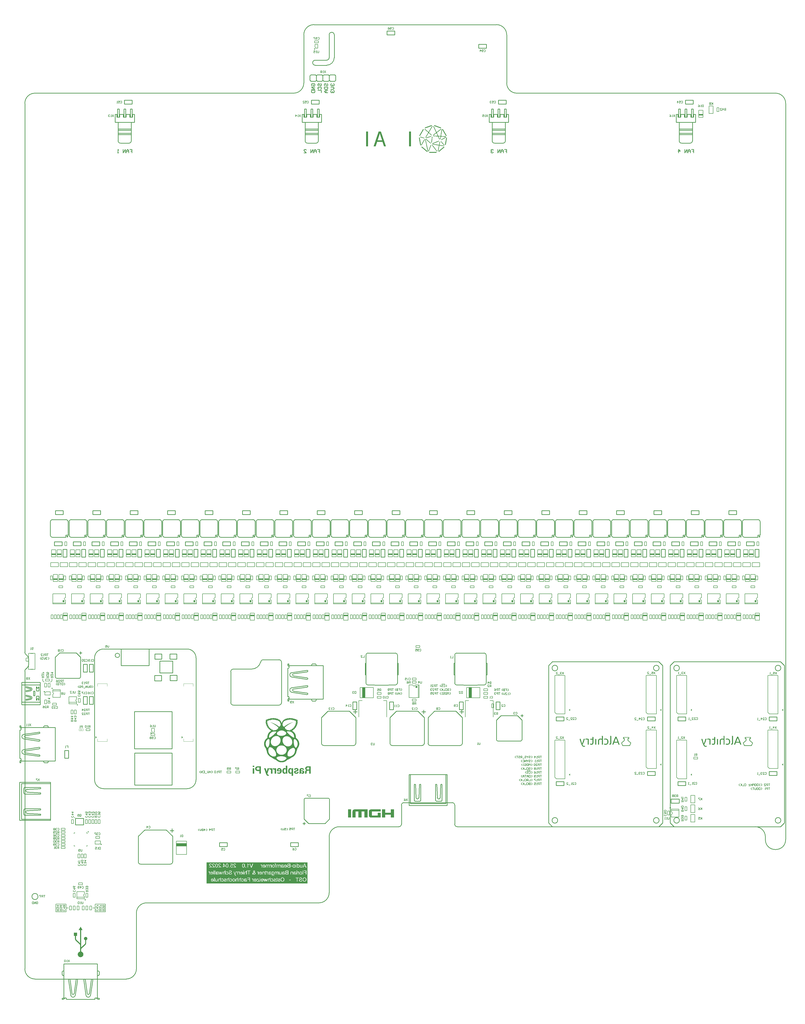
<source format=gbo>
G04*
G04 #@! TF.GenerationSoftware,Altium Limited,Altium Designer,22.2.1 (43)*
G04*
G04 Layer_Color=32896*
%FSLAX44Y44*%
%MOMM*%
G71*
G04*
G04 #@! TF.SameCoordinates,CDD9168B-683F-4F5A-B1B2-3852E0251DB5*
G04*
G04*
G04 #@! TF.FilePolarity,Positive*
G04*
G01*
G75*
%ADD10C,0.2540*%
%ADD12C,0.1524*%
%ADD14C,0.1270*%
%ADD15C,0.2286*%
%ADD125C,0.2000*%
%ADD127C,0.2500*%
%ADD171C,0.3500*%
%ADD172C,0.3700*%
%ADD173C,0.4064*%
%ADD174C,0.2032*%
%ADD175C,0.4000*%
%ADD176C,0.1200*%
%ADD177C,0.1000*%
%ADD178R,1.7750X0.6250*%
%ADD179R,1.2000X0.2000*%
%ADD180R,4.0500X1.3000*%
%ADD181R,1.3000X4.0500*%
G36*
X114387Y2014044D02*
X114862D01*
Y2013807D01*
X115573D01*
Y2013570D01*
X116285D01*
Y2013333D01*
X116997D01*
Y2013096D01*
X117471D01*
Y2012858D01*
X118183D01*
Y2012621D01*
X118894D01*
Y2012384D01*
X119606D01*
Y2012147D01*
X120080D01*
Y2011909D01*
X120792D01*
Y2011672D01*
X121503D01*
Y2011435D01*
X122215D01*
Y2011198D01*
X122689D01*
Y2010961D01*
X123401D01*
Y2010724D01*
X124113D01*
Y2010486D01*
X124824D01*
Y2010249D01*
X125299D01*
Y2010012D01*
X126010D01*
Y2009775D01*
X126722D01*
Y2009538D01*
X127433D01*
Y2009300D01*
X127908D01*
Y2009063D01*
X128619D01*
Y2008826D01*
X129331D01*
Y2008589D01*
X130043D01*
Y2008351D01*
X130517D01*
Y2008114D01*
X131229D01*
Y2007877D01*
X131940D01*
Y2007640D01*
X132652D01*
Y2007403D01*
X133126D01*
Y2007166D01*
X133838D01*
Y2006928D01*
X134550D01*
Y2006691D01*
X135261D01*
Y2006454D01*
X135736D01*
Y2006217D01*
X136447D01*
Y2005979D01*
X137159D01*
Y2005742D01*
X137870D01*
Y2005505D01*
X138345D01*
Y2005268D01*
X139056D01*
Y2005031D01*
X139768D01*
Y2004794D01*
X140479D01*
Y2004556D01*
X140954D01*
Y2004319D01*
X141665D01*
Y2004082D01*
X141428D01*
Y2003845D01*
Y2003607D01*
X141191D01*
Y2003370D01*
Y2003133D01*
X140954D01*
Y2002896D01*
Y2002659D01*
X140717D01*
Y2002422D01*
Y2002184D01*
Y2001947D01*
Y2001710D01*
Y2001473D01*
Y2001236D01*
X140479D01*
Y2001473D01*
X139768D01*
Y2001710D01*
X139056D01*
Y2001947D01*
X138582D01*
Y2002184D01*
X137870D01*
Y2002422D01*
X137159D01*
Y2002659D01*
X136447D01*
Y2002896D01*
X135973D01*
Y2003133D01*
X135261D01*
Y2003370D01*
X134550D01*
Y2003607D01*
X133838D01*
Y2003845D01*
X133364D01*
Y2004082D01*
X132652D01*
Y2004319D01*
X131940D01*
Y2004556D01*
X131229D01*
Y2004794D01*
X130754D01*
Y2005031D01*
X130043D01*
Y2005268D01*
X129331D01*
Y2005505D01*
X128619D01*
Y2005742D01*
X128145D01*
Y2005979D01*
X127433D01*
Y2006217D01*
X126722D01*
Y2006454D01*
X126010D01*
Y2006691D01*
X125536D01*
Y2006928D01*
X124824D01*
Y2007166D01*
X124113D01*
Y2007403D01*
X123401D01*
Y2007640D01*
X122927D01*
Y2007877D01*
X122215D01*
Y2008114D01*
X121503D01*
Y2008351D01*
X120792D01*
Y2008589D01*
X120317D01*
Y2008826D01*
X119606D01*
Y2009063D01*
X118894D01*
Y2009300D01*
X118183D01*
Y2009538D01*
X117708D01*
Y2009775D01*
X116997D01*
Y2010012D01*
X116285D01*
Y2010249D01*
X115573D01*
Y2010486D01*
X115099D01*
Y2010724D01*
X114387D01*
Y2010961D01*
X113676D01*
Y2011198D01*
X113201D01*
Y2011435D01*
X113439D01*
Y2011672D01*
Y2011909D01*
X113676D01*
Y2012147D01*
Y2012384D01*
X113913D01*
Y2012621D01*
Y2012858D01*
Y2013096D01*
X114150D01*
Y2013333D01*
Y2013570D01*
Y2013807D01*
Y2014044D01*
Y2014281D01*
X114387D01*
Y2014044D01*
D02*
G37*
G36*
X104425Y2013807D02*
Y2013570D01*
X104662D01*
Y2013333D01*
Y2013096D01*
Y2012858D01*
Y2012621D01*
X104899D01*
Y2012384D01*
Y2012147D01*
X105136D01*
Y2011909D01*
Y2011672D01*
X105374D01*
Y2011435D01*
X105611D01*
Y2011198D01*
X104899D01*
Y2010961D01*
X104425D01*
Y2010724D01*
X103713D01*
Y2010486D01*
X103002D01*
Y2010249D01*
X102290D01*
Y2010012D01*
X101816D01*
Y2009775D01*
X101104D01*
Y2009538D01*
X100393D01*
Y2009300D01*
X99681D01*
Y2009063D01*
X99206D01*
Y2008826D01*
X98495D01*
Y2008589D01*
X97783D01*
Y2008351D01*
X97072D01*
Y2008114D01*
X96597D01*
Y2007877D01*
X95886D01*
Y2007640D01*
X95174D01*
Y2007403D01*
X94462D01*
Y2007166D01*
X93988D01*
Y2006928D01*
X93276D01*
Y2006691D01*
X92565D01*
Y2006454D01*
X91853D01*
Y2006217D01*
X91379D01*
Y2005979D01*
X90667D01*
Y2005742D01*
X89956D01*
Y2005505D01*
X89244D01*
Y2005268D01*
X88770D01*
Y2005031D01*
X88058D01*
Y2004794D01*
X87346D01*
Y2004556D01*
X86635D01*
Y2004319D01*
X86160D01*
Y2004082D01*
X85449D01*
Y2003845D01*
X84737D01*
Y2003607D01*
X84026D01*
Y2003370D01*
X83551D01*
Y2003133D01*
X82840D01*
Y2002896D01*
X82128D01*
Y2002659D01*
X81416D01*
Y2002422D01*
X80942D01*
Y2002184D01*
X80230D01*
Y2001947D01*
X79519D01*
Y2001710D01*
X78807D01*
Y2001473D01*
X78333D01*
Y2001236D01*
X78096D01*
Y2001473D01*
Y2001710D01*
Y2001947D01*
Y2002184D01*
X77858D01*
Y2002422D01*
Y2002659D01*
Y2002896D01*
X77621D01*
Y2003133D01*
Y2003370D01*
X77384D01*
Y2003607D01*
Y2003845D01*
X77147D01*
Y2004082D01*
X76909D01*
Y2004319D01*
X77621D01*
Y2004556D01*
X78333D01*
Y2004794D01*
X79044D01*
Y2005031D01*
X79519D01*
Y2005268D01*
X80230D01*
Y2005505D01*
X80942D01*
Y2005742D01*
X81654D01*
Y2005979D01*
X82128D01*
Y2006217D01*
X82840D01*
Y2006454D01*
X83551D01*
Y2006691D01*
X84263D01*
Y2006928D01*
X84737D01*
Y2007166D01*
X85449D01*
Y2007403D01*
X86160D01*
Y2007640D01*
X86872D01*
Y2007877D01*
X87346D01*
Y2008114D01*
X88058D01*
Y2008351D01*
X88770D01*
Y2008589D01*
X89481D01*
Y2008826D01*
X89956D01*
Y2009063D01*
X90667D01*
Y2009300D01*
X91379D01*
Y2009538D01*
X92090D01*
Y2009775D01*
X92565D01*
Y2010012D01*
X93276D01*
Y2010249D01*
X93988D01*
Y2010486D01*
X94700D01*
Y2010724D01*
X95174D01*
Y2010961D01*
X95886D01*
Y2011198D01*
X96597D01*
Y2011435D01*
X97309D01*
Y2011672D01*
X97783D01*
Y2011909D01*
X98495D01*
Y2012147D01*
X99206D01*
Y2012384D01*
X99681D01*
Y2012621D01*
X100393D01*
Y2012858D01*
X101104D01*
Y2013096D01*
X101816D01*
Y2013333D01*
X102290D01*
Y2013570D01*
X103002D01*
Y2013807D01*
X103713D01*
Y2014044D01*
X104425D01*
Y2013807D01*
D02*
G37*
G36*
X106322Y2010486D02*
X106560D01*
Y2010249D01*
X106797D01*
Y2010012D01*
X107271D01*
Y2009775D01*
X107983D01*
Y2009538D01*
X107746D01*
Y2009300D01*
X107508D01*
Y2009063D01*
Y2008826D01*
X107271D01*
Y2008589D01*
Y2008351D01*
X107034D01*
Y2008114D01*
Y2007877D01*
X106797D01*
Y2007640D01*
X106560D01*
Y2007403D01*
Y2007166D01*
X106322D01*
Y2006928D01*
Y2006691D01*
X106085D01*
Y2006454D01*
X105848D01*
Y2006217D01*
Y2005979D01*
X105611D01*
Y2005742D01*
Y2005505D01*
X105374D01*
Y2005268D01*
X105136D01*
Y2005031D01*
Y2004794D01*
X104899D01*
Y2004556D01*
Y2004319D01*
X104662D01*
Y2004082D01*
Y2003845D01*
X104425D01*
Y2003607D01*
X104188D01*
Y2003370D01*
Y2003133D01*
X103951D01*
Y2002896D01*
Y2002659D01*
X103713D01*
Y2002422D01*
X103476D01*
Y2002184D01*
Y2001947D01*
X103239D01*
Y2001710D01*
Y2001473D01*
X103002D01*
Y2001236D01*
X102765D01*
Y2000998D01*
Y2000761D01*
X102527D01*
Y2000524D01*
Y2000287D01*
X102290D01*
Y2000049D01*
Y1999812D01*
X102053D01*
Y1999575D01*
X101816D01*
Y1999338D01*
Y1999101D01*
X101579D01*
Y1998864D01*
Y1998626D01*
X101341D01*
Y1998389D01*
X101104D01*
Y1998152D01*
Y1997915D01*
X100867D01*
Y1997677D01*
Y1997440D01*
X100630D01*
Y1997203D01*
Y1996966D01*
X100393D01*
Y1996729D01*
X100155D01*
Y1996491D01*
Y1996254D01*
X99918D01*
Y1996017D01*
Y1995780D01*
X99681D01*
Y1995543D01*
X99444D01*
Y1995305D01*
Y1995068D01*
X99206D01*
Y1994831D01*
Y1994594D01*
X98969D01*
Y1994357D01*
X98732D01*
Y1994119D01*
Y1993882D01*
X98495D01*
Y1993645D01*
Y1993408D01*
X98258D01*
Y1993171D01*
Y1992933D01*
X98020D01*
Y1992696D01*
X97783D01*
Y1992459D01*
Y1992222D01*
X97546D01*
Y1991985D01*
Y1991747D01*
X97309D01*
Y1991510D01*
X97072D01*
Y1991273D01*
Y1991036D01*
X96834D01*
Y1990799D01*
Y1990561D01*
X96597D01*
Y1990324D01*
X96360D01*
Y1990087D01*
Y1989850D01*
X96123D01*
Y1989613D01*
Y1989375D01*
X95886D01*
Y1989138D01*
Y1988901D01*
X95648D01*
Y1988664D01*
X95411D01*
Y1988427D01*
Y1988189D01*
X95174D01*
Y1987952D01*
Y1987715D01*
X94937D01*
Y1987478D01*
X94700D01*
Y1987241D01*
Y1987003D01*
X94462D01*
Y1986766D01*
Y1986529D01*
X94225D01*
Y1986292D01*
Y1986055D01*
X93988D01*
Y1985817D01*
X93751D01*
Y1985580D01*
Y1985343D01*
X93514D01*
Y1985106D01*
X93751D01*
Y1984869D01*
X93988D01*
Y1984631D01*
X94225D01*
Y1984394D01*
X94462D01*
Y1984157D01*
X94700D01*
Y1983920D01*
X95174D01*
Y1983683D01*
X95411D01*
Y1983445D01*
X95648D01*
Y1983208D01*
X95886D01*
Y1982971D01*
X96123D01*
Y1982734D01*
X96360D01*
Y1982497D01*
X96597D01*
Y1982259D01*
X96834D01*
Y1982022D01*
X97309D01*
Y1981785D01*
X97546D01*
Y1981548D01*
X97783D01*
Y1981310D01*
X98020D01*
Y1981073D01*
X98258D01*
Y1980836D01*
X98495D01*
Y1980599D01*
X98732D01*
Y1980362D01*
X98969D01*
Y1980125D01*
X99206D01*
Y1979887D01*
X99681D01*
Y1979650D01*
X99918D01*
Y1979413D01*
X100155D01*
Y1979176D01*
X100393D01*
Y1978938D01*
X100630D01*
Y1978701D01*
X100867D01*
Y1978464D01*
X101104D01*
Y1978227D01*
X101341D01*
Y1977990D01*
X101816D01*
Y1977753D01*
X102053D01*
Y1977515D01*
X102290D01*
Y1977278D01*
X102527D01*
Y1977041D01*
X102765D01*
Y1976804D01*
X103002D01*
Y1976566D01*
X103239D01*
Y1976329D01*
X103476D01*
Y1976092D01*
X103713D01*
Y1975855D01*
X104188D01*
Y1975618D01*
X104425D01*
Y1975381D01*
Y1975143D01*
X104188D01*
Y1974906D01*
X103951D01*
Y1974669D01*
X103713D01*
Y1974432D01*
X103476D01*
Y1974194D01*
X103239D01*
Y1973957D01*
X103002D01*
Y1973720D01*
X102765D01*
Y1973957D01*
X102527D01*
Y1974194D01*
X102290D01*
Y1974432D01*
X102053D01*
Y1974669D01*
X101816D01*
Y1974906D01*
X101579D01*
Y1975143D01*
X101341D01*
Y1975381D01*
X101104D01*
Y1975618D01*
X100867D01*
Y1975855D01*
X100393D01*
Y1976092D01*
X100155D01*
Y1976329D01*
X99918D01*
Y1976566D01*
X99681D01*
Y1976804D01*
X99444D01*
Y1977041D01*
X99206D01*
Y1977278D01*
X98969D01*
Y1977515D01*
X98732D01*
Y1977753D01*
X98258D01*
Y1977990D01*
X98020D01*
Y1978227D01*
X97783D01*
Y1978464D01*
X97546D01*
Y1978701D01*
X97309D01*
Y1978938D01*
X97072D01*
Y1979176D01*
X96834D01*
Y1979413D01*
X96597D01*
Y1979650D01*
X96360D01*
Y1979887D01*
X95886D01*
Y1980125D01*
X95648D01*
Y1980362D01*
X95411D01*
Y1980599D01*
X95174D01*
Y1980836D01*
X94937D01*
Y1981073D01*
X94700D01*
Y1981310D01*
X94462D01*
Y1981548D01*
X94225D01*
Y1981785D01*
X93751D01*
Y1982022D01*
X93514D01*
Y1982259D01*
X93276D01*
Y1982497D01*
X93039D01*
Y1982734D01*
X92802D01*
Y1982971D01*
X92565D01*
Y1983208D01*
X92328D01*
Y1982971D01*
X92090D01*
Y1982734D01*
Y1982497D01*
X91853D01*
Y1982259D01*
Y1982022D01*
X91616D01*
Y1981785D01*
X91379D01*
Y1981548D01*
Y1981310D01*
X91142D01*
Y1981073D01*
Y1980836D01*
X90904D01*
Y1980599D01*
X90667D01*
Y1980362D01*
Y1980125D01*
X90430D01*
Y1979887D01*
Y1979650D01*
X90193D01*
Y1979413D01*
X89956D01*
Y1979176D01*
Y1978938D01*
X89718D01*
Y1978701D01*
Y1978464D01*
X89481D01*
Y1978227D01*
Y1977990D01*
X89244D01*
Y1977753D01*
X89007D01*
Y1977515D01*
Y1977278D01*
X88770D01*
Y1977041D01*
Y1976804D01*
X88532D01*
Y1976566D01*
X88295D01*
Y1976329D01*
Y1976092D01*
X88058D01*
Y1975855D01*
Y1975618D01*
X87821D01*
Y1975381D01*
X87584D01*
Y1975143D01*
Y1974906D01*
X87346D01*
Y1974669D01*
Y1974432D01*
X87109D01*
Y1974194D01*
Y1973957D01*
X86872D01*
Y1973720D01*
X86635D01*
Y1973483D01*
Y1973246D01*
X86398D01*
Y1973009D01*
Y1972771D01*
X86160D01*
Y1972534D01*
X85923D01*
Y1972297D01*
Y1972060D01*
X85686D01*
Y1971823D01*
Y1971585D01*
X85449D01*
Y1971348D01*
Y1971111D01*
X85212D01*
Y1970874D01*
X84974D01*
Y1970636D01*
Y1970399D01*
X84737D01*
Y1970162D01*
Y1969925D01*
X84500D01*
Y1969688D01*
X84263D01*
Y1969451D01*
Y1969213D01*
X84026D01*
Y1968976D01*
Y1968739D01*
X83788D01*
Y1968502D01*
X83551D01*
Y1968264D01*
Y1968027D01*
X83314D01*
Y1967790D01*
Y1967553D01*
X83077D01*
Y1967316D01*
Y1967079D01*
X82840D01*
Y1966841D01*
X82602D01*
Y1966604D01*
Y1966367D01*
X82365D01*
Y1966130D01*
Y1965892D01*
X82128D01*
Y1965655D01*
X81891D01*
Y1965418D01*
Y1965181D01*
X81654D01*
Y1964944D01*
Y1964707D01*
X81416D01*
Y1964469D01*
X81179D01*
Y1964707D01*
X80942D01*
Y1964944D01*
X80705D01*
Y1965181D01*
X80230D01*
Y1965418D01*
X79756D01*
Y1965655D01*
X79519D01*
Y1965892D01*
X79756D01*
Y1966130D01*
Y1966367D01*
X79993D01*
Y1966604D01*
Y1966841D01*
X80230D01*
Y1967079D01*
X80468D01*
Y1967316D01*
Y1967553D01*
X80705D01*
Y1967790D01*
Y1968027D01*
X80942D01*
Y1968264D01*
X81179D01*
Y1968502D01*
Y1968739D01*
X81416D01*
Y1968976D01*
Y1969213D01*
X81654D01*
Y1969451D01*
Y1969688D01*
X81891D01*
Y1969925D01*
X82128D01*
Y1970162D01*
Y1970399D01*
X82365D01*
Y1970636D01*
Y1970874D01*
X82602D01*
Y1971111D01*
X82840D01*
Y1971348D01*
Y1971585D01*
X83077D01*
Y1971823D01*
Y1972060D01*
X83314D01*
Y1972297D01*
X83551D01*
Y1972534D01*
Y1972771D01*
X83788D01*
Y1973009D01*
Y1973246D01*
X84026D01*
Y1973483D01*
Y1973720D01*
X84263D01*
Y1973957D01*
X84500D01*
Y1974194D01*
Y1974432D01*
X84737D01*
Y1974669D01*
Y1974906D01*
X84974D01*
Y1975143D01*
X85212D01*
Y1975381D01*
Y1975618D01*
X85449D01*
Y1975855D01*
Y1976092D01*
X85686D01*
Y1976329D01*
Y1976566D01*
X85923D01*
Y1976804D01*
X86160D01*
Y1977041D01*
Y1977278D01*
X86398D01*
Y1977515D01*
Y1977753D01*
X86635D01*
Y1977990D01*
X86872D01*
Y1978227D01*
Y1978464D01*
X87109D01*
Y1978701D01*
Y1978938D01*
X87346D01*
Y1979176D01*
X87584D01*
Y1979413D01*
Y1979650D01*
X87821D01*
Y1979887D01*
Y1980125D01*
X88058D01*
Y1980362D01*
Y1980599D01*
X88295D01*
Y1980836D01*
X88532D01*
Y1981073D01*
Y1981310D01*
X88770D01*
Y1981548D01*
Y1981785D01*
X89007D01*
Y1982022D01*
X89244D01*
Y1982259D01*
Y1982497D01*
X89481D01*
Y1982734D01*
Y1982971D01*
X89718D01*
Y1983208D01*
X89956D01*
Y1983445D01*
Y1983683D01*
X90193D01*
Y1983920D01*
Y1984157D01*
X90430D01*
Y1984394D01*
Y1984631D01*
X90667D01*
Y1984869D01*
X90430D01*
Y1985106D01*
X90193D01*
Y1985343D01*
X89956D01*
Y1985580D01*
X89718D01*
Y1985817D01*
X89244D01*
Y1986055D01*
X89007D01*
Y1986292D01*
X88770D01*
Y1986529D01*
X88532D01*
Y1986766D01*
X88295D01*
Y1987003D01*
X88058D01*
Y1987241D01*
X87821D01*
Y1987478D01*
X87584D01*
Y1987715D01*
X87109D01*
Y1987952D01*
X86872D01*
Y1988189D01*
X86635D01*
Y1988427D01*
X86398D01*
Y1988664D01*
X86160D01*
Y1988901D01*
X85923D01*
Y1989138D01*
X85686D01*
Y1989375D01*
X85449D01*
Y1989613D01*
X84974D01*
Y1989850D01*
X84737D01*
Y1990087D01*
X84500D01*
Y1990324D01*
X84263D01*
Y1990561D01*
X84026D01*
Y1990799D01*
X83788D01*
Y1991036D01*
X83551D01*
Y1991273D01*
X83314D01*
Y1991510D01*
X83077D01*
Y1991747D01*
X82602D01*
Y1991985D01*
X82365D01*
Y1992222D01*
X82128D01*
Y1992459D01*
X81891D01*
Y1992696D01*
X81654D01*
Y1992933D01*
X81416D01*
Y1993171D01*
X81179D01*
Y1993408D01*
X80942D01*
Y1993645D01*
X80468D01*
Y1993882D01*
X80230D01*
Y1994119D01*
X79993D01*
Y1994357D01*
X79756D01*
Y1994594D01*
X79519D01*
Y1994831D01*
X79282D01*
Y1995068D01*
X79044D01*
Y1995305D01*
X78807D01*
Y1995543D01*
X78570D01*
Y1995780D01*
X78096D01*
Y1996017D01*
X77858D01*
Y1996254D01*
X77621D01*
Y1996491D01*
X77384D01*
Y1996729D01*
X77147D01*
Y1996966D01*
X76909D01*
Y1997203D01*
X76672D01*
Y1997440D01*
X76435D01*
Y1997677D01*
X76198D01*
Y1997915D01*
X76435D01*
Y1998152D01*
X76672D01*
Y1998389D01*
X76909D01*
Y1998626D01*
X77147D01*
Y1998864D01*
X77384D01*
Y1999101D01*
Y1999338D01*
X77858D01*
Y1999101D01*
X78096D01*
Y1998864D01*
X78333D01*
Y1998626D01*
X78570D01*
Y1998389D01*
X78807D01*
Y1998152D01*
X79044D01*
Y1997915D01*
X79519D01*
Y1997677D01*
X79756D01*
Y1997440D01*
X79993D01*
Y1997203D01*
X80230D01*
Y1996966D01*
X80468D01*
Y1996729D01*
X80705D01*
Y1996491D01*
X80942D01*
Y1996254D01*
X81179D01*
Y1996017D01*
X81416D01*
Y1995780D01*
X81891D01*
Y1995543D01*
X82128D01*
Y1995305D01*
X82365D01*
Y1995068D01*
X82602D01*
Y1994831D01*
X82840D01*
Y1994594D01*
X83077D01*
Y1994357D01*
X83314D01*
Y1994119D01*
X83551D01*
Y1993882D01*
X84026D01*
Y1993645D01*
X84263D01*
Y1993408D01*
X84500D01*
Y1993171D01*
X84737D01*
Y1992933D01*
X84974D01*
Y1992696D01*
X85212D01*
Y1992459D01*
X85449D01*
Y1992222D01*
X85686D01*
Y1991985D01*
X85923D01*
Y1991747D01*
X86398D01*
Y1991510D01*
X86635D01*
Y1991273D01*
X86872D01*
Y1991036D01*
X87109D01*
Y1990799D01*
X87346D01*
Y1990561D01*
X87584D01*
Y1990324D01*
X87821D01*
Y1990087D01*
X88058D01*
Y1989850D01*
X88532D01*
Y1989613D01*
X88770D01*
Y1989375D01*
X89007D01*
Y1989138D01*
X89244D01*
Y1988901D01*
X89481D01*
Y1988664D01*
X89718D01*
Y1988427D01*
X89956D01*
Y1988189D01*
X90193D01*
Y1987952D01*
X90667D01*
Y1987715D01*
X90904D01*
Y1987478D01*
X91142D01*
Y1987241D01*
X91379D01*
Y1987003D01*
X91616D01*
Y1986766D01*
X91853D01*
Y1987003D01*
X92090D01*
Y1987241D01*
X92328D01*
Y1987478D01*
Y1987715D01*
X92565D01*
Y1987952D01*
Y1988189D01*
X92802D01*
Y1988427D01*
Y1988664D01*
X93039D01*
Y1988901D01*
X93276D01*
Y1989138D01*
Y1989375D01*
X93514D01*
Y1989613D01*
Y1989850D01*
X93751D01*
Y1990087D01*
X93988D01*
Y1990324D01*
Y1990561D01*
X94225D01*
Y1990799D01*
Y1991036D01*
X94462D01*
Y1991273D01*
Y1991510D01*
X94700D01*
Y1991747D01*
X94937D01*
Y1991985D01*
Y1992222D01*
X95174D01*
Y1992459D01*
Y1992696D01*
X95411D01*
Y1992933D01*
X95648D01*
Y1993171D01*
Y1993408D01*
X95886D01*
Y1993645D01*
Y1993882D01*
X96123D01*
Y1994119D01*
X96360D01*
Y1994357D01*
Y1994594D01*
X96597D01*
Y1994831D01*
Y1995068D01*
X96834D01*
Y1995305D01*
Y1995543D01*
X97072D01*
Y1995780D01*
X97309D01*
Y1996017D01*
Y1996254D01*
X97546D01*
Y1996491D01*
Y1996729D01*
X97783D01*
Y1996966D01*
X98020D01*
Y1997203D01*
Y1997440D01*
X98258D01*
Y1997677D01*
Y1997915D01*
X98495D01*
Y1998152D01*
X98732D01*
Y1998389D01*
Y1998626D01*
X98969D01*
Y1998864D01*
Y1999101D01*
X99206D01*
Y1999338D01*
Y1999575D01*
X99444D01*
Y1999812D01*
X99681D01*
Y2000049D01*
Y2000287D01*
X99918D01*
Y2000524D01*
Y2000761D01*
X100155D01*
Y2000998D01*
X100393D01*
Y2001236D01*
Y2001473D01*
X100630D01*
Y2001710D01*
Y2001947D01*
X100867D01*
Y2002184D01*
Y2002422D01*
X101104D01*
Y2002659D01*
X101341D01*
Y2002896D01*
Y2003133D01*
X101579D01*
Y2003370D01*
Y2003607D01*
X101816D01*
Y2003845D01*
X102053D01*
Y2004082D01*
Y2004319D01*
X102290D01*
Y2004556D01*
Y2004794D01*
X102527D01*
Y2005031D01*
X102765D01*
Y2005268D01*
Y2005505D01*
X103002D01*
Y2005742D01*
Y2005979D01*
X103239D01*
Y2006217D01*
Y2006454D01*
X103476D01*
Y2006691D01*
X103713D01*
Y2006928D01*
Y2007166D01*
X103951D01*
Y2007403D01*
Y2007640D01*
X104188D01*
Y2007877D01*
X104425D01*
Y2008114D01*
Y2008351D01*
X104662D01*
Y2008589D01*
Y2008826D01*
X104899D01*
Y2009063D01*
X105136D01*
Y2009300D01*
Y2009538D01*
X105374D01*
Y2009775D01*
Y2010012D01*
X105611D01*
Y2010249D01*
Y2010486D01*
X105848D01*
Y2010724D01*
X106322D01*
Y2010486D01*
D02*
G37*
G36*
X112490Y2010249D02*
Y2010012D01*
X112727D01*
Y2009775D01*
Y2009538D01*
Y2009300D01*
X112964D01*
Y2009063D01*
Y2008826D01*
X113201D01*
Y2008589D01*
Y2008351D01*
X113439D01*
Y2008114D01*
Y2007877D01*
X113676D01*
Y2007640D01*
Y2007403D01*
X113913D01*
Y2007166D01*
Y2006928D01*
X114150D01*
Y2006691D01*
Y2006454D01*
X114387D01*
Y2006217D01*
Y2005979D01*
Y2005742D01*
X114625D01*
Y2005505D01*
Y2005268D01*
X114862D01*
Y2005031D01*
Y2004794D01*
X115099D01*
Y2004556D01*
Y2004319D01*
X115336D01*
Y2004082D01*
Y2003845D01*
X115573D01*
Y2003607D01*
Y2003370D01*
X115811D01*
Y2003133D01*
Y2002896D01*
Y2002659D01*
X116048D01*
Y2002422D01*
Y2002184D01*
X116285D01*
Y2001947D01*
Y2001710D01*
X116522D01*
Y2001473D01*
Y2001236D01*
X116759D01*
Y2000998D01*
Y2000761D01*
X116997D01*
Y2000524D01*
Y2000287D01*
X117234D01*
Y2000049D01*
Y1999812D01*
X117471D01*
Y1999575D01*
Y1999338D01*
Y1999101D01*
X117708D01*
Y1998864D01*
Y1998626D01*
X117945D01*
Y1998389D01*
Y1998152D01*
X118183D01*
Y1997915D01*
Y1997677D01*
X118420D01*
Y1997440D01*
Y1997203D01*
X118657D01*
Y1996966D01*
Y1996729D01*
X118894D01*
Y1996491D01*
Y1996254D01*
Y1996017D01*
X119131D01*
Y1995780D01*
Y1995543D01*
X119369D01*
Y1995305D01*
Y1995068D01*
X119606D01*
Y1994831D01*
Y1994594D01*
X119843D01*
Y1994357D01*
Y1994119D01*
X120080D01*
Y1993882D01*
Y1993645D01*
X120317D01*
Y1993408D01*
Y1993171D01*
Y1992933D01*
X120555D01*
Y1992696D01*
Y1992459D01*
X120792D01*
Y1992222D01*
Y1991985D01*
X121029D01*
Y1991747D01*
Y1991510D01*
X121266D01*
Y1991273D01*
Y1991036D01*
X121503D01*
Y1990799D01*
Y1990561D01*
X121741D01*
Y1990324D01*
Y1990087D01*
X121978D01*
Y1989850D01*
Y1989613D01*
Y1989375D01*
X122215D01*
Y1989138D01*
Y1988901D01*
X122452D01*
Y1988664D01*
Y1988427D01*
X122689D01*
Y1988189D01*
Y1987952D01*
X122927D01*
Y1987715D01*
Y1987478D01*
X123164D01*
Y1987241D01*
Y1987003D01*
X123401D01*
Y1986766D01*
Y1986529D01*
Y1986292D01*
X123875D01*
Y1986529D01*
X124113D01*
Y1986766D01*
X124587D01*
Y1987003D01*
X124824D01*
Y1987241D01*
X125061D01*
Y1987478D01*
X125299D01*
Y1987715D01*
X125773D01*
Y1987952D01*
X126010D01*
Y1988189D01*
X126247D01*
Y1988427D01*
X126722D01*
Y1988664D01*
X126959D01*
Y1988901D01*
X127196D01*
Y1989138D01*
X127433D01*
Y1989375D01*
X127908D01*
Y1989613D01*
X128145D01*
Y1989850D01*
X128382D01*
Y1990087D01*
X128857D01*
Y1990324D01*
X129094D01*
Y1990561D01*
X129331D01*
Y1990799D01*
X129568D01*
Y1991036D01*
X130043D01*
Y1991273D01*
X130280D01*
Y1991510D01*
X130517D01*
Y1991747D01*
X130991D01*
Y1991985D01*
X131229D01*
Y1992222D01*
X131466D01*
Y1992459D01*
X131703D01*
Y1992696D01*
X132177D01*
Y1992933D01*
X132415D01*
Y1993171D01*
X132652D01*
Y1993408D01*
X133126D01*
Y1993645D01*
X133364D01*
Y1993882D01*
X133601D01*
Y1994119D01*
X133838D01*
Y1994357D01*
X134312D01*
Y1994594D01*
X134550D01*
Y1994831D01*
X134787D01*
Y1995068D01*
X135261D01*
Y1995305D01*
X135498D01*
Y1995543D01*
X135736D01*
Y1995780D01*
X135973D01*
Y1996017D01*
X136447D01*
Y1996254D01*
X136684D01*
Y1996491D01*
X136922D01*
Y1996729D01*
X137396D01*
Y1996966D01*
X137633D01*
Y1997203D01*
X137870D01*
Y1997440D01*
X138108D01*
Y1997677D01*
X138582D01*
Y1997915D01*
X138819D01*
Y1998152D01*
X139056D01*
Y1998389D01*
X139531D01*
Y1998626D01*
X139768D01*
Y1998864D01*
X140005D01*
Y1999101D01*
X140242D01*
Y1999338D01*
X140717D01*
Y1999575D01*
X141191D01*
Y1999338D01*
Y1999101D01*
X141428D01*
Y1998864D01*
Y1998626D01*
X141665D01*
Y1998389D01*
X141903D01*
Y1998152D01*
X142140D01*
Y1997915D01*
Y1997677D01*
X141903D01*
Y1997440D01*
X141665D01*
Y1997203D01*
X141191D01*
Y1996966D01*
X140954D01*
Y1996729D01*
X140717D01*
Y1996491D01*
X140242D01*
Y1996254D01*
X140005D01*
Y1996017D01*
X139768D01*
Y1995780D01*
X139531D01*
Y1995543D01*
X139056D01*
Y1995305D01*
X138819D01*
Y1995068D01*
X138582D01*
Y1994831D01*
X138108D01*
Y1994594D01*
X137870D01*
Y1994357D01*
X137633D01*
Y1994119D01*
X137396D01*
Y1993882D01*
X136922D01*
Y1993645D01*
X136684D01*
Y1993408D01*
X136447D01*
Y1993171D01*
X135973D01*
Y1992933D01*
X135736D01*
Y1992696D01*
X135498D01*
Y1992459D01*
X135261D01*
Y1992222D01*
X134787D01*
Y1991985D01*
X134550D01*
Y1991747D01*
X134312D01*
Y1991510D01*
X133838D01*
Y1991273D01*
X133601D01*
Y1991036D01*
X133364D01*
Y1990799D01*
X133126D01*
Y1990561D01*
X132652D01*
Y1990324D01*
X132415D01*
Y1990087D01*
X132177D01*
Y1989850D01*
X131703D01*
Y1989613D01*
X131466D01*
Y1989375D01*
X131229D01*
Y1989138D01*
X130991D01*
Y1988901D01*
X130517D01*
Y1988664D01*
X130280D01*
Y1988427D01*
X130043D01*
Y1988189D01*
X129568D01*
Y1987952D01*
X129331D01*
Y1987715D01*
X129094D01*
Y1987478D01*
X128857D01*
Y1987241D01*
X128382D01*
Y1987003D01*
X128145D01*
Y1986766D01*
X127908D01*
Y1986529D01*
X127433D01*
Y1986292D01*
X127196D01*
Y1986055D01*
X126959D01*
Y1985817D01*
X126722D01*
Y1985580D01*
X126247D01*
Y1985343D01*
X126010D01*
Y1985106D01*
X125773D01*
Y1984869D01*
X125299D01*
Y1984631D01*
X125061D01*
Y1984394D01*
X124824D01*
Y1984157D01*
X124587D01*
Y1983920D01*
X124824D01*
Y1983683D01*
Y1983445D01*
X125061D01*
Y1983208D01*
Y1982971D01*
Y1982734D01*
X125299D01*
Y1982497D01*
Y1982259D01*
X125536D01*
Y1982022D01*
Y1981785D01*
X125773D01*
Y1981548D01*
Y1981310D01*
X126010D01*
Y1981073D01*
Y1980836D01*
X126247D01*
Y1980599D01*
Y1980362D01*
X126485D01*
Y1980125D01*
Y1979887D01*
Y1979650D01*
X126722D01*
Y1979413D01*
Y1979176D01*
X126959D01*
Y1978938D01*
Y1978701D01*
X127196D01*
Y1978464D01*
Y1978227D01*
X127433D01*
Y1977990D01*
Y1977753D01*
X127671D01*
Y1977515D01*
Y1977278D01*
X127908D01*
Y1977041D01*
Y1976804D01*
X128145D01*
Y1976566D01*
Y1976329D01*
Y1976092D01*
X128382D01*
Y1975855D01*
Y1975618D01*
X128619D01*
Y1975381D01*
Y1975143D01*
X128857D01*
Y1974906D01*
Y1974669D01*
X129094D01*
Y1974432D01*
Y1974194D01*
X129331D01*
Y1973957D01*
Y1973720D01*
X129568D01*
Y1973483D01*
Y1973246D01*
Y1973009D01*
X129805D01*
Y1972771D01*
Y1972534D01*
X130043D01*
Y1972297D01*
Y1972060D01*
X130280D01*
Y1971823D01*
Y1971585D01*
X132177D01*
Y1971348D01*
X136447D01*
Y1971111D01*
X139293D01*
Y1971348D01*
Y1971585D01*
Y1971823D01*
Y1972060D01*
Y1972297D01*
X139531D01*
Y1972534D01*
Y1972771D01*
Y1973009D01*
Y1973246D01*
Y1973483D01*
Y1973720D01*
Y1973957D01*
X139768D01*
Y1974194D01*
Y1974432D01*
Y1974669D01*
Y1974906D01*
Y1975143D01*
Y1975381D01*
Y1975618D01*
X140005D01*
Y1975855D01*
Y1976092D01*
Y1976329D01*
Y1976566D01*
Y1976804D01*
Y1977041D01*
X140242D01*
Y1977278D01*
Y1977515D01*
Y1977753D01*
Y1977990D01*
Y1978227D01*
Y1978464D01*
Y1978701D01*
X140479D01*
Y1978938D01*
Y1979176D01*
Y1979413D01*
Y1979650D01*
Y1979887D01*
Y1980125D01*
X140717D01*
Y1980362D01*
Y1980599D01*
Y1980836D01*
Y1981073D01*
Y1981310D01*
Y1981548D01*
Y1981785D01*
X140954D01*
Y1982022D01*
Y1982259D01*
Y1982497D01*
Y1982734D01*
Y1982971D01*
Y1983208D01*
Y1983445D01*
X141191D01*
Y1983683D01*
Y1983920D01*
Y1984157D01*
Y1984394D01*
Y1984631D01*
Y1984869D01*
X141428D01*
Y1985106D01*
Y1985343D01*
Y1985580D01*
Y1985817D01*
Y1986055D01*
Y1986292D01*
Y1986529D01*
X141665D01*
Y1986766D01*
Y1987003D01*
Y1987241D01*
Y1987478D01*
Y1987715D01*
Y1987952D01*
X141903D01*
Y1988189D01*
Y1988427D01*
Y1988664D01*
Y1988901D01*
Y1989138D01*
Y1989375D01*
Y1989613D01*
X142140D01*
Y1989850D01*
Y1990087D01*
Y1990324D01*
Y1990561D01*
Y1990799D01*
Y1991036D01*
Y1991273D01*
X142377D01*
Y1991510D01*
Y1991747D01*
Y1991985D01*
Y1992222D01*
Y1992459D01*
Y1992696D01*
X142614D01*
Y1992933D01*
Y1993171D01*
Y1993408D01*
Y1993645D01*
Y1993882D01*
Y1994119D01*
Y1994357D01*
X142851D01*
Y1994594D01*
Y1994831D01*
Y1995068D01*
Y1995305D01*
Y1995543D01*
Y1995780D01*
X143089D01*
Y1996017D01*
Y1996254D01*
Y1996491D01*
Y1996729D01*
Y1996966D01*
Y1997203D01*
Y1997440D01*
X143563D01*
Y1997203D01*
X144512D01*
Y1996966D01*
X145461D01*
Y1996729D01*
X145224D01*
Y1996491D01*
Y1996254D01*
Y1996017D01*
Y1995780D01*
Y1995543D01*
Y1995305D01*
Y1995068D01*
X144986D01*
Y1994831D01*
Y1994594D01*
Y1994357D01*
Y1994119D01*
Y1993882D01*
Y1993645D01*
Y1993408D01*
X144749D01*
Y1993171D01*
Y1992933D01*
Y1992696D01*
Y1992459D01*
Y1992222D01*
Y1991985D01*
X144512D01*
Y1991747D01*
Y1991510D01*
Y1991273D01*
Y1991036D01*
Y1990799D01*
Y1990561D01*
Y1990324D01*
X144275D01*
Y1990087D01*
Y1989850D01*
Y1989613D01*
Y1989375D01*
Y1989138D01*
Y1988901D01*
X144038D01*
Y1988664D01*
Y1988427D01*
Y1988189D01*
Y1987952D01*
Y1987715D01*
Y1987478D01*
Y1987241D01*
X143800D01*
Y1987003D01*
Y1986766D01*
Y1986529D01*
Y1986292D01*
Y1986055D01*
Y1985817D01*
Y1985580D01*
X143563D01*
Y1985343D01*
Y1985106D01*
Y1984869D01*
Y1984631D01*
Y1984394D01*
Y1984157D01*
X143326D01*
Y1983920D01*
Y1983683D01*
Y1983445D01*
Y1983208D01*
Y1982971D01*
Y1982734D01*
Y1982497D01*
X143089D01*
Y1982259D01*
Y1982022D01*
Y1981785D01*
Y1981548D01*
Y1981310D01*
Y1981073D01*
X142851D01*
Y1980836D01*
Y1980599D01*
Y1980362D01*
Y1980125D01*
Y1979887D01*
Y1979650D01*
Y1979413D01*
X142614D01*
Y1979176D01*
Y1978938D01*
Y1978701D01*
Y1978464D01*
Y1978227D01*
Y1977990D01*
Y1977753D01*
X142377D01*
Y1977515D01*
Y1977278D01*
Y1977041D01*
Y1976804D01*
Y1976566D01*
Y1976329D01*
X142140D01*
Y1976092D01*
Y1975855D01*
Y1975618D01*
Y1975381D01*
Y1975143D01*
Y1974906D01*
Y1974669D01*
X141903D01*
Y1974432D01*
Y1974194D01*
Y1973957D01*
Y1973720D01*
Y1973483D01*
Y1973246D01*
X141665D01*
Y1973009D01*
Y1972771D01*
Y1972534D01*
Y1972297D01*
Y1972060D01*
Y1971823D01*
Y1971585D01*
X141428D01*
Y1971348D01*
Y1971111D01*
Y1970874D01*
X144749D01*
Y1970636D01*
X149019D01*
Y1970399D01*
X153288D01*
Y1970162D01*
X157558D01*
Y1969925D01*
X160167D01*
Y1969688D01*
Y1969451D01*
Y1969213D01*
Y1968976D01*
Y1968739D01*
Y1968502D01*
Y1968264D01*
Y1968027D01*
Y1967790D01*
Y1967553D01*
Y1967316D01*
X160404D01*
Y1967079D01*
Y1966841D01*
X160642D01*
Y1966604D01*
Y1966367D01*
X160879D01*
Y1966130D01*
X161116D01*
Y1965892D01*
X161353D01*
Y1965655D01*
X160879D01*
Y1965418D01*
X160404D01*
Y1965181D01*
X160167D01*
Y1964944D01*
X159693D01*
Y1964707D01*
X159218D01*
Y1964469D01*
X158981D01*
Y1964232D01*
X158507D01*
Y1963995D01*
X158032D01*
Y1963758D01*
X157558D01*
Y1963521D01*
X157321D01*
Y1963283D01*
X156846D01*
Y1963046D01*
X156372D01*
Y1962809D01*
X155898D01*
Y1962572D01*
X155660D01*
Y1962334D01*
X155186D01*
Y1962097D01*
X154712D01*
Y1961860D01*
X154474D01*
Y1961623D01*
X154000D01*
Y1961386D01*
X153526D01*
Y1961148D01*
X153051D01*
Y1960911D01*
X152814D01*
Y1960674D01*
X152340D01*
Y1960437D01*
X151865D01*
Y1960200D01*
X151628D01*
Y1959962D01*
X151153D01*
Y1959725D01*
X150679D01*
Y1959488D01*
X150205D01*
Y1959251D01*
X149967D01*
Y1959014D01*
X149493D01*
Y1958776D01*
X149019D01*
Y1958539D01*
X148781D01*
Y1958302D01*
X148307D01*
Y1958065D01*
X147833D01*
Y1957828D01*
X147358D01*
Y1957590D01*
X147121D01*
Y1957353D01*
X146647D01*
Y1957116D01*
X146172D01*
Y1956879D01*
X145698D01*
Y1956642D01*
X145461D01*
Y1956404D01*
X144986D01*
Y1956167D01*
X144512D01*
Y1955930D01*
X144275D01*
Y1955693D01*
X143800D01*
Y1955456D01*
X143326D01*
Y1955218D01*
X142851D01*
Y1954981D01*
X142614D01*
Y1954744D01*
X142140D01*
Y1954981D01*
Y1955218D01*
Y1955456D01*
X141903D01*
Y1955693D01*
Y1955930D01*
X141665D01*
Y1956167D01*
X141428D01*
Y1956404D01*
X141191D01*
Y1956642D01*
X141428D01*
Y1956879D01*
X141665D01*
Y1957116D01*
X142140D01*
Y1957353D01*
X142614D01*
Y1957590D01*
X143089D01*
Y1957828D01*
X143326D01*
Y1958065D01*
X143800D01*
Y1958302D01*
X144275D01*
Y1958539D01*
X144512D01*
Y1958776D01*
X144986D01*
Y1959014D01*
X145461D01*
Y1959251D01*
X145935D01*
Y1959488D01*
X146172D01*
Y1959725D01*
X146647D01*
Y1959962D01*
X147121D01*
Y1960200D01*
X147596D01*
Y1960437D01*
X147833D01*
Y1960674D01*
X148307D01*
Y1960911D01*
X148781D01*
Y1961148D01*
X149019D01*
Y1961386D01*
X149493D01*
Y1961623D01*
X149967D01*
Y1961860D01*
X150442D01*
Y1962097D01*
X150679D01*
Y1962334D01*
X151153D01*
Y1962572D01*
X151628D01*
Y1962809D01*
X151865D01*
Y1963046D01*
X152340D01*
Y1963283D01*
X152814D01*
Y1963521D01*
X153288D01*
Y1963758D01*
X153526D01*
Y1963995D01*
X154000D01*
Y1964232D01*
X154474D01*
Y1964469D01*
X154712D01*
Y1964707D01*
X155186D01*
Y1964944D01*
X155660D01*
Y1965181D01*
X156135D01*
Y1965418D01*
X156372D01*
Y1965655D01*
X156846D01*
Y1965892D01*
X157321D01*
Y1966130D01*
X157795D01*
Y1966367D01*
X158032D01*
Y1966604D01*
X158507D01*
Y1966841D01*
X158981D01*
Y1967079D01*
X159218D01*
Y1967316D01*
X159693D01*
Y1967553D01*
Y1967790D01*
X155423D01*
Y1968027D01*
X151153D01*
Y1968264D01*
X146884D01*
Y1968502D01*
X142851D01*
Y1968739D01*
X141191D01*
Y1968502D01*
X140954D01*
Y1968264D01*
Y1968027D01*
Y1967790D01*
Y1967553D01*
Y1967316D01*
Y1967079D01*
Y1966841D01*
X140717D01*
Y1966604D01*
Y1966367D01*
Y1966130D01*
Y1965892D01*
Y1965655D01*
Y1965418D01*
X140479D01*
Y1965181D01*
Y1964944D01*
Y1964707D01*
Y1964469D01*
Y1964232D01*
Y1963995D01*
Y1963758D01*
X140242D01*
Y1963521D01*
Y1963283D01*
Y1963046D01*
Y1962809D01*
Y1962572D01*
Y1962334D01*
Y1962097D01*
X140005D01*
Y1961860D01*
Y1961623D01*
Y1961386D01*
Y1961148D01*
Y1960911D01*
Y1960674D01*
X139768D01*
Y1960437D01*
Y1960200D01*
Y1959962D01*
Y1959725D01*
Y1959488D01*
Y1959251D01*
Y1959014D01*
X139531D01*
Y1958776D01*
Y1958539D01*
Y1958302D01*
Y1958065D01*
Y1957828D01*
X139056D01*
Y1958065D01*
X137159D01*
Y1958302D01*
X137396D01*
Y1958539D01*
Y1958776D01*
Y1959014D01*
Y1959251D01*
Y1959488D01*
Y1959725D01*
Y1959962D01*
X137633D01*
Y1960200D01*
Y1960437D01*
Y1960674D01*
Y1960911D01*
Y1961148D01*
Y1961386D01*
X137870D01*
Y1961623D01*
Y1961860D01*
Y1962097D01*
Y1962334D01*
Y1962572D01*
Y1962809D01*
Y1963046D01*
X138108D01*
Y1963283D01*
Y1963521D01*
Y1963758D01*
Y1963995D01*
Y1964232D01*
Y1964469D01*
Y1964707D01*
X138345D01*
Y1964944D01*
Y1965181D01*
Y1965418D01*
Y1965655D01*
Y1965892D01*
Y1966130D01*
X138582D01*
Y1966367D01*
Y1966604D01*
Y1966841D01*
Y1967079D01*
Y1967316D01*
Y1967553D01*
Y1967790D01*
X138819D01*
Y1968027D01*
Y1968264D01*
Y1968502D01*
Y1968739D01*
X138582D01*
Y1968976D01*
X134312D01*
Y1969213D01*
X131466D01*
Y1968976D01*
X131703D01*
Y1968739D01*
Y1968502D01*
X131940D01*
Y1968264D01*
Y1968027D01*
X132177D01*
Y1967790D01*
Y1967553D01*
X132415D01*
Y1967316D01*
Y1967079D01*
X132652D01*
Y1966841D01*
Y1966604D01*
Y1966367D01*
X132889D01*
Y1966130D01*
Y1965892D01*
X133126D01*
Y1965655D01*
Y1965418D01*
X133364D01*
Y1965181D01*
Y1964944D01*
X133601D01*
Y1964707D01*
Y1964469D01*
X133838D01*
Y1964232D01*
Y1963995D01*
X134075D01*
Y1963758D01*
Y1963521D01*
Y1963283D01*
X134312D01*
Y1963046D01*
Y1962809D01*
X134550D01*
Y1962572D01*
Y1962334D01*
X134787D01*
Y1962097D01*
Y1961860D01*
X135024D01*
Y1961623D01*
Y1961386D01*
X135261D01*
Y1961148D01*
Y1960911D01*
X135498D01*
Y1960674D01*
Y1960437D01*
X135736D01*
Y1960200D01*
Y1959962D01*
Y1959725D01*
X135973D01*
Y1959488D01*
Y1959251D01*
X136210D01*
Y1959014D01*
Y1958776D01*
X136447D01*
Y1958539D01*
Y1958302D01*
X136684D01*
Y1958065D01*
X136210D01*
Y1957828D01*
X135736D01*
Y1957590D01*
X135261D01*
Y1957353D01*
X134787D01*
Y1957116D01*
X134550D01*
Y1957353D01*
Y1957590D01*
X134312D01*
Y1957828D01*
Y1958065D01*
X134075D01*
Y1958302D01*
Y1958539D01*
X133838D01*
Y1958776D01*
Y1959014D01*
X133601D01*
Y1959251D01*
Y1959488D01*
Y1959725D01*
X133364D01*
Y1959962D01*
Y1960200D01*
X133126D01*
Y1960437D01*
Y1960674D01*
X132889D01*
Y1960911D01*
Y1961148D01*
X132652D01*
Y1961386D01*
Y1961623D01*
X132415D01*
Y1961860D01*
Y1962097D01*
X132177D01*
Y1962334D01*
Y1962572D01*
X131940D01*
Y1962809D01*
Y1963046D01*
Y1963283D01*
X131703D01*
Y1963521D01*
Y1963758D01*
X131466D01*
Y1963995D01*
Y1964232D01*
X131229D01*
Y1964469D01*
Y1964707D01*
X130991D01*
Y1964944D01*
Y1965181D01*
X130754D01*
Y1965418D01*
Y1965655D01*
X130517D01*
Y1965892D01*
Y1966130D01*
Y1966367D01*
X130280D01*
Y1966604D01*
Y1966841D01*
X130043D01*
Y1967079D01*
Y1967316D01*
X129805D01*
Y1967553D01*
Y1967790D01*
X129568D01*
Y1968027D01*
Y1968264D01*
X129331D01*
Y1968502D01*
Y1968739D01*
X129094D01*
Y1968976D01*
Y1969213D01*
X128857D01*
Y1969451D01*
X126010D01*
Y1969688D01*
X121741D01*
Y1969925D01*
X117471D01*
Y1970162D01*
X113201D01*
Y1970399D01*
X111067D01*
Y1970636D01*
Y1970874D01*
Y1971111D01*
Y1971348D01*
Y1971585D01*
Y1971823D01*
Y1972060D01*
Y1972297D01*
Y1972534D01*
X115336D01*
Y1972297D01*
X119606D01*
Y1972060D01*
X123638D01*
Y1971823D01*
X127671D01*
Y1972060D01*
Y1972297D01*
X127433D01*
Y1972534D01*
Y1972771D01*
Y1973009D01*
X127196D01*
Y1973246D01*
Y1973483D01*
X126959D01*
Y1973720D01*
Y1973957D01*
X126722D01*
Y1974194D01*
Y1974432D01*
X126485D01*
Y1974669D01*
Y1974906D01*
X126247D01*
Y1975143D01*
Y1975381D01*
X126010D01*
Y1975618D01*
Y1975855D01*
Y1976092D01*
X125773D01*
Y1976329D01*
Y1976566D01*
X125536D01*
Y1976804D01*
Y1977041D01*
X125299D01*
Y1977278D01*
Y1977515D01*
X125061D01*
Y1977753D01*
Y1977990D01*
X124824D01*
Y1978227D01*
Y1978464D01*
X124587D01*
Y1978701D01*
Y1978938D01*
X124350D01*
Y1979176D01*
Y1979413D01*
Y1979650D01*
X124113D01*
Y1979887D01*
Y1980125D01*
X123875D01*
Y1980362D01*
Y1980599D01*
X123638D01*
Y1980836D01*
Y1981073D01*
X123401D01*
Y1981310D01*
Y1981548D01*
X123164D01*
Y1981785D01*
Y1982022D01*
X122927D01*
Y1982259D01*
Y1982497D01*
Y1982734D01*
X122689D01*
Y1982497D01*
X122452D01*
Y1982259D01*
X121978D01*
Y1982022D01*
X121741D01*
Y1981785D01*
X121503D01*
Y1981548D01*
X121029D01*
Y1981310D01*
X120792D01*
Y1981073D01*
X120555D01*
Y1980836D01*
X120317D01*
Y1980599D01*
X119843D01*
Y1980362D01*
X119606D01*
Y1980125D01*
X119369D01*
Y1979887D01*
X118894D01*
Y1979650D01*
X118657D01*
Y1979413D01*
X118420D01*
Y1979176D01*
X118183D01*
Y1978938D01*
X117708D01*
Y1978701D01*
X117471D01*
Y1978464D01*
X117234D01*
Y1978227D01*
X116759D01*
Y1977990D01*
X116522D01*
Y1977753D01*
X116285D01*
Y1977515D01*
X116048D01*
Y1977278D01*
X115573D01*
Y1977041D01*
X115336D01*
Y1976804D01*
X115099D01*
Y1976566D01*
X114625D01*
Y1976329D01*
X114387D01*
Y1976092D01*
X114150D01*
Y1975855D01*
X113913D01*
Y1975618D01*
X113439D01*
Y1975381D01*
X113201D01*
Y1975143D01*
X112964D01*
Y1974906D01*
X112490D01*
Y1974669D01*
X112253D01*
Y1974432D01*
X112015D01*
Y1974194D01*
X111778D01*
Y1973957D01*
X111304D01*
Y1973720D01*
X111067D01*
Y1973483D01*
X110829D01*
Y1973720D01*
X110592D01*
Y1973957D01*
Y1974194D01*
X110355D01*
Y1974432D01*
X110118D01*
Y1974669D01*
X109881D01*
Y1974906D01*
X109643D01*
Y1975143D01*
Y1975381D01*
X109881D01*
Y1975618D01*
X110118D01*
Y1975855D01*
X110355D01*
Y1976092D01*
X110829D01*
Y1976329D01*
X111067D01*
Y1976566D01*
X111304D01*
Y1976804D01*
X111778D01*
Y1977041D01*
X112015D01*
Y1977278D01*
X112253D01*
Y1977515D01*
X112490D01*
Y1977753D01*
X112964D01*
Y1977990D01*
X113201D01*
Y1978227D01*
X113439D01*
Y1978464D01*
X113913D01*
Y1978701D01*
X114150D01*
Y1978938D01*
X114387D01*
Y1979176D01*
X114625D01*
Y1979413D01*
X115099D01*
Y1979650D01*
X115336D01*
Y1979887D01*
X115573D01*
Y1980125D01*
X116048D01*
Y1980362D01*
X116285D01*
Y1980599D01*
X116522D01*
Y1980836D01*
X116759D01*
Y1981073D01*
X117234D01*
Y1981310D01*
X117471D01*
Y1981548D01*
X117708D01*
Y1981785D01*
X118183D01*
Y1982022D01*
X118420D01*
Y1982259D01*
X118657D01*
Y1982497D01*
X118894D01*
Y1982734D01*
X119369D01*
Y1982971D01*
X119606D01*
Y1983208D01*
X119843D01*
Y1983445D01*
X120317D01*
Y1983683D01*
X120555D01*
Y1983920D01*
X120792D01*
Y1984157D01*
X121029D01*
Y1984394D01*
X121503D01*
Y1984631D01*
X121741D01*
Y1984869D01*
Y1985106D01*
X121503D01*
Y1985343D01*
Y1985580D01*
X121266D01*
Y1985817D01*
Y1986055D01*
Y1986292D01*
X121029D01*
Y1986529D01*
Y1986766D01*
X120792D01*
Y1987003D01*
Y1987241D01*
X120555D01*
Y1987478D01*
Y1987715D01*
X120317D01*
Y1987952D01*
Y1988189D01*
X120080D01*
Y1988427D01*
Y1988664D01*
X119843D01*
Y1988901D01*
Y1989138D01*
Y1989375D01*
X119606D01*
Y1989613D01*
Y1989850D01*
X119369D01*
Y1990087D01*
Y1990324D01*
X119131D01*
Y1990561D01*
Y1990799D01*
X118894D01*
Y1991036D01*
Y1991273D01*
X118657D01*
Y1991510D01*
Y1991747D01*
X118420D01*
Y1991985D01*
Y1992222D01*
Y1992459D01*
X118183D01*
Y1992696D01*
Y1992933D01*
X117945D01*
Y1993171D01*
Y1993408D01*
X117708D01*
Y1993645D01*
Y1993882D01*
X117471D01*
Y1994119D01*
Y1994357D01*
X117234D01*
Y1994594D01*
Y1994831D01*
X116997D01*
Y1995068D01*
Y1995305D01*
X116759D01*
Y1995543D01*
Y1995780D01*
Y1996017D01*
X116522D01*
Y1996254D01*
Y1996491D01*
X116285D01*
Y1996729D01*
Y1996966D01*
X116048D01*
Y1997203D01*
Y1997440D01*
X115811D01*
Y1997677D01*
Y1997915D01*
X115573D01*
Y1998152D01*
Y1998389D01*
X115336D01*
Y1998626D01*
Y1998864D01*
Y1999101D01*
X115099D01*
Y1999338D01*
Y1999575D01*
X114862D01*
Y1999812D01*
Y2000049D01*
X114625D01*
Y2000287D01*
Y2000524D01*
X114387D01*
Y2000761D01*
Y2000998D01*
X114150D01*
Y2001236D01*
Y2001473D01*
X113913D01*
Y2001710D01*
Y2001947D01*
X113676D01*
Y2002184D01*
Y2002422D01*
Y2002659D01*
X113439D01*
Y2002896D01*
Y2003133D01*
X113201D01*
Y2003370D01*
Y2003607D01*
X112964D01*
Y2003845D01*
Y2004082D01*
X112727D01*
Y2004319D01*
Y2004556D01*
X112490D01*
Y2004794D01*
Y2005031D01*
X112253D01*
Y2005268D01*
Y2005505D01*
Y2005742D01*
X112015D01*
Y2005979D01*
Y2006217D01*
X111778D01*
Y2006454D01*
Y2006691D01*
X111541D01*
Y2006928D01*
Y2007166D01*
X111304D01*
Y2007403D01*
Y2007640D01*
X111067D01*
Y2007877D01*
Y2008114D01*
X110829D01*
Y2008351D01*
Y2008589D01*
X110592D01*
Y2008826D01*
Y2009063D01*
Y2009300D01*
X110355D01*
Y2009538D01*
X110592D01*
Y2009775D01*
X111304D01*
Y2010012D01*
X111778D01*
Y2010249D01*
X112253D01*
Y2010486D01*
X112490D01*
Y2010249D01*
D02*
G37*
G36*
X148307Y1998389D02*
X148544D01*
Y1998152D01*
Y1997915D01*
X148781D01*
Y1997677D01*
X149019D01*
Y1997440D01*
Y1997203D01*
X149256D01*
Y1996966D01*
Y1996729D01*
X149493D01*
Y1996491D01*
X149730D01*
Y1996254D01*
Y1996017D01*
X149967D01*
Y1995780D01*
Y1995543D01*
X150205D01*
Y1995305D01*
Y1995068D01*
X150442D01*
Y1994831D01*
X150679D01*
Y1994594D01*
Y1994357D01*
X150916D01*
Y1994119D01*
Y1993882D01*
X151153D01*
Y1993645D01*
Y1993408D01*
X151391D01*
Y1993171D01*
X151628D01*
Y1992933D01*
Y1992696D01*
X151865D01*
Y1992459D01*
Y1992222D01*
X152102D01*
Y1991985D01*
X152340D01*
Y1991747D01*
Y1991510D01*
X152577D01*
Y1991273D01*
Y1991036D01*
X152814D01*
Y1990799D01*
Y1990561D01*
X153051D01*
Y1990324D01*
X153288D01*
Y1990087D01*
Y1989850D01*
X153526D01*
Y1989613D01*
Y1989375D01*
X153763D01*
Y1989138D01*
Y1988901D01*
X154000D01*
Y1988664D01*
X154237D01*
Y1988427D01*
Y1988189D01*
X154474D01*
Y1987952D01*
Y1987715D01*
X154712D01*
Y1987478D01*
Y1987241D01*
X154949D01*
Y1987003D01*
X155186D01*
Y1986766D01*
Y1986529D01*
X155423D01*
Y1986292D01*
Y1986055D01*
X155660D01*
Y1985817D01*
X155898D01*
Y1985580D01*
Y1985343D01*
X156135D01*
Y1985106D01*
Y1984869D01*
X156372D01*
Y1984631D01*
Y1984394D01*
X156609D01*
Y1984157D01*
X156846D01*
Y1983920D01*
Y1983683D01*
X157084D01*
Y1983445D01*
Y1983208D01*
X157321D01*
Y1982971D01*
Y1982734D01*
X157558D01*
Y1982497D01*
X157795D01*
Y1982259D01*
Y1982022D01*
X158032D01*
Y1981785D01*
Y1981548D01*
X158270D01*
Y1981310D01*
Y1981073D01*
X158507D01*
Y1980836D01*
X158744D01*
Y1980599D01*
Y1980362D01*
X158981D01*
Y1980125D01*
Y1979887D01*
X159218D01*
Y1979650D01*
X159456D01*
Y1979413D01*
Y1979176D01*
X159693D01*
Y1978938D01*
Y1978701D01*
X159930D01*
Y1978464D01*
Y1978227D01*
X160167D01*
Y1977990D01*
X160404D01*
Y1977753D01*
Y1977515D01*
X160642D01*
Y1977278D01*
Y1977041D01*
X160879D01*
Y1976804D01*
Y1976566D01*
X161116D01*
Y1976329D01*
X161353D01*
Y1976092D01*
Y1975855D01*
X161590D01*
Y1975618D01*
Y1975381D01*
X161828D01*
Y1975143D01*
X162065D01*
Y1974906D01*
Y1974669D01*
X162302D01*
Y1974432D01*
Y1974194D01*
X162539D01*
Y1973957D01*
Y1973720D01*
X162776D01*
Y1973483D01*
X163014D01*
Y1973246D01*
Y1973009D01*
X163251D01*
Y1972771D01*
Y1972534D01*
X163488D01*
Y1972297D01*
X162776D01*
Y1972060D01*
X162065D01*
Y1971823D01*
X161828D01*
Y1971585D01*
X161353D01*
Y1971348D01*
X161116D01*
Y1971111D01*
X160879D01*
Y1970874D01*
X160642D01*
Y1971111D01*
Y1971348D01*
X160404D01*
Y1971585D01*
X160167D01*
Y1971823D01*
Y1972060D01*
X159930D01*
Y1972297D01*
Y1972534D01*
X159693D01*
Y1972771D01*
X159456D01*
Y1973009D01*
Y1973246D01*
X159218D01*
Y1973483D01*
Y1973720D01*
X158981D01*
Y1973957D01*
Y1974194D01*
X158744D01*
Y1974432D01*
X158507D01*
Y1974669D01*
Y1974906D01*
X158270D01*
Y1975143D01*
Y1975381D01*
X158032D01*
Y1975618D01*
Y1975855D01*
X157795D01*
Y1976092D01*
X157558D01*
Y1976329D01*
Y1976566D01*
X157321D01*
Y1976804D01*
Y1977041D01*
X157084D01*
Y1977278D01*
Y1977515D01*
X156846D01*
Y1977753D01*
X156609D01*
Y1977990D01*
Y1978227D01*
X156372D01*
Y1978464D01*
Y1978701D01*
X156135D01*
Y1978938D01*
X155898D01*
Y1979176D01*
Y1979413D01*
X155660D01*
Y1979650D01*
Y1979887D01*
X155423D01*
Y1980125D01*
Y1980362D01*
X155186D01*
Y1980599D01*
X154949D01*
Y1980836D01*
Y1981073D01*
X154712D01*
Y1981310D01*
Y1981548D01*
X154474D01*
Y1981785D01*
Y1982022D01*
X154237D01*
Y1982259D01*
X154000D01*
Y1982497D01*
Y1982734D01*
X153763D01*
Y1982971D01*
Y1983208D01*
X153526D01*
Y1983445D01*
X153288D01*
Y1983683D01*
Y1983920D01*
X153051D01*
Y1984157D01*
Y1984394D01*
X152814D01*
Y1984631D01*
Y1984869D01*
X152577D01*
Y1985106D01*
X152340D01*
Y1985343D01*
Y1985580D01*
X152102D01*
Y1985817D01*
Y1986055D01*
X151865D01*
Y1986292D01*
Y1986529D01*
X151628D01*
Y1986766D01*
X151391D01*
Y1987003D01*
Y1987241D01*
X151153D01*
Y1987478D01*
Y1987715D01*
X150916D01*
Y1987952D01*
Y1988189D01*
X150679D01*
Y1988427D01*
X150442D01*
Y1988664D01*
Y1988901D01*
X150205D01*
Y1989138D01*
Y1989375D01*
X149967D01*
Y1989613D01*
X149730D01*
Y1989850D01*
Y1990087D01*
X149493D01*
Y1990324D01*
Y1990561D01*
X149256D01*
Y1990799D01*
Y1991036D01*
X149019D01*
Y1991273D01*
X148781D01*
Y1991510D01*
Y1991747D01*
X148544D01*
Y1991985D01*
Y1992222D01*
X148307D01*
Y1992459D01*
Y1992696D01*
X148070D01*
Y1992933D01*
X147833D01*
Y1993171D01*
Y1993408D01*
X147596D01*
Y1993645D01*
Y1993882D01*
X147358D01*
Y1994119D01*
Y1994357D01*
X147121D01*
Y1994594D01*
X146884D01*
Y1994831D01*
Y1995068D01*
X146647D01*
Y1995305D01*
Y1995543D01*
X146410D01*
Y1995780D01*
X146172D01*
Y1996017D01*
Y1996254D01*
X145935D01*
Y1996491D01*
Y1996729D01*
X145698D01*
Y1996966D01*
X145461D01*
Y1997203D01*
X146410D01*
Y1997440D01*
X146884D01*
Y1997677D01*
X147358D01*
Y1997915D01*
X147596D01*
Y1998152D01*
X147833D01*
Y1998389D01*
X148070D01*
Y1998626D01*
X148307D01*
Y1998389D01*
D02*
G37*
G36*
X70505D02*
X70742D01*
Y1998152D01*
X70979D01*
Y1997915D01*
X71454D01*
Y1997677D01*
X71691D01*
Y1997440D01*
X72165D01*
Y1997203D01*
X73114D01*
Y1996966D01*
X72877D01*
Y1996729D01*
Y1996491D01*
X72640D01*
Y1996254D01*
Y1996017D01*
X72403D01*
Y1995780D01*
X72165D01*
Y1995543D01*
Y1995305D01*
X71928D01*
Y1995068D01*
Y1994831D01*
X71691D01*
Y1994594D01*
X71454D01*
Y1994357D01*
Y1994119D01*
X71217D01*
Y1993882D01*
Y1993645D01*
X70979D01*
Y1993408D01*
Y1993171D01*
X70742D01*
Y1992933D01*
X70505D01*
Y1992696D01*
Y1992459D01*
X70268D01*
Y1992222D01*
Y1991985D01*
X70031D01*
Y1991747D01*
Y1991510D01*
X69794D01*
Y1991273D01*
X69556D01*
Y1991036D01*
Y1990799D01*
X69319D01*
Y1990561D01*
Y1990324D01*
X69082D01*
Y1990087D01*
Y1989850D01*
X68845D01*
Y1989613D01*
X68608D01*
Y1989375D01*
Y1989138D01*
X68370D01*
Y1988901D01*
Y1988664D01*
X68133D01*
Y1988427D01*
X67896D01*
Y1988189D01*
Y1987952D01*
X67659D01*
Y1987715D01*
Y1987478D01*
X67421D01*
Y1987241D01*
Y1987003D01*
X67184D01*
Y1986766D01*
X66947D01*
Y1986529D01*
Y1986292D01*
X66710D01*
Y1986055D01*
Y1985817D01*
X66473D01*
Y1985580D01*
Y1985343D01*
X66235D01*
Y1985106D01*
X65998D01*
Y1984869D01*
Y1984631D01*
X65761D01*
Y1984394D01*
Y1984157D01*
X65524D01*
Y1983920D01*
X65287D01*
Y1983683D01*
Y1983445D01*
X65050D01*
Y1983208D01*
Y1982971D01*
X64812D01*
Y1982734D01*
Y1982497D01*
X64575D01*
Y1982259D01*
X64338D01*
Y1982022D01*
Y1981785D01*
X64101D01*
Y1981548D01*
Y1981310D01*
X63864D01*
Y1981073D01*
Y1980836D01*
X63626D01*
Y1980599D01*
X63389D01*
Y1980362D01*
Y1980125D01*
X63152D01*
Y1979887D01*
Y1979650D01*
X62915D01*
Y1979413D01*
Y1979176D01*
X62677D01*
Y1978938D01*
X62440D01*
Y1978701D01*
Y1978464D01*
X62203D01*
Y1978227D01*
Y1977990D01*
X61966D01*
Y1977753D01*
X61729D01*
Y1977515D01*
Y1977278D01*
X61491D01*
Y1977041D01*
Y1976804D01*
X61254D01*
Y1976566D01*
Y1976329D01*
X61017D01*
Y1976092D01*
X60780D01*
Y1975855D01*
Y1975618D01*
X60543D01*
Y1975381D01*
Y1975143D01*
X60305D01*
Y1974906D01*
Y1974669D01*
X60068D01*
Y1974432D01*
X59831D01*
Y1974194D01*
Y1973957D01*
X59594D01*
Y1973720D01*
Y1973483D01*
X59357D01*
Y1973246D01*
Y1973009D01*
X59120D01*
Y1972771D01*
X58882D01*
Y1972534D01*
Y1972297D01*
X58645D01*
Y1972060D01*
Y1971823D01*
X58408D01*
Y1971585D01*
X58171D01*
Y1971348D01*
Y1971111D01*
X57933D01*
Y1970874D01*
X57696D01*
Y1971111D01*
X57459D01*
Y1971348D01*
X57222D01*
Y1971585D01*
X56985D01*
Y1971823D01*
X56510D01*
Y1972060D01*
X56036D01*
Y1972297D01*
X55324D01*
Y1972534D01*
Y1972771D01*
X55561D01*
Y1973009D01*
Y1973246D01*
X55799D01*
Y1973483D01*
Y1973720D01*
X56036D01*
Y1973957D01*
X56273D01*
Y1974194D01*
Y1974432D01*
X56510D01*
Y1974669D01*
Y1974906D01*
X56747D01*
Y1975143D01*
Y1975381D01*
X56985D01*
Y1975618D01*
X57222D01*
Y1975855D01*
Y1976092D01*
X57459D01*
Y1976329D01*
Y1976566D01*
X57696D01*
Y1976804D01*
X57933D01*
Y1977041D01*
Y1977278D01*
X58171D01*
Y1977515D01*
Y1977753D01*
X58408D01*
Y1977990D01*
Y1978227D01*
X58645D01*
Y1978464D01*
X58882D01*
Y1978701D01*
Y1978938D01*
X59120D01*
Y1979176D01*
Y1979413D01*
X59357D01*
Y1979650D01*
Y1979887D01*
X59594D01*
Y1980125D01*
X59831D01*
Y1980362D01*
Y1980599D01*
X60068D01*
Y1980836D01*
Y1981073D01*
X60305D01*
Y1981310D01*
Y1981548D01*
X60543D01*
Y1981785D01*
X60780D01*
Y1982022D01*
Y1982259D01*
X61017D01*
Y1982497D01*
Y1982734D01*
X61254D01*
Y1982971D01*
X61491D01*
Y1983208D01*
Y1983445D01*
X61729D01*
Y1983683D01*
Y1983920D01*
X61966D01*
Y1984157D01*
Y1984394D01*
X62203D01*
Y1984631D01*
X62440D01*
Y1984869D01*
Y1985106D01*
X62677D01*
Y1985343D01*
Y1985580D01*
X62915D01*
Y1985817D01*
Y1986055D01*
X63152D01*
Y1986292D01*
X63389D01*
Y1986529D01*
Y1986766D01*
X63626D01*
Y1987003D01*
Y1987241D01*
X63864D01*
Y1987478D01*
X64101D01*
Y1987715D01*
Y1987952D01*
X64338D01*
Y1988189D01*
Y1988427D01*
X64575D01*
Y1988664D01*
Y1988901D01*
X64812D01*
Y1989138D01*
X65050D01*
Y1989375D01*
Y1989613D01*
X65287D01*
Y1989850D01*
Y1990087D01*
X65524D01*
Y1990324D01*
Y1990561D01*
X65761D01*
Y1990799D01*
X65998D01*
Y1991036D01*
Y1991273D01*
X66235D01*
Y1991510D01*
Y1991747D01*
X66473D01*
Y1991985D01*
Y1992222D01*
X66710D01*
Y1992459D01*
X66947D01*
Y1992696D01*
Y1992933D01*
X67184D01*
Y1993171D01*
Y1993408D01*
X67421D01*
Y1993645D01*
X67659D01*
Y1993882D01*
Y1994119D01*
X67896D01*
Y1994357D01*
Y1994594D01*
X68133D01*
Y1994831D01*
Y1995068D01*
X68370D01*
Y1995305D01*
X68608D01*
Y1995543D01*
Y1995780D01*
X68845D01*
Y1996017D01*
Y1996254D01*
X69082D01*
Y1996491D01*
Y1996729D01*
X69319D01*
Y1996966D01*
X69556D01*
Y1997203D01*
Y1997440D01*
X69794D01*
Y1997677D01*
Y1997915D01*
X70031D01*
Y1998152D01*
Y1998389D01*
X70268D01*
Y1998626D01*
X70505D01*
Y1998389D01*
D02*
G37*
G36*
X164911Y1964707D02*
X164674D01*
Y1964944D01*
X164911D01*
Y1964707D01*
D02*
G37*
G36*
X56985Y1965181D02*
Y1964944D01*
Y1964707D01*
Y1964469D01*
X57222D01*
Y1964232D01*
Y1963995D01*
Y1963758D01*
Y1963521D01*
Y1963283D01*
Y1963046D01*
X57459D01*
Y1962809D01*
Y1962572D01*
Y1962334D01*
Y1962097D01*
Y1961860D01*
X57696D01*
Y1961623D01*
Y1961386D01*
Y1961148D01*
Y1960911D01*
Y1960674D01*
Y1960437D01*
X57933D01*
Y1960200D01*
Y1959962D01*
Y1959725D01*
Y1959488D01*
Y1959251D01*
Y1959014D01*
X58171D01*
Y1958776D01*
Y1958539D01*
Y1958302D01*
Y1958065D01*
Y1957828D01*
X58408D01*
Y1957590D01*
Y1957353D01*
Y1957116D01*
Y1956879D01*
Y1956642D01*
Y1956404D01*
X58645D01*
Y1956167D01*
Y1955930D01*
Y1955693D01*
Y1955456D01*
Y1955218D01*
Y1954981D01*
X58882D01*
Y1954744D01*
Y1954507D01*
Y1954270D01*
Y1954032D01*
Y1953795D01*
X59120D01*
Y1953558D01*
Y1953321D01*
Y1953084D01*
Y1952846D01*
Y1952609D01*
Y1952372D01*
X59357D01*
Y1952135D01*
Y1951898D01*
Y1951660D01*
Y1951423D01*
Y1951186D01*
Y1950949D01*
X59594D01*
Y1950712D01*
Y1950474D01*
Y1950237D01*
Y1950000D01*
Y1949763D01*
X59831D01*
Y1949526D01*
Y1949288D01*
Y1949051D01*
Y1948814D01*
Y1948577D01*
Y1948340D01*
X60068D01*
Y1948102D01*
Y1947865D01*
Y1947628D01*
Y1947391D01*
Y1947154D01*
Y1946916D01*
X60305D01*
Y1946679D01*
Y1946442D01*
Y1946205D01*
Y1945968D01*
Y1945730D01*
X60543D01*
Y1945493D01*
Y1945256D01*
Y1945019D01*
Y1944782D01*
Y1944544D01*
Y1944307D01*
X60780D01*
Y1944070D01*
Y1943833D01*
Y1943596D01*
Y1943358D01*
Y1943121D01*
Y1942884D01*
X61017D01*
Y1942647D01*
Y1942410D01*
Y1942172D01*
Y1941935D01*
Y1941698D01*
X61254D01*
Y1941461D01*
Y1941223D01*
Y1940986D01*
Y1940749D01*
Y1940512D01*
Y1940275D01*
X61491D01*
Y1940038D01*
Y1939800D01*
Y1939563D01*
Y1939326D01*
Y1939089D01*
Y1938851D01*
X61729D01*
Y1938614D01*
Y1938377D01*
Y1938140D01*
Y1937903D01*
Y1937666D01*
X61966D01*
Y1937428D01*
Y1937191D01*
Y1936954D01*
Y1936717D01*
Y1936479D01*
Y1936242D01*
X62203D01*
Y1936005D01*
Y1935768D01*
Y1935531D01*
Y1935293D01*
X62440D01*
Y1935531D01*
X62677D01*
Y1935768D01*
Y1936005D01*
X62915D01*
Y1936242D01*
Y1936479D01*
X63152D01*
Y1936717D01*
Y1936954D01*
X63389D01*
Y1937191D01*
Y1937428D01*
X63626D01*
Y1937666D01*
X63864D01*
Y1937903D01*
Y1938140D01*
X64101D01*
Y1938377D01*
Y1938614D01*
X64338D01*
Y1938851D01*
Y1939089D01*
X64575D01*
Y1939326D01*
Y1939563D01*
X64812D01*
Y1939800D01*
X65050D01*
Y1940038D01*
Y1940275D01*
X65287D01*
Y1940512D01*
Y1940749D01*
X65524D01*
Y1940986D01*
Y1941223D01*
X65761D01*
Y1941461D01*
X65998D01*
Y1941698D01*
Y1941935D01*
X66235D01*
Y1942172D01*
Y1942410D01*
X66473D01*
Y1942647D01*
Y1942884D01*
X66710D01*
Y1943121D01*
Y1943358D01*
X66947D01*
Y1943596D01*
X67184D01*
Y1943833D01*
Y1944070D01*
X67421D01*
Y1944307D01*
Y1944544D01*
X67659D01*
Y1944782D01*
Y1945019D01*
X67896D01*
Y1945256D01*
Y1945493D01*
X68133D01*
Y1945730D01*
X68370D01*
Y1945968D01*
Y1946205D01*
X68608D01*
Y1946442D01*
Y1946679D01*
X68845D01*
Y1946916D01*
Y1947154D01*
X69082D01*
Y1947391D01*
X69319D01*
Y1947628D01*
Y1947865D01*
X69556D01*
Y1948102D01*
Y1948340D01*
X69794D01*
Y1948577D01*
Y1948814D01*
X70031D01*
Y1949051D01*
Y1949288D01*
X70268D01*
Y1949526D01*
X70505D01*
Y1949763D01*
Y1950000D01*
X70742D01*
Y1950237D01*
Y1950474D01*
X70979D01*
Y1950712D01*
Y1950949D01*
X71217D01*
Y1951186D01*
X71454D01*
Y1951423D01*
Y1951660D01*
X71691D01*
Y1951898D01*
Y1952135D01*
X71928D01*
Y1952372D01*
Y1952609D01*
X72165D01*
Y1952846D01*
Y1953084D01*
X72403D01*
Y1953321D01*
X72640D01*
Y1953558D01*
Y1953795D01*
X72877D01*
Y1954032D01*
Y1954270D01*
X73114D01*
Y1954507D01*
Y1954744D01*
X73351D01*
Y1954981D01*
Y1955218D01*
X73589D01*
Y1955456D01*
X73826D01*
Y1955693D01*
Y1955930D01*
X74063D01*
Y1956167D01*
Y1956404D01*
X74300D01*
Y1956642D01*
Y1956879D01*
X74538D01*
Y1957116D01*
X74775D01*
Y1957353D01*
Y1957590D01*
X75012D01*
Y1957828D01*
Y1958065D01*
X75249D01*
Y1958302D01*
Y1958539D01*
X75486D01*
Y1958776D01*
Y1959014D01*
X75724D01*
Y1959251D01*
X75961D01*
Y1959014D01*
X76198D01*
Y1958776D01*
X76672D01*
Y1958539D01*
X77147D01*
Y1958302D01*
X77858D01*
Y1958065D01*
X77621D01*
Y1957828D01*
X77384D01*
Y1957590D01*
Y1957353D01*
X77147D01*
Y1957116D01*
Y1956879D01*
X76909D01*
Y1956642D01*
Y1956404D01*
X76672D01*
Y1956167D01*
Y1955930D01*
X76435D01*
Y1955693D01*
X76198D01*
Y1955456D01*
Y1955218D01*
X75961D01*
Y1954981D01*
Y1954744D01*
X75724D01*
Y1954507D01*
Y1954270D01*
X75486D01*
Y1954032D01*
X75249D01*
Y1953795D01*
Y1953558D01*
X75012D01*
Y1953321D01*
Y1953084D01*
X74775D01*
Y1952846D01*
Y1952609D01*
X74538D01*
Y1952372D01*
Y1952135D01*
X74300D01*
Y1951898D01*
X74063D01*
Y1951660D01*
Y1951423D01*
X73826D01*
Y1951186D01*
Y1950949D01*
X73589D01*
Y1950712D01*
Y1950474D01*
X73351D01*
Y1950237D01*
Y1950000D01*
X73114D01*
Y1949763D01*
X72877D01*
Y1949526D01*
Y1949288D01*
X72640D01*
Y1949051D01*
Y1948814D01*
X72403D01*
Y1948577D01*
Y1948340D01*
X72165D01*
Y1948102D01*
X71928D01*
Y1947865D01*
Y1947628D01*
X71691D01*
Y1947391D01*
Y1947154D01*
X71454D01*
Y1946916D01*
Y1946679D01*
X71217D01*
Y1946442D01*
Y1946205D01*
X70979D01*
Y1945968D01*
X70742D01*
Y1945730D01*
Y1945493D01*
X70505D01*
Y1945256D01*
Y1945019D01*
X70268D01*
Y1944782D01*
Y1944544D01*
X70031D01*
Y1944307D01*
Y1944070D01*
X69794D01*
Y1943833D01*
X69556D01*
Y1943596D01*
Y1943358D01*
X69319D01*
Y1943121D01*
Y1942884D01*
X69082D01*
Y1942647D01*
Y1942410D01*
X68845D01*
Y1942172D01*
X68608D01*
Y1941935D01*
Y1941698D01*
X68370D01*
Y1941461D01*
Y1941223D01*
X68133D01*
Y1940986D01*
Y1940749D01*
X67896D01*
Y1940512D01*
Y1940275D01*
X67659D01*
Y1940038D01*
X67421D01*
Y1939800D01*
Y1939563D01*
X67184D01*
Y1939326D01*
Y1939089D01*
X66947D01*
Y1938851D01*
Y1938614D01*
X66710D01*
Y1938377D01*
X66473D01*
Y1938140D01*
Y1937903D01*
X66235D01*
Y1937666D01*
Y1937428D01*
X65998D01*
Y1937191D01*
Y1936954D01*
X65761D01*
Y1936717D01*
Y1936479D01*
X65524D01*
Y1936242D01*
X65287D01*
Y1936005D01*
Y1935768D01*
X65050D01*
Y1935531D01*
Y1935293D01*
X64812D01*
Y1935056D01*
Y1934819D01*
X64575D01*
Y1934582D01*
Y1934345D01*
X64338D01*
Y1934108D01*
X63864D01*
Y1934345D01*
X63389D01*
Y1934582D01*
X62915D01*
Y1934819D01*
X62440D01*
Y1935056D01*
X60543D01*
Y1934819D01*
X59831D01*
Y1934582D01*
X59357D01*
Y1934345D01*
X59120D01*
Y1934582D01*
Y1934819D01*
Y1935056D01*
Y1935293D01*
Y1935531D01*
Y1935768D01*
X58882D01*
Y1936005D01*
Y1936242D01*
Y1936479D01*
Y1936717D01*
Y1936954D01*
Y1937191D01*
X58645D01*
Y1937428D01*
Y1937666D01*
Y1937903D01*
Y1938140D01*
Y1938377D01*
X58408D01*
Y1938614D01*
Y1938851D01*
Y1939089D01*
Y1939326D01*
Y1939563D01*
Y1939800D01*
X58171D01*
Y1940038D01*
Y1940275D01*
Y1940512D01*
Y1940749D01*
Y1940986D01*
Y1941223D01*
X57933D01*
Y1941461D01*
Y1941698D01*
Y1941935D01*
Y1942172D01*
Y1942410D01*
X57696D01*
Y1942647D01*
Y1942884D01*
Y1943121D01*
Y1943358D01*
Y1943596D01*
Y1943833D01*
X57459D01*
Y1944070D01*
Y1944307D01*
Y1944544D01*
Y1944782D01*
Y1945019D01*
Y1945256D01*
X57222D01*
Y1945493D01*
Y1945730D01*
Y1945968D01*
Y1946205D01*
Y1946442D01*
X56985D01*
Y1946679D01*
Y1946916D01*
Y1947154D01*
Y1947391D01*
Y1947628D01*
Y1947865D01*
X56747D01*
Y1948102D01*
Y1948340D01*
Y1948577D01*
Y1948814D01*
Y1949051D01*
Y1949288D01*
X56510D01*
Y1949526D01*
Y1949763D01*
Y1950000D01*
Y1950237D01*
Y1950474D01*
X56273D01*
Y1950712D01*
Y1950949D01*
Y1951186D01*
Y1951423D01*
Y1951660D01*
Y1951898D01*
X56036D01*
Y1952135D01*
Y1952372D01*
Y1952609D01*
Y1952846D01*
Y1953084D01*
Y1953321D01*
X55799D01*
Y1953558D01*
Y1953795D01*
Y1954032D01*
Y1954270D01*
Y1954507D01*
X55561D01*
Y1954744D01*
Y1954981D01*
Y1955218D01*
Y1955456D01*
Y1955693D01*
Y1955930D01*
X55324D01*
Y1956167D01*
Y1956404D01*
Y1956642D01*
Y1956879D01*
Y1957116D01*
Y1957353D01*
X55087D01*
Y1957590D01*
Y1957828D01*
Y1958065D01*
Y1958302D01*
Y1958539D01*
X54850D01*
Y1958776D01*
Y1959014D01*
Y1959251D01*
Y1959488D01*
Y1959725D01*
Y1959962D01*
X54613D01*
Y1960200D01*
Y1960437D01*
Y1960674D01*
Y1960911D01*
Y1961148D01*
Y1961386D01*
X54375D01*
Y1961623D01*
Y1961860D01*
Y1962097D01*
Y1962334D01*
Y1962572D01*
X54138D01*
Y1962809D01*
Y1963046D01*
Y1963283D01*
Y1963521D01*
Y1963758D01*
Y1963995D01*
X53901D01*
Y1964232D01*
Y1964469D01*
Y1964707D01*
Y1964944D01*
X54138D01*
Y1964707D01*
X55561D01*
Y1964944D01*
X56273D01*
Y1965181D01*
X56747D01*
Y1965418D01*
X56985D01*
Y1965181D01*
D02*
G37*
G36*
X102527Y1971111D02*
Y1970874D01*
X102765D01*
Y1970636D01*
Y1970399D01*
Y1970162D01*
X103002D01*
Y1969925D01*
Y1969688D01*
X103239D01*
Y1969451D01*
Y1969213D01*
X102527D01*
Y1968976D01*
X101816D01*
Y1968739D01*
X101104D01*
Y1968502D01*
X100630D01*
Y1968264D01*
X99918D01*
Y1968027D01*
X99206D01*
Y1967790D01*
X98495D01*
Y1967553D01*
X97783D01*
Y1967316D01*
X97072D01*
Y1967079D01*
X96360D01*
Y1966841D01*
X95648D01*
Y1966604D01*
X95174D01*
Y1966367D01*
X94462D01*
Y1966130D01*
X93751D01*
Y1965892D01*
X93039D01*
Y1965655D01*
X92328D01*
Y1965418D01*
X91616D01*
Y1965181D01*
X90904D01*
Y1964944D01*
X90193D01*
Y1964707D01*
X89718D01*
Y1964469D01*
X89007D01*
Y1964232D01*
X88295D01*
Y1963995D01*
X87584D01*
Y1963758D01*
X86872D01*
Y1963521D01*
X86160D01*
Y1963283D01*
X85449D01*
Y1963046D01*
X84737D01*
Y1962809D01*
X84263D01*
Y1962572D01*
X83551D01*
Y1962334D01*
X82840D01*
Y1962097D01*
X82365D01*
Y1962334D01*
Y1962572D01*
Y1962809D01*
X82128D01*
Y1963046D01*
Y1963283D01*
Y1963521D01*
X81891D01*
Y1963758D01*
Y1963995D01*
X81654D01*
Y1964232D01*
X82128D01*
Y1964469D01*
X82840D01*
Y1964707D01*
X83551D01*
Y1964944D01*
X84263D01*
Y1965181D01*
X84974D01*
Y1965418D01*
X85686D01*
Y1965655D01*
X86398D01*
Y1965892D01*
X86872D01*
Y1966130D01*
X87584D01*
Y1966367D01*
X88295D01*
Y1966604D01*
X89007D01*
Y1966841D01*
X89718D01*
Y1967079D01*
X90430D01*
Y1967316D01*
X91142D01*
Y1967553D01*
X91853D01*
Y1967790D01*
X92328D01*
Y1968027D01*
X93039D01*
Y1968264D01*
X93751D01*
Y1968502D01*
X94462D01*
Y1968739D01*
X95174D01*
Y1968976D01*
X95886D01*
Y1969213D01*
X96597D01*
Y1969451D01*
X97309D01*
Y1969688D01*
X97783D01*
Y1969925D01*
X98495D01*
Y1970162D01*
X99206D01*
Y1970399D01*
X99918D01*
Y1970636D01*
X100630D01*
Y1970874D01*
X101341D01*
Y1971111D01*
X102053D01*
Y1971348D01*
X102527D01*
Y1971111D01*
D02*
G37*
G36*
X59594Y1968264D02*
X60305D01*
Y1968027D01*
X61254D01*
Y1967790D01*
X62203D01*
Y1967553D01*
X62915D01*
Y1967316D01*
X63864D01*
Y1967079D01*
X64575D01*
Y1966841D01*
X65524D01*
Y1966604D01*
X66235D01*
Y1966367D01*
X67184D01*
Y1966130D01*
X68133D01*
Y1965892D01*
X68845D01*
Y1965655D01*
X69794D01*
Y1965418D01*
X70505D01*
Y1965181D01*
X71454D01*
Y1964944D01*
X72165D01*
Y1964707D01*
X73114D01*
Y1964469D01*
X74063D01*
Y1964232D01*
X74775D01*
Y1963995D01*
X75249D01*
Y1963758D01*
Y1963521D01*
X75012D01*
Y1963283D01*
Y1963046D01*
Y1962809D01*
X74775D01*
Y1962572D01*
Y1962334D01*
Y1962097D01*
Y1961860D01*
X74300D01*
Y1962097D01*
X73351D01*
Y1962334D01*
X72640D01*
Y1962572D01*
X71691D01*
Y1962809D01*
X70742D01*
Y1963046D01*
X70031D01*
Y1963283D01*
X69082D01*
Y1963521D01*
X68370D01*
Y1963758D01*
X67421D01*
Y1963995D01*
X66473D01*
Y1964232D01*
X65761D01*
Y1964469D01*
X64812D01*
Y1964707D01*
X64101D01*
Y1964944D01*
X63152D01*
Y1965181D01*
X62440D01*
Y1965418D01*
X61491D01*
Y1965655D01*
X60543D01*
Y1965892D01*
X59831D01*
Y1966130D01*
X58882D01*
Y1966367D01*
X57933D01*
Y1966604D01*
X58171D01*
Y1966841D01*
Y1967079D01*
X58408D01*
Y1967316D01*
Y1967553D01*
Y1967790D01*
X58645D01*
Y1968027D01*
Y1968264D01*
Y1968502D01*
X59594D01*
Y1968264D01*
D02*
G37*
G36*
X105611Y1967553D02*
X107508D01*
Y1967316D01*
Y1967079D01*
Y1966841D01*
Y1966604D01*
Y1966367D01*
X107271D01*
Y1966130D01*
Y1965892D01*
Y1965655D01*
Y1965418D01*
Y1965181D01*
Y1964944D01*
Y1964707D01*
Y1964469D01*
X107034D01*
Y1964232D01*
Y1963995D01*
Y1963758D01*
Y1963521D01*
Y1963283D01*
Y1963046D01*
Y1962809D01*
Y1962572D01*
Y1962334D01*
X106797D01*
Y1962097D01*
Y1961860D01*
Y1961623D01*
Y1961386D01*
Y1961148D01*
Y1960911D01*
Y1960674D01*
Y1960437D01*
Y1960200D01*
X106560D01*
Y1959962D01*
Y1959725D01*
Y1959488D01*
Y1959251D01*
Y1959014D01*
Y1958776D01*
Y1958539D01*
Y1958302D01*
X106322D01*
Y1958065D01*
Y1957828D01*
Y1957590D01*
Y1957353D01*
Y1957116D01*
Y1956879D01*
Y1956642D01*
Y1956404D01*
Y1956167D01*
X106085D01*
Y1955930D01*
Y1955693D01*
Y1955456D01*
Y1955218D01*
Y1954981D01*
Y1954744D01*
Y1954507D01*
Y1954270D01*
Y1954032D01*
X105848D01*
Y1953795D01*
Y1953558D01*
Y1953321D01*
Y1953084D01*
Y1952846D01*
Y1952609D01*
Y1952372D01*
Y1952135D01*
X105611D01*
Y1951898D01*
Y1951660D01*
Y1951423D01*
Y1951186D01*
Y1950949D01*
Y1950712D01*
Y1950474D01*
Y1950237D01*
Y1950000D01*
X105374D01*
Y1949763D01*
Y1949526D01*
Y1949288D01*
Y1949051D01*
Y1948814D01*
Y1948577D01*
Y1948340D01*
Y1948102D01*
Y1947865D01*
X105136D01*
Y1947628D01*
Y1947391D01*
Y1947154D01*
Y1946916D01*
Y1946679D01*
Y1946442D01*
Y1946205D01*
Y1945968D01*
X104899D01*
Y1945730D01*
Y1945493D01*
Y1945256D01*
Y1945019D01*
Y1944782D01*
Y1944544D01*
Y1944307D01*
Y1944070D01*
Y1943833D01*
X104188D01*
Y1944070D01*
X102527D01*
Y1944307D01*
Y1944544D01*
Y1944782D01*
X102765D01*
Y1945019D01*
Y1945256D01*
Y1945493D01*
Y1945730D01*
Y1945968D01*
Y1946205D01*
Y1946442D01*
Y1946679D01*
Y1946916D01*
X103002D01*
Y1947154D01*
Y1947391D01*
Y1947628D01*
Y1947865D01*
Y1948102D01*
Y1948340D01*
Y1948577D01*
Y1948814D01*
Y1949051D01*
X103239D01*
Y1949288D01*
Y1949526D01*
Y1949763D01*
Y1950000D01*
Y1950237D01*
Y1950474D01*
Y1950712D01*
Y1950949D01*
X103476D01*
Y1951186D01*
Y1951423D01*
Y1951660D01*
Y1951898D01*
Y1952135D01*
Y1952372D01*
Y1952609D01*
Y1952846D01*
Y1953084D01*
X103713D01*
Y1953321D01*
Y1953558D01*
Y1953795D01*
Y1954032D01*
Y1954270D01*
Y1954507D01*
Y1954744D01*
Y1954981D01*
Y1955218D01*
X103951D01*
Y1955456D01*
Y1955693D01*
Y1955930D01*
Y1956167D01*
Y1956404D01*
Y1956642D01*
Y1956879D01*
Y1957116D01*
X104188D01*
Y1957353D01*
Y1957590D01*
Y1957828D01*
Y1958065D01*
Y1958302D01*
Y1958539D01*
Y1958776D01*
Y1959014D01*
Y1959251D01*
X104425D01*
Y1959488D01*
Y1959725D01*
Y1959962D01*
Y1960200D01*
Y1960437D01*
Y1960674D01*
Y1960911D01*
Y1961148D01*
Y1961386D01*
X104662D01*
Y1961623D01*
Y1961860D01*
Y1962097D01*
Y1962334D01*
Y1962572D01*
Y1962809D01*
Y1963046D01*
Y1963283D01*
X104899D01*
Y1963521D01*
Y1963758D01*
Y1963995D01*
Y1964232D01*
Y1964469D01*
Y1964707D01*
Y1964944D01*
Y1965181D01*
Y1965418D01*
X105136D01*
Y1965655D01*
Y1965892D01*
Y1966130D01*
Y1966367D01*
Y1966604D01*
Y1966841D01*
Y1967079D01*
Y1967316D01*
Y1967553D01*
X105374D01*
Y1967790D01*
X105611D01*
Y1967553D01*
D02*
G37*
G36*
X82365Y1959962D02*
X82602D01*
Y1959725D01*
X82840D01*
Y1959488D01*
X83077D01*
Y1959251D01*
X83314D01*
Y1959014D01*
X83551D01*
Y1958776D01*
X83788D01*
Y1958539D01*
X84026D01*
Y1958302D01*
X84263D01*
Y1958065D01*
X84737D01*
Y1957828D01*
X84974D01*
Y1957590D01*
X85212D01*
Y1957353D01*
X85449D01*
Y1957116D01*
X85686D01*
Y1956879D01*
X85923D01*
Y1956642D01*
X86160D01*
Y1956404D01*
X86398D01*
Y1956167D01*
X86635D01*
Y1955930D01*
X87109D01*
Y1955693D01*
X87346D01*
Y1955456D01*
X87584D01*
Y1955218D01*
X87821D01*
Y1954981D01*
X88058D01*
Y1954744D01*
X88295D01*
Y1954507D01*
X88532D01*
Y1954270D01*
X88770D01*
Y1954032D01*
X89007D01*
Y1953795D01*
X89481D01*
Y1953558D01*
X89718D01*
Y1953321D01*
X89956D01*
Y1953084D01*
X90193D01*
Y1952846D01*
X90430D01*
Y1952609D01*
X90667D01*
Y1952372D01*
X90904D01*
Y1952135D01*
X91142D01*
Y1951898D01*
X91379D01*
Y1951660D01*
X91853D01*
Y1951423D01*
X92090D01*
Y1951186D01*
X92328D01*
Y1950949D01*
X92565D01*
Y1950712D01*
X92802D01*
Y1950474D01*
X93039D01*
Y1950237D01*
X93276D01*
Y1950000D01*
X93514D01*
Y1949763D01*
X93751D01*
Y1949526D01*
X94225D01*
Y1949288D01*
X94462D01*
Y1949051D01*
X94700D01*
Y1948814D01*
X94937D01*
Y1948577D01*
X95174D01*
Y1948340D01*
X95411D01*
Y1948102D01*
X95648D01*
Y1947865D01*
X95886D01*
Y1947628D01*
X96123D01*
Y1947391D01*
X96597D01*
Y1947154D01*
X96834D01*
Y1946916D01*
X97072D01*
Y1946679D01*
X97309D01*
Y1946442D01*
X97546D01*
Y1946205D01*
X97783D01*
Y1945968D01*
X98020D01*
Y1945730D01*
X98258D01*
Y1945493D01*
X98495D01*
Y1945256D01*
X98969D01*
Y1945019D01*
X99206D01*
Y1944782D01*
X99444D01*
Y1944544D01*
X99681D01*
Y1944307D01*
X99918D01*
Y1944070D01*
X100155D01*
Y1943833D01*
X100393D01*
Y1943596D01*
X100630D01*
Y1943358D01*
Y1943121D01*
X100393D01*
Y1942884D01*
X100155D01*
Y1942647D01*
X99918D01*
Y1942410D01*
X99681D01*
Y1942172D01*
X99444D01*
Y1941935D01*
Y1941698D01*
X99206D01*
Y1941935D01*
X98969D01*
Y1942172D01*
X98732D01*
Y1942410D01*
X98495D01*
Y1942647D01*
X98258D01*
Y1942884D01*
X98020D01*
Y1943121D01*
X97546D01*
Y1943358D01*
X97309D01*
Y1943596D01*
X97072D01*
Y1943833D01*
X96834D01*
Y1944070D01*
X96597D01*
Y1944307D01*
X96360D01*
Y1944544D01*
X96123D01*
Y1944782D01*
X95886D01*
Y1945019D01*
X95648D01*
Y1945256D01*
X95174D01*
Y1945493D01*
X94937D01*
Y1945730D01*
X94700D01*
Y1945968D01*
X94462D01*
Y1946205D01*
X94225D01*
Y1946442D01*
X93988D01*
Y1946679D01*
X93751D01*
Y1946916D01*
X93514D01*
Y1947154D01*
X93276D01*
Y1947391D01*
X92802D01*
Y1947628D01*
X92565D01*
Y1947865D01*
X92328D01*
Y1948102D01*
X92090D01*
Y1948340D01*
X91853D01*
Y1948577D01*
X91616D01*
Y1948814D01*
X91379D01*
Y1949051D01*
X91142D01*
Y1949288D01*
X90904D01*
Y1949526D01*
X90430D01*
Y1949763D01*
X90193D01*
Y1950000D01*
X89956D01*
Y1950237D01*
X89718D01*
Y1950474D01*
X89481D01*
Y1950712D01*
X89244D01*
Y1950949D01*
X89007D01*
Y1951186D01*
X88770D01*
Y1951423D01*
X88532D01*
Y1951660D01*
X88058D01*
Y1951898D01*
X87821D01*
Y1952135D01*
X87584D01*
Y1952372D01*
X87346D01*
Y1952609D01*
X87109D01*
Y1952846D01*
X86872D01*
Y1953084D01*
X86635D01*
Y1953321D01*
X86398D01*
Y1953558D01*
X86160D01*
Y1953795D01*
X85686D01*
Y1954032D01*
X85449D01*
Y1954270D01*
X85212D01*
Y1954507D01*
X84974D01*
Y1954744D01*
X84737D01*
Y1954981D01*
X84500D01*
Y1955218D01*
X84263D01*
Y1955456D01*
X84026D01*
Y1955693D01*
X83788D01*
Y1955930D01*
X83314D01*
Y1956167D01*
X83077D01*
Y1956404D01*
X82840D01*
Y1956642D01*
X82602D01*
Y1956879D01*
X82365D01*
Y1957116D01*
X82128D01*
Y1957353D01*
X81891D01*
Y1957590D01*
X81654D01*
Y1957828D01*
X81416D01*
Y1958065D01*
X80942D01*
Y1958302D01*
X80705D01*
Y1958539D01*
X80468D01*
Y1958776D01*
X80942D01*
Y1959014D01*
X81179D01*
Y1959251D01*
X81416D01*
Y1959488D01*
X81654D01*
Y1959725D01*
Y1959962D01*
X81891D01*
Y1960200D01*
X82365D01*
Y1959962D01*
D02*
G37*
G36*
X162302Y1964944D02*
X163014D01*
Y1964707D01*
X164674D01*
Y1964469D01*
Y1964232D01*
Y1963995D01*
Y1963758D01*
Y1963521D01*
X164437D01*
Y1963283D01*
Y1963046D01*
Y1962809D01*
Y1962572D01*
Y1962334D01*
Y1962097D01*
X164200D01*
Y1961860D01*
Y1961623D01*
Y1961386D01*
Y1961148D01*
Y1960911D01*
Y1960674D01*
X163962D01*
Y1960437D01*
Y1960200D01*
Y1959962D01*
Y1959725D01*
Y1959488D01*
X163725D01*
Y1959251D01*
Y1959014D01*
Y1958776D01*
Y1958539D01*
Y1958302D01*
Y1958065D01*
X163488D01*
Y1957828D01*
Y1957590D01*
Y1957353D01*
Y1957116D01*
Y1956879D01*
Y1956642D01*
X163251D01*
Y1956404D01*
Y1956167D01*
Y1955930D01*
Y1955693D01*
Y1955456D01*
X163014D01*
Y1955218D01*
Y1954981D01*
Y1954744D01*
Y1954507D01*
Y1954270D01*
Y1954032D01*
X162776D01*
Y1953795D01*
Y1953558D01*
Y1953321D01*
Y1953084D01*
Y1952846D01*
Y1952609D01*
X162539D01*
Y1952372D01*
Y1952135D01*
Y1951898D01*
Y1951660D01*
Y1951423D01*
X162302D01*
Y1951186D01*
Y1950949D01*
Y1950712D01*
Y1950474D01*
Y1950237D01*
Y1950000D01*
X162065D01*
Y1949763D01*
Y1949526D01*
Y1949288D01*
Y1949051D01*
Y1948814D01*
Y1948577D01*
X161828D01*
Y1948340D01*
Y1948102D01*
Y1947865D01*
Y1947628D01*
Y1947391D01*
X161590D01*
Y1947154D01*
Y1946916D01*
Y1946679D01*
Y1946442D01*
Y1946205D01*
Y1945968D01*
X161353D01*
Y1945730D01*
Y1945493D01*
Y1945256D01*
Y1945019D01*
Y1944782D01*
Y1944544D01*
X161116D01*
Y1944307D01*
Y1944070D01*
Y1943833D01*
Y1943596D01*
Y1943358D01*
X160879D01*
Y1943121D01*
Y1942884D01*
Y1942647D01*
Y1942410D01*
Y1942172D01*
Y1941935D01*
X160642D01*
Y1941698D01*
Y1941461D01*
Y1941223D01*
Y1940986D01*
Y1940749D01*
Y1940512D01*
X160404D01*
Y1940275D01*
Y1940038D01*
Y1939800D01*
Y1939563D01*
Y1939326D01*
Y1939089D01*
X160167D01*
Y1938851D01*
Y1938614D01*
Y1938377D01*
Y1938140D01*
Y1937903D01*
X159930D01*
Y1937666D01*
Y1937428D01*
Y1937191D01*
Y1936954D01*
Y1936717D01*
Y1936479D01*
X159693D01*
Y1936242D01*
Y1936005D01*
Y1935768D01*
Y1935531D01*
X159218D01*
Y1935768D01*
X158744D01*
Y1936005D01*
X156609D01*
Y1936242D01*
Y1936479D01*
Y1936717D01*
Y1936954D01*
X156846D01*
Y1937191D01*
Y1937428D01*
Y1937666D01*
Y1937903D01*
Y1938140D01*
Y1938377D01*
X157084D01*
Y1938614D01*
Y1938851D01*
Y1939089D01*
Y1939326D01*
Y1939563D01*
Y1939800D01*
X157321D01*
Y1940038D01*
Y1940275D01*
Y1940512D01*
Y1940749D01*
Y1940986D01*
X157558D01*
Y1941223D01*
Y1941461D01*
Y1941698D01*
Y1941935D01*
Y1942172D01*
Y1942410D01*
X157795D01*
Y1942647D01*
Y1942884D01*
Y1943121D01*
Y1943358D01*
Y1943596D01*
Y1943833D01*
X158032D01*
Y1944070D01*
Y1944307D01*
Y1944544D01*
Y1944782D01*
Y1945019D01*
X158270D01*
Y1945256D01*
Y1945493D01*
Y1945730D01*
Y1945968D01*
Y1946205D01*
Y1946442D01*
X158507D01*
Y1946679D01*
Y1946916D01*
Y1947154D01*
Y1947391D01*
Y1947628D01*
Y1947865D01*
X158744D01*
Y1948102D01*
Y1948340D01*
Y1948577D01*
Y1948814D01*
Y1949051D01*
X158981D01*
Y1949288D01*
Y1949526D01*
Y1949763D01*
Y1950000D01*
Y1950237D01*
Y1950474D01*
X159218D01*
Y1950712D01*
Y1950949D01*
Y1951186D01*
Y1951423D01*
Y1951660D01*
Y1951898D01*
X159456D01*
Y1952135D01*
Y1952372D01*
Y1952609D01*
Y1952846D01*
Y1953084D01*
X159693D01*
Y1953321D01*
Y1953558D01*
Y1953795D01*
Y1954032D01*
Y1954270D01*
Y1954507D01*
X159930D01*
Y1954744D01*
Y1954981D01*
Y1955218D01*
Y1955456D01*
Y1955693D01*
Y1955930D01*
X160167D01*
Y1956167D01*
Y1956404D01*
Y1956642D01*
Y1956879D01*
Y1957116D01*
X160404D01*
Y1957353D01*
Y1957590D01*
Y1957828D01*
Y1958065D01*
Y1958302D01*
Y1958539D01*
X160642D01*
Y1958776D01*
Y1959014D01*
Y1959251D01*
Y1959488D01*
Y1959725D01*
Y1959962D01*
X160879D01*
Y1960200D01*
Y1960437D01*
Y1960674D01*
Y1960911D01*
Y1961148D01*
X161116D01*
Y1961386D01*
Y1961623D01*
Y1961860D01*
Y1962097D01*
Y1962334D01*
Y1962572D01*
X161353D01*
Y1962809D01*
Y1963046D01*
Y1963283D01*
Y1963521D01*
Y1963758D01*
Y1963995D01*
X161590D01*
Y1964232D01*
Y1964469D01*
Y1964707D01*
Y1964944D01*
Y1965181D01*
X162302D01*
Y1964944D01*
D02*
G37*
G36*
X141665Y1950237D02*
X141903D01*
Y1950000D01*
X142140D01*
Y1949763D01*
X142377D01*
Y1949526D01*
X142614D01*
Y1949288D01*
X142851D01*
Y1949051D01*
X143089D01*
Y1948814D01*
X143326D01*
Y1948577D01*
X143563D01*
Y1948340D01*
Y1948102D01*
X143800D01*
Y1947865D01*
X144038D01*
Y1947628D01*
X144275D01*
Y1947391D01*
X144512D01*
Y1947154D01*
X144749D01*
Y1946916D01*
X144986D01*
Y1946679D01*
X145224D01*
Y1946442D01*
X145461D01*
Y1946205D01*
Y1945968D01*
X145698D01*
Y1945730D01*
X145935D01*
Y1945493D01*
X146172D01*
Y1945256D01*
X146410D01*
Y1945019D01*
X146647D01*
Y1944782D01*
X146884D01*
Y1944544D01*
X147121D01*
Y1944307D01*
X147358D01*
Y1944070D01*
Y1943833D01*
X147596D01*
Y1943596D01*
X147833D01*
Y1943358D01*
X148070D01*
Y1943121D01*
X148307D01*
Y1942884D01*
X148544D01*
Y1942647D01*
X148781D01*
Y1942410D01*
X149019D01*
Y1942172D01*
X149256D01*
Y1941935D01*
Y1941698D01*
X149493D01*
Y1941461D01*
X149730D01*
Y1941223D01*
X149967D01*
Y1940986D01*
X150205D01*
Y1940749D01*
X150442D01*
Y1940512D01*
X150679D01*
Y1940275D01*
X150916D01*
Y1940038D01*
X151153D01*
Y1939800D01*
X151391D01*
Y1939563D01*
Y1939326D01*
X151628D01*
Y1939089D01*
X151865D01*
Y1938851D01*
X152102D01*
Y1938614D01*
X152340D01*
Y1938377D01*
X152577D01*
Y1938140D01*
X152814D01*
Y1937903D01*
X153051D01*
Y1937666D01*
X153288D01*
Y1937428D01*
Y1937191D01*
X153526D01*
Y1936954D01*
X153763D01*
Y1936717D01*
X154000D01*
Y1936479D01*
X154237D01*
Y1936242D01*
X154474D01*
Y1936005D01*
X154712D01*
Y1935768D01*
X154949D01*
Y1935531D01*
X154712D01*
Y1935293D01*
X154474D01*
Y1935056D01*
X154237D01*
Y1934819D01*
X154000D01*
Y1934582D01*
X153763D01*
Y1934345D01*
X153526D01*
Y1934108D01*
X153051D01*
Y1934345D01*
Y1934582D01*
X152814D01*
Y1934819D01*
X152577D01*
Y1935056D01*
X152340D01*
Y1935293D01*
X152102D01*
Y1935531D01*
X151865D01*
Y1935768D01*
X151628D01*
Y1936005D01*
X151391D01*
Y1936242D01*
X151153D01*
Y1936479D01*
Y1936717D01*
X150916D01*
Y1936954D01*
X150679D01*
Y1937191D01*
X150442D01*
Y1937428D01*
X150205D01*
Y1937666D01*
X149967D01*
Y1937903D01*
X149730D01*
Y1938140D01*
X149493D01*
Y1938377D01*
X149256D01*
Y1938614D01*
Y1938851D01*
X149019D01*
Y1939089D01*
X148781D01*
Y1939326D01*
X148544D01*
Y1939563D01*
X148307D01*
Y1939800D01*
X148070D01*
Y1940038D01*
X147833D01*
Y1940275D01*
X147596D01*
Y1940512D01*
X147358D01*
Y1940749D01*
X147121D01*
Y1940986D01*
Y1941223D01*
X146884D01*
Y1941461D01*
X146647D01*
Y1941698D01*
X146410D01*
Y1941935D01*
X146172D01*
Y1942172D01*
X145935D01*
Y1942410D01*
X145698D01*
Y1942647D01*
X145461D01*
Y1942884D01*
X145224D01*
Y1943121D01*
Y1943358D01*
X144986D01*
Y1943596D01*
X144749D01*
Y1943833D01*
X144512D01*
Y1944070D01*
X144275D01*
Y1944307D01*
X144038D01*
Y1944544D01*
X143800D01*
Y1944782D01*
X143563D01*
Y1945019D01*
X143326D01*
Y1945256D01*
Y1945493D01*
X143089D01*
Y1945730D01*
X142851D01*
Y1945968D01*
X142614D01*
Y1946205D01*
X142377D01*
Y1946442D01*
X142140D01*
Y1946679D01*
X141903D01*
Y1946916D01*
X141665D01*
Y1947154D01*
X141428D01*
Y1947391D01*
Y1947628D01*
X141191D01*
Y1947865D01*
X140954D01*
Y1948102D01*
X140717D01*
Y1948340D01*
X140479D01*
Y1948577D01*
X140242D01*
Y1948814D01*
X140005D01*
Y1949051D01*
X140242D01*
Y1949288D01*
X140479D01*
Y1949526D01*
X140717D01*
Y1949763D01*
X140954D01*
Y1950000D01*
X141191D01*
Y1950237D01*
X141428D01*
Y1950474D01*
X141665D01*
Y1950237D01*
D02*
G37*
G36*
X132889Y1952372D02*
Y1952135D01*
Y1951898D01*
X133126D01*
Y1951660D01*
Y1951423D01*
Y1951186D01*
X133364D01*
Y1950949D01*
Y1950712D01*
X133601D01*
Y1950474D01*
X133126D01*
Y1950237D01*
X132652D01*
Y1950000D01*
X131940D01*
Y1949763D01*
X131466D01*
Y1949526D01*
X130754D01*
Y1949288D01*
X130280D01*
Y1949051D01*
X129568D01*
Y1948814D01*
X128857D01*
Y1948577D01*
X128382D01*
Y1948340D01*
X127671D01*
Y1948102D01*
X127196D01*
Y1947865D01*
X126485D01*
Y1947628D01*
X126010D01*
Y1947391D01*
X125299D01*
Y1947154D01*
X124824D01*
Y1946916D01*
X124113D01*
Y1946679D01*
X123638D01*
Y1946442D01*
X122927D01*
Y1946205D01*
X122215D01*
Y1945968D01*
X121741D01*
Y1945730D01*
X121029D01*
Y1945493D01*
X120555D01*
Y1945256D01*
X119843D01*
Y1945019D01*
X119369D01*
Y1944782D01*
X118657D01*
Y1944544D01*
X118183D01*
Y1944307D01*
X117471D01*
Y1944070D01*
X116997D01*
Y1943833D01*
X116285D01*
Y1943596D01*
X115573D01*
Y1943358D01*
X115099D01*
Y1943121D01*
X114387D01*
Y1942884D01*
X113913D01*
Y1942647D01*
X113201D01*
Y1942410D01*
X112727D01*
Y1942172D01*
X112015D01*
Y1941935D01*
X111541D01*
Y1941698D01*
X110829D01*
Y1941461D01*
X110355D01*
Y1941223D01*
X109643D01*
Y1940986D01*
X108932D01*
Y1940749D01*
X108457D01*
Y1940512D01*
X107746D01*
Y1940275D01*
X107983D01*
Y1940038D01*
X109406D01*
Y1939800D01*
X110829D01*
Y1939563D01*
X112490D01*
Y1939326D01*
X113913D01*
Y1939089D01*
X115336D01*
Y1938851D01*
X116997D01*
Y1938614D01*
X118420D01*
Y1938377D01*
X119843D01*
Y1938140D01*
X121503D01*
Y1937903D01*
X122927D01*
Y1937666D01*
X124350D01*
Y1937428D01*
X126010D01*
Y1937191D01*
X127433D01*
Y1936954D01*
X129094D01*
Y1936717D01*
X130517D01*
Y1936479D01*
X131940D01*
Y1936242D01*
X133126D01*
Y1936479D01*
Y1936717D01*
Y1936954D01*
Y1937191D01*
X133364D01*
Y1937428D01*
Y1937666D01*
Y1937903D01*
Y1938140D01*
Y1938377D01*
X133601D01*
Y1938614D01*
Y1938851D01*
Y1939089D01*
Y1939326D01*
Y1939563D01*
X133838D01*
Y1939800D01*
Y1940038D01*
Y1940275D01*
Y1940512D01*
Y1940749D01*
X134075D01*
Y1940986D01*
Y1941223D01*
Y1941461D01*
Y1941698D01*
Y1941935D01*
X134312D01*
Y1942172D01*
Y1942410D01*
Y1942647D01*
Y1942884D01*
Y1943121D01*
X134550D01*
Y1943358D01*
Y1943596D01*
Y1943833D01*
Y1944070D01*
X134787D01*
Y1944307D01*
Y1944544D01*
Y1944782D01*
Y1945019D01*
Y1945256D01*
X135024D01*
Y1945493D01*
Y1945730D01*
Y1945968D01*
Y1946205D01*
Y1946442D01*
X135261D01*
Y1946679D01*
Y1946916D01*
Y1947154D01*
Y1947391D01*
Y1947628D01*
X135498D01*
Y1947865D01*
Y1948102D01*
Y1948340D01*
Y1948577D01*
Y1948814D01*
X136210D01*
Y1948577D01*
X137396D01*
Y1948340D01*
X137870D01*
Y1948102D01*
X137633D01*
Y1947865D01*
Y1947628D01*
Y1947391D01*
Y1947154D01*
Y1946916D01*
X137396D01*
Y1946679D01*
Y1946442D01*
Y1946205D01*
Y1945968D01*
X137159D01*
Y1945730D01*
Y1945493D01*
Y1945256D01*
Y1945019D01*
Y1944782D01*
X136922D01*
Y1944544D01*
Y1944307D01*
Y1944070D01*
Y1943833D01*
Y1943596D01*
X136684D01*
Y1943358D01*
Y1943121D01*
Y1942884D01*
Y1942647D01*
Y1942410D01*
X136447D01*
Y1942172D01*
Y1941935D01*
Y1941698D01*
Y1941461D01*
Y1941223D01*
X136210D01*
Y1940986D01*
Y1940749D01*
Y1940512D01*
Y1940275D01*
Y1940038D01*
X135973D01*
Y1939800D01*
Y1939563D01*
Y1939326D01*
Y1939089D01*
Y1938851D01*
X135736D01*
Y1938614D01*
Y1938377D01*
Y1938140D01*
Y1937903D01*
Y1937666D01*
X135498D01*
Y1937428D01*
Y1937191D01*
Y1936954D01*
Y1936717D01*
Y1936479D01*
X135261D01*
Y1936242D01*
Y1936005D01*
Y1935768D01*
X136447D01*
Y1935531D01*
X138108D01*
Y1935293D01*
X139531D01*
Y1935056D01*
X140954D01*
Y1934819D01*
X142614D01*
Y1934582D01*
X144038D01*
Y1934345D01*
X145461D01*
Y1934108D01*
X147121D01*
Y1933870D01*
X148544D01*
Y1933633D01*
X150205D01*
Y1933396D01*
X151628D01*
Y1933159D01*
X152814D01*
Y1932921D01*
Y1932684D01*
X152577D01*
Y1932447D01*
Y1932210D01*
Y1931973D01*
Y1931736D01*
X152340D01*
Y1931498D01*
Y1931261D01*
Y1931024D01*
X150916D01*
Y1931261D01*
X149256D01*
Y1931498D01*
X147833D01*
Y1931736D01*
X146172D01*
Y1931973D01*
X144749D01*
Y1932210D01*
X143326D01*
Y1932447D01*
X141665D01*
Y1932684D01*
X140242D01*
Y1932921D01*
X138819D01*
Y1933159D01*
X137159D01*
Y1933396D01*
X135736D01*
Y1933633D01*
X134787D01*
Y1933396D01*
Y1933159D01*
Y1932921D01*
X134550D01*
Y1932684D01*
Y1932447D01*
Y1932210D01*
Y1931973D01*
Y1931736D01*
X134312D01*
Y1931498D01*
Y1931261D01*
Y1931024D01*
Y1930787D01*
Y1930549D01*
X134075D01*
Y1930312D01*
Y1930075D01*
Y1929838D01*
Y1929601D01*
Y1929364D01*
X133838D01*
Y1929126D01*
Y1928889D01*
Y1928652D01*
Y1928415D01*
Y1928177D01*
X133601D01*
Y1927940D01*
Y1927703D01*
Y1927466D01*
Y1927229D01*
Y1926991D01*
X133364D01*
Y1926754D01*
Y1926517D01*
Y1926280D01*
Y1926043D01*
Y1925805D01*
X133126D01*
Y1925568D01*
Y1925331D01*
Y1925094D01*
Y1924857D01*
Y1924619D01*
X132889D01*
Y1924382D01*
Y1924145D01*
Y1923908D01*
Y1923671D01*
Y1923433D01*
X132652D01*
Y1923196D01*
Y1922959D01*
Y1922722D01*
Y1922485D01*
Y1922247D01*
X132415D01*
Y1922010D01*
Y1921773D01*
Y1921536D01*
Y1921299D01*
Y1921061D01*
X132177D01*
Y1920824D01*
Y1920587D01*
Y1920350D01*
Y1920113D01*
X131940D01*
Y1919875D01*
Y1919638D01*
Y1919401D01*
Y1919164D01*
Y1918927D01*
X131703D01*
Y1918689D01*
Y1918452D01*
Y1918215D01*
Y1917978D01*
Y1917741D01*
X131466D01*
Y1917503D01*
Y1917266D01*
Y1917029D01*
Y1916792D01*
Y1916555D01*
X131229D01*
Y1916317D01*
Y1916080D01*
Y1915843D01*
Y1915606D01*
Y1915369D01*
X130991D01*
Y1915131D01*
Y1914894D01*
Y1914657D01*
Y1914420D01*
Y1914183D01*
X130754D01*
Y1913945D01*
Y1913708D01*
Y1913471D01*
Y1913234D01*
Y1912997D01*
X130517D01*
Y1912759D01*
Y1912522D01*
Y1912285D01*
Y1912048D01*
Y1911811D01*
X130280D01*
Y1911573D01*
Y1911336D01*
X130043D01*
Y1911573D01*
X129094D01*
Y1911811D01*
X128145D01*
Y1912048D01*
Y1912285D01*
Y1912522D01*
X128382D01*
Y1912759D01*
Y1912997D01*
Y1913234D01*
Y1913471D01*
Y1913708D01*
X128619D01*
Y1913945D01*
Y1914183D01*
Y1914420D01*
Y1914657D01*
Y1914894D01*
X128857D01*
Y1915131D01*
Y1915369D01*
Y1915606D01*
Y1915843D01*
Y1916080D01*
X129094D01*
Y1916317D01*
Y1916555D01*
Y1916792D01*
Y1917029D01*
Y1917266D01*
X129331D01*
Y1917503D01*
Y1917741D01*
Y1917978D01*
Y1918215D01*
Y1918452D01*
X129568D01*
Y1918689D01*
Y1918927D01*
Y1919164D01*
Y1919401D01*
X129805D01*
Y1919638D01*
Y1919875D01*
Y1920113D01*
Y1920350D01*
Y1920587D01*
X130043D01*
Y1920824D01*
Y1921061D01*
Y1921299D01*
Y1921536D01*
Y1921773D01*
X130280D01*
Y1922010D01*
Y1922247D01*
Y1922485D01*
Y1922722D01*
Y1922959D01*
X130517D01*
Y1923196D01*
Y1923433D01*
Y1923671D01*
Y1923908D01*
Y1924145D01*
X130754D01*
Y1924382D01*
Y1924619D01*
Y1924857D01*
Y1925094D01*
Y1925331D01*
X130991D01*
Y1925568D01*
Y1925805D01*
Y1926043D01*
Y1926280D01*
Y1926517D01*
X131229D01*
Y1926754D01*
Y1926991D01*
Y1927229D01*
Y1927466D01*
Y1927703D01*
X131466D01*
Y1927940D01*
Y1928177D01*
Y1928415D01*
Y1928652D01*
Y1928889D01*
X131703D01*
Y1929126D01*
Y1929364D01*
Y1929601D01*
Y1929838D01*
Y1930075D01*
X131940D01*
Y1930312D01*
Y1930549D01*
Y1930787D01*
Y1931024D01*
Y1931261D01*
X132177D01*
Y1931498D01*
Y1931736D01*
Y1931973D01*
Y1932210D01*
Y1932447D01*
X132415D01*
Y1932684D01*
Y1932921D01*
Y1933159D01*
Y1933396D01*
Y1933633D01*
X132652D01*
Y1933870D01*
Y1934108D01*
X131229D01*
Y1934345D01*
X129805D01*
Y1934582D01*
X128145D01*
Y1934819D01*
X126722D01*
Y1935056D01*
X125061D01*
Y1935293D01*
X123638D01*
Y1935531D01*
X122215D01*
Y1935768D01*
X120555D01*
Y1936005D01*
X119131D01*
Y1936242D01*
X117708D01*
Y1936479D01*
X116048D01*
Y1936717D01*
X114625D01*
Y1936954D01*
X113201D01*
Y1937191D01*
X111541D01*
Y1937428D01*
X110118D01*
Y1937666D01*
X108695D01*
Y1937903D01*
X107034D01*
Y1938140D01*
X107271D01*
Y1938377D01*
Y1938614D01*
Y1938851D01*
X107508D01*
Y1939089D01*
Y1939326D01*
Y1939563D01*
Y1939800D01*
Y1940038D01*
Y1940275D01*
Y1940512D01*
Y1940749D01*
X107271D01*
Y1940986D01*
Y1941223D01*
Y1941461D01*
X107034D01*
Y1941698D01*
Y1941935D01*
X106797D01*
Y1942172D01*
X106560D01*
Y1942410D01*
X107271D01*
Y1942647D01*
X107746D01*
Y1942884D01*
X108457D01*
Y1943121D01*
X108932D01*
Y1943358D01*
X109643D01*
Y1943596D01*
X110118D01*
Y1943833D01*
X110829D01*
Y1944070D01*
X111304D01*
Y1944307D01*
X112015D01*
Y1944544D01*
X112727D01*
Y1944782D01*
X113201D01*
Y1945019D01*
X113913D01*
Y1945256D01*
X114387D01*
Y1945493D01*
X115099D01*
Y1945730D01*
X115573D01*
Y1945968D01*
X116285D01*
Y1946205D01*
X116759D01*
Y1946442D01*
X117471D01*
Y1946679D01*
X117945D01*
Y1946916D01*
X118657D01*
Y1947154D01*
X119369D01*
Y1947391D01*
X119843D01*
Y1947628D01*
X120555D01*
Y1947865D01*
X121029D01*
Y1948102D01*
X121741D01*
Y1948340D01*
X122215D01*
Y1948577D01*
X122927D01*
Y1948814D01*
X123401D01*
Y1949051D01*
X124113D01*
Y1949288D01*
X124587D01*
Y1949526D01*
X125299D01*
Y1949763D01*
X126010D01*
Y1950000D01*
X126485D01*
Y1950237D01*
X127196D01*
Y1950474D01*
X127671D01*
Y1950712D01*
X128382D01*
Y1950949D01*
X128857D01*
Y1951186D01*
X129568D01*
Y1951423D01*
X130043D01*
Y1951660D01*
X130754D01*
Y1951898D01*
X131229D01*
Y1952135D01*
X131940D01*
Y1952372D01*
X132652D01*
Y1952609D01*
X132889D01*
Y1952372D01*
D02*
G37*
G36*
X22590Y1988427D02*
Y1988189D01*
Y1987952D01*
Y1987715D01*
Y1987478D01*
Y1987241D01*
Y1987003D01*
Y1986766D01*
Y1986529D01*
Y1986292D01*
Y1986055D01*
Y1985817D01*
Y1985580D01*
Y1985343D01*
Y1985106D01*
Y1984869D01*
Y1984631D01*
Y1984394D01*
Y1984157D01*
Y1983920D01*
Y1983683D01*
Y1983445D01*
Y1983208D01*
Y1982971D01*
Y1982734D01*
Y1982497D01*
Y1982259D01*
Y1982022D01*
Y1981785D01*
Y1981548D01*
Y1981310D01*
Y1981073D01*
Y1980836D01*
Y1980599D01*
Y1980362D01*
Y1980125D01*
Y1979887D01*
Y1979650D01*
Y1979413D01*
Y1979176D01*
Y1978938D01*
Y1978701D01*
Y1978464D01*
Y1978227D01*
Y1977990D01*
Y1977753D01*
Y1977515D01*
Y1977278D01*
Y1977041D01*
Y1976804D01*
Y1976566D01*
Y1976329D01*
Y1976092D01*
Y1975855D01*
Y1975618D01*
Y1975381D01*
Y1975143D01*
Y1974906D01*
Y1974669D01*
Y1974432D01*
Y1974194D01*
Y1973957D01*
Y1973720D01*
Y1973483D01*
Y1973246D01*
Y1973009D01*
Y1972771D01*
Y1972534D01*
Y1972297D01*
Y1972060D01*
Y1971823D01*
Y1971585D01*
Y1971348D01*
Y1971111D01*
Y1970874D01*
Y1970636D01*
Y1970399D01*
Y1970162D01*
Y1969925D01*
Y1969688D01*
Y1969451D01*
Y1969213D01*
Y1968976D01*
Y1968739D01*
Y1968502D01*
Y1968264D01*
Y1968027D01*
Y1967790D01*
Y1967553D01*
Y1967316D01*
Y1967079D01*
Y1966841D01*
Y1966604D01*
Y1966367D01*
Y1966130D01*
Y1965892D01*
Y1965655D01*
Y1965418D01*
Y1965181D01*
Y1964944D01*
Y1964707D01*
Y1964469D01*
Y1964232D01*
Y1963995D01*
Y1963758D01*
Y1963521D01*
Y1963283D01*
Y1963046D01*
Y1962809D01*
Y1962572D01*
Y1962334D01*
Y1962097D01*
Y1961860D01*
Y1961623D01*
Y1961386D01*
Y1961148D01*
Y1960911D01*
Y1960674D01*
Y1960437D01*
Y1960200D01*
Y1959962D01*
Y1959725D01*
Y1959488D01*
Y1959251D01*
Y1959014D01*
Y1958776D01*
Y1958539D01*
Y1958302D01*
Y1958065D01*
Y1957828D01*
Y1957590D01*
Y1957353D01*
Y1957116D01*
Y1956879D01*
Y1956642D01*
Y1956404D01*
Y1956167D01*
Y1955930D01*
Y1955693D01*
Y1955456D01*
Y1955218D01*
Y1954981D01*
Y1954744D01*
Y1954507D01*
Y1954270D01*
Y1954032D01*
Y1953795D01*
Y1953558D01*
Y1953321D01*
Y1953084D01*
Y1952846D01*
Y1952609D01*
Y1952372D01*
Y1952135D01*
Y1951898D01*
Y1951660D01*
Y1951423D01*
Y1951186D01*
Y1950949D01*
Y1950712D01*
Y1950474D01*
Y1950237D01*
Y1950000D01*
Y1949763D01*
Y1949526D01*
Y1949288D01*
Y1949051D01*
Y1948814D01*
Y1948577D01*
Y1948340D01*
Y1948102D01*
Y1947865D01*
Y1947628D01*
Y1947391D01*
Y1947154D01*
Y1946916D01*
Y1946679D01*
Y1946442D01*
Y1946205D01*
Y1945968D01*
Y1945730D01*
Y1945493D01*
Y1945256D01*
Y1945019D01*
Y1944782D01*
Y1944544D01*
Y1944307D01*
Y1944070D01*
Y1943833D01*
Y1943596D01*
Y1943358D01*
Y1943121D01*
Y1942884D01*
Y1942647D01*
Y1942410D01*
Y1942172D01*
Y1941935D01*
Y1941698D01*
Y1941461D01*
Y1941223D01*
Y1940986D01*
Y1940749D01*
Y1940512D01*
Y1940275D01*
Y1940038D01*
Y1939800D01*
Y1939563D01*
Y1939326D01*
Y1939089D01*
Y1938851D01*
Y1938614D01*
Y1938377D01*
Y1938140D01*
Y1937903D01*
Y1937666D01*
Y1937428D01*
Y1937191D01*
Y1936954D01*
Y1936717D01*
Y1936479D01*
Y1936242D01*
Y1936005D01*
Y1935768D01*
Y1935531D01*
Y1935293D01*
Y1935056D01*
Y1934819D01*
Y1934582D01*
Y1934345D01*
Y1934108D01*
Y1933870D01*
Y1933633D01*
Y1933396D01*
Y1933159D01*
Y1932921D01*
Y1932684D01*
Y1932447D01*
Y1932210D01*
Y1931973D01*
Y1931736D01*
Y1931498D01*
Y1931261D01*
Y1931024D01*
Y1930787D01*
Y1930549D01*
Y1930312D01*
X15000D01*
Y1930549D01*
Y1930787D01*
Y1931024D01*
Y1931261D01*
Y1931498D01*
Y1931736D01*
Y1931973D01*
Y1932210D01*
Y1932447D01*
Y1932684D01*
Y1932921D01*
Y1933159D01*
Y1933396D01*
Y1933633D01*
Y1933870D01*
Y1934108D01*
Y1934345D01*
Y1934582D01*
Y1934819D01*
Y1935056D01*
Y1935293D01*
Y1935531D01*
Y1935768D01*
Y1936005D01*
Y1936242D01*
Y1936479D01*
Y1936717D01*
Y1936954D01*
Y1937191D01*
Y1937428D01*
Y1937666D01*
Y1937903D01*
Y1938140D01*
Y1938377D01*
Y1938614D01*
Y1938851D01*
Y1939089D01*
Y1939326D01*
Y1939563D01*
Y1939800D01*
Y1940038D01*
Y1940275D01*
Y1940512D01*
Y1940749D01*
Y1940986D01*
Y1941223D01*
Y1941461D01*
Y1941698D01*
Y1941935D01*
Y1942172D01*
Y1942410D01*
Y1942647D01*
Y1942884D01*
Y1943121D01*
Y1943358D01*
Y1943596D01*
Y1943833D01*
Y1944070D01*
Y1944307D01*
Y1944544D01*
Y1944782D01*
Y1945019D01*
Y1945256D01*
Y1945493D01*
Y1945730D01*
Y1945968D01*
Y1946205D01*
Y1946442D01*
Y1946679D01*
Y1946916D01*
Y1947154D01*
Y1947391D01*
Y1947628D01*
Y1947865D01*
Y1948102D01*
Y1948340D01*
Y1948577D01*
Y1948814D01*
Y1949051D01*
Y1949288D01*
Y1949526D01*
Y1949763D01*
Y1950000D01*
Y1950237D01*
Y1950474D01*
Y1950712D01*
Y1950949D01*
Y1951186D01*
Y1951423D01*
Y1951660D01*
Y1951898D01*
Y1952135D01*
Y1952372D01*
Y1952609D01*
Y1952846D01*
Y1953084D01*
Y1953321D01*
Y1953558D01*
Y1953795D01*
Y1954032D01*
Y1954270D01*
Y1954507D01*
Y1954744D01*
Y1954981D01*
Y1955218D01*
Y1955456D01*
Y1955693D01*
Y1955930D01*
Y1956167D01*
Y1956404D01*
Y1956642D01*
Y1956879D01*
Y1957116D01*
Y1957353D01*
Y1957590D01*
Y1957828D01*
Y1958065D01*
Y1958302D01*
Y1958539D01*
Y1958776D01*
Y1959014D01*
Y1959251D01*
Y1959488D01*
Y1959725D01*
Y1959962D01*
Y1960200D01*
Y1960437D01*
Y1960674D01*
Y1960911D01*
Y1961148D01*
Y1961386D01*
Y1961623D01*
Y1961860D01*
Y1962097D01*
Y1962334D01*
Y1962572D01*
Y1962809D01*
Y1963046D01*
Y1963283D01*
Y1963521D01*
Y1963758D01*
Y1963995D01*
Y1964232D01*
Y1964469D01*
Y1964707D01*
Y1964944D01*
Y1965181D01*
Y1965418D01*
Y1965655D01*
Y1965892D01*
Y1966130D01*
Y1966367D01*
Y1966604D01*
Y1966841D01*
Y1967079D01*
Y1967316D01*
Y1967553D01*
Y1967790D01*
Y1968027D01*
Y1968264D01*
Y1968502D01*
Y1968739D01*
Y1968976D01*
Y1969213D01*
Y1969451D01*
Y1969688D01*
Y1969925D01*
Y1970162D01*
Y1970399D01*
Y1970636D01*
Y1970874D01*
Y1971111D01*
Y1971348D01*
Y1971585D01*
Y1971823D01*
Y1972060D01*
Y1972297D01*
Y1972534D01*
Y1972771D01*
Y1973009D01*
Y1973246D01*
Y1973483D01*
Y1973720D01*
Y1973957D01*
Y1974194D01*
Y1974432D01*
Y1974669D01*
Y1974906D01*
Y1975143D01*
Y1975381D01*
Y1975618D01*
Y1975855D01*
Y1976092D01*
Y1976329D01*
Y1976566D01*
Y1976804D01*
Y1977041D01*
Y1977278D01*
Y1977515D01*
Y1977753D01*
Y1977990D01*
Y1978227D01*
Y1978464D01*
Y1978701D01*
Y1978938D01*
Y1979176D01*
Y1979413D01*
Y1979650D01*
Y1979887D01*
Y1980125D01*
Y1980362D01*
Y1980599D01*
Y1980836D01*
Y1981073D01*
Y1981310D01*
Y1981548D01*
Y1981785D01*
Y1982022D01*
Y1982259D01*
Y1982497D01*
Y1982734D01*
Y1982971D01*
Y1983208D01*
Y1983445D01*
Y1983683D01*
Y1983920D01*
Y1984157D01*
Y1984394D01*
Y1984631D01*
Y1984869D01*
Y1985106D01*
Y1985343D01*
Y1985580D01*
Y1985817D01*
Y1986055D01*
Y1986292D01*
Y1986529D01*
Y1986766D01*
Y1987003D01*
Y1987241D01*
Y1987478D01*
Y1987715D01*
Y1987952D01*
Y1988189D01*
Y1988427D01*
Y1988664D01*
X22590D01*
Y1988427D01*
D02*
G37*
G36*
X-95773D02*
Y1988189D01*
X-95536D01*
Y1987952D01*
Y1987715D01*
Y1987478D01*
X-95299D01*
Y1987241D01*
Y1987003D01*
Y1986766D01*
X-95061D01*
Y1986529D01*
Y1986292D01*
Y1986055D01*
X-94824D01*
Y1985817D01*
Y1985580D01*
Y1985343D01*
X-94587D01*
Y1985106D01*
Y1984869D01*
Y1984631D01*
X-94350D01*
Y1984394D01*
Y1984157D01*
Y1983920D01*
X-94113D01*
Y1983683D01*
Y1983445D01*
Y1983208D01*
X-93875D01*
Y1982971D01*
Y1982734D01*
Y1982497D01*
X-93638D01*
Y1982259D01*
Y1982022D01*
X-93401D01*
Y1981785D01*
Y1981548D01*
Y1981310D01*
X-93164D01*
Y1981073D01*
Y1980836D01*
Y1980599D01*
X-92927D01*
Y1980362D01*
Y1980125D01*
Y1979887D01*
X-92689D01*
Y1979650D01*
Y1979413D01*
Y1979176D01*
X-92452D01*
Y1978938D01*
Y1978701D01*
Y1978464D01*
X-92215D01*
Y1978227D01*
Y1977990D01*
Y1977753D01*
X-91978D01*
Y1977515D01*
Y1977278D01*
Y1977041D01*
X-91741D01*
Y1976804D01*
Y1976566D01*
Y1976329D01*
X-91503D01*
Y1976092D01*
Y1975855D01*
Y1975618D01*
X-91266D01*
Y1975381D01*
Y1975143D01*
Y1974906D01*
X-91029D01*
Y1974669D01*
Y1974432D01*
Y1974194D01*
X-90792D01*
Y1973957D01*
Y1973720D01*
Y1973483D01*
X-90555D01*
Y1973246D01*
Y1973009D01*
Y1972771D01*
X-90317D01*
Y1972534D01*
Y1972297D01*
Y1972060D01*
X-90080D01*
Y1971823D01*
Y1971585D01*
Y1971348D01*
X-89843D01*
Y1971111D01*
Y1970874D01*
Y1970636D01*
X-89606D01*
Y1970399D01*
Y1970162D01*
Y1969925D01*
X-89369D01*
Y1969688D01*
Y1969451D01*
X-89131D01*
Y1969213D01*
Y1968976D01*
Y1968739D01*
X-88894D01*
Y1968502D01*
Y1968264D01*
Y1968027D01*
X-88657D01*
Y1967790D01*
Y1967553D01*
Y1967316D01*
X-88420D01*
Y1967079D01*
Y1966841D01*
Y1966604D01*
X-88183D01*
Y1966367D01*
Y1966130D01*
Y1965892D01*
X-87945D01*
Y1965655D01*
Y1965418D01*
Y1965181D01*
X-87708D01*
Y1964944D01*
Y1964707D01*
Y1964469D01*
X-87471D01*
Y1964232D01*
Y1963995D01*
Y1963758D01*
X-87234D01*
Y1963521D01*
Y1963283D01*
Y1963046D01*
X-86997D01*
Y1962809D01*
Y1962572D01*
Y1962334D01*
X-86759D01*
Y1962097D01*
Y1961860D01*
Y1961623D01*
X-86522D01*
Y1961386D01*
Y1961148D01*
Y1960911D01*
X-86285D01*
Y1960674D01*
Y1960437D01*
Y1960200D01*
X-86048D01*
Y1959962D01*
Y1959725D01*
Y1959488D01*
X-85810D01*
Y1959251D01*
Y1959014D01*
Y1958776D01*
X-85573D01*
Y1958539D01*
Y1958302D01*
Y1958065D01*
X-85336D01*
Y1957828D01*
Y1957590D01*
Y1957353D01*
X-85099D01*
Y1957116D01*
Y1956879D01*
X-84862D01*
Y1956642D01*
Y1956404D01*
Y1956167D01*
X-84625D01*
Y1955930D01*
Y1955693D01*
Y1955456D01*
X-84387D01*
Y1955218D01*
Y1954981D01*
Y1954744D01*
X-84150D01*
Y1954507D01*
Y1954270D01*
Y1954032D01*
X-83913D01*
Y1953795D01*
Y1953558D01*
Y1953321D01*
X-83676D01*
Y1953084D01*
Y1952846D01*
Y1952609D01*
X-83439D01*
Y1952372D01*
Y1952135D01*
Y1951898D01*
X-83201D01*
Y1951660D01*
Y1951423D01*
Y1951186D01*
X-82964D01*
Y1950949D01*
Y1950712D01*
Y1950474D01*
X-82727D01*
Y1950237D01*
Y1950000D01*
Y1949763D01*
X-82490D01*
Y1949526D01*
Y1949288D01*
Y1949051D01*
X-82253D01*
Y1948814D01*
Y1948577D01*
Y1948340D01*
X-82015D01*
Y1948102D01*
Y1947865D01*
Y1947628D01*
X-81778D01*
Y1947391D01*
Y1947154D01*
Y1946916D01*
X-81541D01*
Y1946679D01*
Y1946442D01*
Y1946205D01*
X-81304D01*
Y1945968D01*
Y1945730D01*
Y1945493D01*
X-81067D01*
Y1945256D01*
Y1945019D01*
X-80829D01*
Y1944782D01*
Y1944544D01*
Y1944307D01*
X-80592D01*
Y1944070D01*
Y1943833D01*
Y1943596D01*
X-80355D01*
Y1943358D01*
Y1943121D01*
Y1942884D01*
X-80118D01*
Y1942647D01*
Y1942410D01*
Y1942172D01*
X-79880D01*
Y1941935D01*
Y1941698D01*
Y1941461D01*
X-79643D01*
Y1941223D01*
Y1940986D01*
Y1940749D01*
X-79406D01*
Y1940512D01*
Y1940275D01*
Y1940038D01*
X-79169D01*
Y1939800D01*
Y1939563D01*
Y1939326D01*
X-78932D01*
Y1939089D01*
Y1938851D01*
Y1938614D01*
X-78695D01*
Y1938377D01*
Y1938140D01*
Y1937903D01*
X-78457D01*
Y1937666D01*
Y1937428D01*
Y1937191D01*
X-78220D01*
Y1936954D01*
Y1936717D01*
Y1936479D01*
X-77983D01*
Y1936242D01*
Y1936005D01*
Y1935768D01*
X-77746D01*
Y1935531D01*
Y1935293D01*
Y1935056D01*
X-77509D01*
Y1934819D01*
Y1934582D01*
Y1934345D01*
X-77271D01*
Y1934108D01*
Y1933870D01*
Y1933633D01*
X-77034D01*
Y1933396D01*
Y1933159D01*
Y1932921D01*
X-76797D01*
Y1932684D01*
Y1932447D01*
X-76560D01*
Y1932210D01*
Y1931973D01*
Y1931736D01*
X-76322D01*
Y1931498D01*
Y1931261D01*
Y1931024D01*
X-76085D01*
Y1930787D01*
Y1930549D01*
Y1930312D01*
X-83913D01*
Y1930549D01*
Y1930787D01*
X-84150D01*
Y1931024D01*
Y1931261D01*
Y1931498D01*
X-84387D01*
Y1931736D01*
Y1931973D01*
Y1932210D01*
X-84625D01*
Y1932447D01*
Y1932684D01*
Y1932921D01*
X-84862D01*
Y1933159D01*
Y1933396D01*
Y1933633D01*
X-85099D01*
Y1933870D01*
Y1934108D01*
Y1934345D01*
X-85336D01*
Y1934582D01*
Y1934819D01*
Y1935056D01*
X-85573D01*
Y1935293D01*
Y1935531D01*
Y1935768D01*
X-85810D01*
Y1936005D01*
Y1936242D01*
Y1936479D01*
X-86048D01*
Y1936717D01*
Y1936954D01*
Y1937191D01*
X-86285D01*
Y1937428D01*
Y1937666D01*
Y1937903D01*
Y1938140D01*
X-86522D01*
Y1938377D01*
Y1938614D01*
Y1938851D01*
X-86759D01*
Y1939089D01*
Y1939326D01*
Y1939563D01*
X-86997D01*
Y1939800D01*
Y1940038D01*
Y1940275D01*
X-87234D01*
Y1940512D01*
Y1940749D01*
Y1940986D01*
X-87471D01*
Y1941223D01*
Y1941461D01*
Y1941698D01*
X-87708D01*
Y1941935D01*
Y1942172D01*
Y1942410D01*
X-87945D01*
Y1942647D01*
Y1942884D01*
Y1943121D01*
X-88183D01*
Y1943358D01*
Y1943596D01*
Y1943833D01*
X-88420D01*
Y1944070D01*
Y1944307D01*
Y1944544D01*
X-88657D01*
Y1944782D01*
Y1945019D01*
Y1945256D01*
X-88894D01*
Y1945493D01*
Y1945730D01*
Y1945968D01*
X-89131D01*
Y1946205D01*
Y1946442D01*
Y1946679D01*
X-89369D01*
Y1946916D01*
Y1947154D01*
Y1947391D01*
X-89606D01*
Y1947628D01*
Y1947865D01*
Y1948102D01*
X-89843D01*
Y1948340D01*
Y1948577D01*
X-110479D01*
Y1948340D01*
X-110717D01*
Y1948102D01*
Y1947865D01*
Y1947628D01*
X-110954D01*
Y1947391D01*
Y1947154D01*
Y1946916D01*
X-111191D01*
Y1946679D01*
Y1946442D01*
Y1946205D01*
X-111428D01*
Y1945968D01*
Y1945730D01*
Y1945493D01*
X-111665D01*
Y1945256D01*
Y1945019D01*
Y1944782D01*
X-111903D01*
Y1944544D01*
Y1944307D01*
Y1944070D01*
X-112140D01*
Y1943833D01*
Y1943596D01*
Y1943358D01*
X-112377D01*
Y1943121D01*
Y1942884D01*
Y1942647D01*
X-112614D01*
Y1942410D01*
Y1942172D01*
Y1941935D01*
X-112851D01*
Y1941698D01*
Y1941461D01*
X-113089D01*
Y1941223D01*
Y1940986D01*
Y1940749D01*
X-113326D01*
Y1940512D01*
Y1940275D01*
Y1940038D01*
X-113563D01*
Y1939800D01*
Y1939563D01*
Y1939326D01*
X-113800D01*
Y1939089D01*
Y1938851D01*
Y1938614D01*
X-114038D01*
Y1938377D01*
Y1938140D01*
Y1937903D01*
X-114275D01*
Y1937666D01*
Y1937428D01*
Y1937191D01*
X-114512D01*
Y1936954D01*
Y1936717D01*
Y1936479D01*
X-114749D01*
Y1936242D01*
Y1936005D01*
Y1935768D01*
X-114986D01*
Y1935531D01*
Y1935293D01*
Y1935056D01*
X-115224D01*
Y1934819D01*
Y1934582D01*
Y1934345D01*
X-115461D01*
Y1934108D01*
Y1933870D01*
Y1933633D01*
X-115698D01*
Y1933396D01*
Y1933159D01*
Y1932921D01*
X-115935D01*
Y1932684D01*
Y1932447D01*
Y1932210D01*
X-116172D01*
Y1931973D01*
Y1931736D01*
Y1931498D01*
X-116410D01*
Y1931261D01*
Y1931024D01*
Y1930787D01*
X-116647D01*
Y1930549D01*
Y1930312D01*
X-124712D01*
Y1930549D01*
Y1930787D01*
Y1931024D01*
X-124474D01*
Y1931261D01*
Y1931498D01*
Y1931736D01*
X-124237D01*
Y1931973D01*
Y1932210D01*
Y1932447D01*
X-124000D01*
Y1932684D01*
Y1932921D01*
Y1933159D01*
X-123763D01*
Y1933396D01*
Y1933633D01*
Y1933870D01*
X-123526D01*
Y1934108D01*
Y1934345D01*
Y1934582D01*
X-123288D01*
Y1934819D01*
Y1935056D01*
Y1935293D01*
X-123051D01*
Y1935531D01*
Y1935768D01*
Y1936005D01*
X-122814D01*
Y1936242D01*
Y1936479D01*
Y1936717D01*
X-122577D01*
Y1936954D01*
Y1937191D01*
X-122340D01*
Y1937428D01*
Y1937666D01*
Y1937903D01*
X-122102D01*
Y1938140D01*
Y1938377D01*
Y1938614D01*
X-121865D01*
Y1938851D01*
Y1939089D01*
Y1939326D01*
X-121628D01*
Y1939563D01*
Y1939800D01*
Y1940038D01*
X-121391D01*
Y1940275D01*
Y1940512D01*
Y1940749D01*
X-121153D01*
Y1940986D01*
Y1941223D01*
Y1941461D01*
X-120916D01*
Y1941698D01*
Y1941935D01*
Y1942172D01*
X-120679D01*
Y1942410D01*
Y1942647D01*
Y1942884D01*
X-120442D01*
Y1943121D01*
Y1943358D01*
Y1943596D01*
X-120205D01*
Y1943833D01*
Y1944070D01*
Y1944307D01*
X-119968D01*
Y1944544D01*
Y1944782D01*
Y1945019D01*
X-119730D01*
Y1945256D01*
Y1945493D01*
Y1945730D01*
X-119493D01*
Y1945968D01*
Y1946205D01*
Y1946442D01*
X-119256D01*
Y1946679D01*
Y1946916D01*
X-119019D01*
Y1947154D01*
Y1947391D01*
Y1947628D01*
X-118781D01*
Y1947865D01*
Y1948102D01*
Y1948340D01*
X-118544D01*
Y1948577D01*
Y1948814D01*
Y1949051D01*
X-118307D01*
Y1949288D01*
Y1949526D01*
Y1949763D01*
X-118070D01*
Y1950000D01*
Y1950237D01*
Y1950474D01*
X-117833D01*
Y1950712D01*
Y1950949D01*
Y1951186D01*
X-117596D01*
Y1951423D01*
Y1951660D01*
Y1951898D01*
X-117358D01*
Y1952135D01*
Y1952372D01*
Y1952609D01*
X-117121D01*
Y1952846D01*
Y1953084D01*
Y1953321D01*
X-116884D01*
Y1953558D01*
Y1953795D01*
Y1954032D01*
X-116647D01*
Y1954270D01*
Y1954507D01*
Y1954744D01*
X-116410D01*
Y1954981D01*
Y1955218D01*
Y1955456D01*
X-116172D01*
Y1955693D01*
Y1955930D01*
Y1956167D01*
X-115935D01*
Y1956404D01*
Y1956642D01*
Y1956879D01*
X-115698D01*
Y1957116D01*
Y1957353D01*
X-115461D01*
Y1957590D01*
Y1957828D01*
Y1958065D01*
X-115224D01*
Y1958302D01*
Y1958539D01*
Y1958776D01*
X-114986D01*
Y1959014D01*
Y1959251D01*
Y1959488D01*
X-114749D01*
Y1959725D01*
Y1959962D01*
Y1960200D01*
X-114512D01*
Y1960437D01*
Y1960674D01*
Y1960911D01*
X-114275D01*
Y1961148D01*
Y1961386D01*
Y1961623D01*
X-114038D01*
Y1961860D01*
Y1962097D01*
Y1962334D01*
X-113800D01*
Y1962572D01*
Y1962809D01*
Y1963046D01*
X-113563D01*
Y1963283D01*
Y1963521D01*
Y1963758D01*
X-113326D01*
Y1963995D01*
Y1964232D01*
Y1964469D01*
X-113089D01*
Y1964707D01*
Y1964944D01*
Y1965181D01*
X-112851D01*
Y1965418D01*
Y1965655D01*
Y1965892D01*
X-112614D01*
Y1966130D01*
Y1966367D01*
Y1966604D01*
X-112377D01*
Y1966841D01*
Y1967079D01*
X-112140D01*
Y1967316D01*
Y1967553D01*
Y1967790D01*
X-111903D01*
Y1968027D01*
Y1968264D01*
Y1968502D01*
X-111665D01*
Y1968739D01*
Y1968976D01*
Y1969213D01*
X-111428D01*
Y1969451D01*
Y1969688D01*
Y1969925D01*
X-111191D01*
Y1970162D01*
Y1970399D01*
Y1970636D01*
X-110954D01*
Y1970874D01*
Y1971111D01*
Y1971348D01*
X-110717D01*
Y1971585D01*
Y1971823D01*
Y1972060D01*
X-110479D01*
Y1972297D01*
Y1972534D01*
Y1972771D01*
X-110242D01*
Y1973009D01*
Y1973246D01*
Y1973483D01*
X-110005D01*
Y1973720D01*
Y1973957D01*
Y1974194D01*
X-109768D01*
Y1974432D01*
Y1974669D01*
Y1974906D01*
X-109531D01*
Y1975143D01*
Y1975381D01*
Y1975618D01*
X-109293D01*
Y1975855D01*
Y1976092D01*
Y1976329D01*
X-109056D01*
Y1976566D01*
Y1976804D01*
Y1977041D01*
X-108819D01*
Y1977278D01*
Y1977515D01*
X-108582D01*
Y1977753D01*
Y1977990D01*
Y1978227D01*
X-108345D01*
Y1978464D01*
Y1978701D01*
Y1978938D01*
X-108108D01*
Y1979176D01*
Y1979413D01*
Y1979650D01*
X-107870D01*
Y1979887D01*
Y1980125D01*
Y1980362D01*
X-107633D01*
Y1980599D01*
Y1980836D01*
Y1981073D01*
X-107396D01*
Y1981310D01*
Y1981548D01*
Y1981785D01*
X-107159D01*
Y1982022D01*
Y1982259D01*
Y1982497D01*
X-106922D01*
Y1982734D01*
Y1982971D01*
Y1983208D01*
X-106684D01*
Y1983445D01*
Y1983683D01*
Y1983920D01*
X-106447D01*
Y1984157D01*
Y1984394D01*
Y1984631D01*
X-106210D01*
Y1984869D01*
Y1985106D01*
Y1985343D01*
X-105973D01*
Y1985580D01*
Y1985817D01*
Y1986055D01*
X-105736D01*
Y1986292D01*
Y1986529D01*
Y1986766D01*
X-105498D01*
Y1987003D01*
Y1987241D01*
X-105261D01*
Y1987478D01*
Y1987715D01*
Y1987952D01*
X-105024D01*
Y1988189D01*
Y1988427D01*
Y1988664D01*
X-95773D01*
Y1988427D01*
D02*
G37*
G36*
X-146297D02*
Y1988189D01*
Y1987952D01*
Y1987715D01*
Y1987478D01*
Y1987241D01*
Y1987003D01*
Y1986766D01*
Y1986529D01*
Y1986292D01*
Y1986055D01*
Y1985817D01*
Y1985580D01*
Y1985343D01*
Y1985106D01*
Y1984869D01*
Y1984631D01*
Y1984394D01*
Y1984157D01*
Y1983920D01*
Y1983683D01*
Y1983445D01*
Y1983208D01*
Y1982971D01*
Y1982734D01*
Y1982497D01*
Y1982259D01*
Y1982022D01*
Y1981785D01*
Y1981548D01*
Y1981310D01*
Y1981073D01*
Y1980836D01*
Y1980599D01*
Y1980362D01*
Y1980125D01*
Y1979887D01*
Y1979650D01*
Y1979413D01*
Y1979176D01*
Y1978938D01*
Y1978701D01*
Y1978464D01*
Y1978227D01*
Y1977990D01*
Y1977753D01*
Y1977515D01*
Y1977278D01*
Y1977041D01*
Y1976804D01*
Y1976566D01*
Y1976329D01*
Y1976092D01*
Y1975855D01*
Y1975618D01*
Y1975381D01*
Y1975143D01*
Y1974906D01*
Y1974669D01*
Y1974432D01*
Y1974194D01*
Y1973957D01*
Y1973720D01*
Y1973483D01*
Y1973246D01*
Y1973009D01*
Y1972771D01*
Y1972534D01*
Y1972297D01*
Y1972060D01*
Y1971823D01*
Y1971585D01*
Y1971348D01*
Y1971111D01*
Y1970874D01*
Y1970636D01*
Y1970399D01*
Y1970162D01*
Y1969925D01*
Y1969688D01*
Y1969451D01*
Y1969213D01*
Y1968976D01*
Y1968739D01*
Y1968502D01*
Y1968264D01*
Y1968027D01*
Y1967790D01*
Y1967553D01*
Y1967316D01*
Y1967079D01*
Y1966841D01*
Y1966604D01*
Y1966367D01*
Y1966130D01*
Y1965892D01*
Y1965655D01*
Y1965418D01*
Y1965181D01*
Y1964944D01*
Y1964707D01*
Y1964469D01*
Y1964232D01*
Y1963995D01*
Y1963758D01*
Y1963521D01*
Y1963283D01*
Y1963046D01*
Y1962809D01*
Y1962572D01*
Y1962334D01*
Y1962097D01*
Y1961860D01*
Y1961623D01*
Y1961386D01*
Y1961148D01*
Y1960911D01*
Y1960674D01*
Y1960437D01*
Y1960200D01*
Y1959962D01*
Y1959725D01*
Y1959488D01*
Y1959251D01*
Y1959014D01*
Y1958776D01*
Y1958539D01*
Y1958302D01*
Y1958065D01*
Y1957828D01*
Y1957590D01*
Y1957353D01*
Y1957116D01*
Y1956879D01*
Y1956642D01*
Y1956404D01*
Y1956167D01*
Y1955930D01*
Y1955693D01*
Y1955456D01*
Y1955218D01*
Y1954981D01*
Y1954744D01*
Y1954507D01*
Y1954270D01*
Y1954032D01*
Y1953795D01*
Y1953558D01*
Y1953321D01*
Y1953084D01*
Y1952846D01*
Y1952609D01*
Y1952372D01*
Y1952135D01*
Y1951898D01*
Y1951660D01*
Y1951423D01*
Y1951186D01*
Y1950949D01*
Y1950712D01*
Y1950474D01*
Y1950237D01*
Y1950000D01*
Y1949763D01*
Y1949526D01*
Y1949288D01*
Y1949051D01*
Y1948814D01*
Y1948577D01*
Y1948340D01*
Y1948102D01*
Y1947865D01*
Y1947628D01*
Y1947391D01*
Y1947154D01*
Y1946916D01*
Y1946679D01*
Y1946442D01*
Y1946205D01*
Y1945968D01*
Y1945730D01*
Y1945493D01*
Y1945256D01*
Y1945019D01*
Y1944782D01*
Y1944544D01*
Y1944307D01*
Y1944070D01*
Y1943833D01*
Y1943596D01*
Y1943358D01*
Y1943121D01*
Y1942884D01*
Y1942647D01*
Y1942410D01*
Y1942172D01*
Y1941935D01*
Y1941698D01*
Y1941461D01*
Y1941223D01*
Y1940986D01*
Y1940749D01*
Y1940512D01*
Y1940275D01*
Y1940038D01*
Y1939800D01*
Y1939563D01*
Y1939326D01*
Y1939089D01*
Y1938851D01*
Y1938614D01*
Y1938377D01*
Y1938140D01*
Y1937903D01*
Y1937666D01*
Y1937428D01*
Y1937191D01*
Y1936954D01*
Y1936717D01*
Y1936479D01*
Y1936242D01*
Y1936005D01*
Y1935768D01*
Y1935531D01*
Y1935293D01*
Y1935056D01*
Y1934819D01*
Y1934582D01*
Y1934345D01*
Y1934108D01*
Y1933870D01*
Y1933633D01*
Y1933396D01*
Y1933159D01*
Y1932921D01*
Y1932684D01*
Y1932447D01*
Y1932210D01*
Y1931973D01*
Y1931736D01*
Y1931498D01*
Y1931261D01*
Y1931024D01*
Y1930787D01*
Y1930549D01*
Y1930312D01*
X-153887D01*
Y1930549D01*
Y1930787D01*
Y1931024D01*
Y1931261D01*
Y1931498D01*
Y1931736D01*
Y1931973D01*
Y1932210D01*
Y1932447D01*
Y1932684D01*
Y1932921D01*
Y1933159D01*
Y1933396D01*
Y1933633D01*
Y1933870D01*
Y1934108D01*
Y1934345D01*
Y1934582D01*
Y1934819D01*
Y1935056D01*
Y1935293D01*
Y1935531D01*
Y1935768D01*
Y1936005D01*
Y1936242D01*
Y1936479D01*
Y1936717D01*
Y1936954D01*
Y1937191D01*
Y1937428D01*
Y1937666D01*
Y1937903D01*
Y1938140D01*
Y1938377D01*
Y1938614D01*
Y1938851D01*
Y1939089D01*
Y1939326D01*
Y1939563D01*
Y1939800D01*
Y1940038D01*
Y1940275D01*
Y1940512D01*
Y1940749D01*
Y1940986D01*
Y1941223D01*
Y1941461D01*
Y1941698D01*
Y1941935D01*
Y1942172D01*
Y1942410D01*
Y1942647D01*
Y1942884D01*
Y1943121D01*
Y1943358D01*
Y1943596D01*
Y1943833D01*
Y1944070D01*
Y1944307D01*
Y1944544D01*
Y1944782D01*
Y1945019D01*
Y1945256D01*
Y1945493D01*
Y1945730D01*
Y1945968D01*
Y1946205D01*
Y1946442D01*
Y1946679D01*
Y1946916D01*
Y1947154D01*
Y1947391D01*
Y1947628D01*
Y1947865D01*
Y1948102D01*
Y1948340D01*
Y1948577D01*
Y1948814D01*
Y1949051D01*
Y1949288D01*
Y1949526D01*
Y1949763D01*
Y1950000D01*
Y1950237D01*
Y1950474D01*
Y1950712D01*
Y1950949D01*
Y1951186D01*
Y1951423D01*
Y1951660D01*
Y1951898D01*
Y1952135D01*
Y1952372D01*
Y1952609D01*
Y1952846D01*
Y1953084D01*
Y1953321D01*
Y1953558D01*
Y1953795D01*
Y1954032D01*
Y1954270D01*
Y1954507D01*
Y1954744D01*
Y1954981D01*
Y1955218D01*
Y1955456D01*
Y1955693D01*
Y1955930D01*
Y1956167D01*
Y1956404D01*
Y1956642D01*
Y1956879D01*
Y1957116D01*
Y1957353D01*
Y1957590D01*
Y1957828D01*
Y1958065D01*
Y1958302D01*
Y1958539D01*
Y1958776D01*
Y1959014D01*
Y1959251D01*
Y1959488D01*
Y1959725D01*
Y1959962D01*
Y1960200D01*
Y1960437D01*
Y1960674D01*
Y1960911D01*
Y1961148D01*
Y1961386D01*
Y1961623D01*
Y1961860D01*
Y1962097D01*
Y1962334D01*
Y1962572D01*
Y1962809D01*
Y1963046D01*
Y1963283D01*
Y1963521D01*
Y1963758D01*
Y1963995D01*
Y1964232D01*
Y1964469D01*
Y1964707D01*
Y1964944D01*
Y1965181D01*
Y1965418D01*
Y1965655D01*
Y1965892D01*
Y1966130D01*
Y1966367D01*
Y1966604D01*
Y1966841D01*
Y1967079D01*
Y1967316D01*
Y1967553D01*
Y1967790D01*
Y1968027D01*
Y1968264D01*
Y1968502D01*
Y1968739D01*
Y1968976D01*
Y1969213D01*
Y1969451D01*
Y1969688D01*
Y1969925D01*
Y1970162D01*
Y1970399D01*
Y1970636D01*
Y1970874D01*
Y1971111D01*
Y1971348D01*
Y1971585D01*
Y1971823D01*
Y1972060D01*
Y1972297D01*
Y1972534D01*
Y1972771D01*
Y1973009D01*
Y1973246D01*
Y1973483D01*
Y1973720D01*
Y1973957D01*
Y1974194D01*
Y1974432D01*
Y1974669D01*
Y1974906D01*
Y1975143D01*
Y1975381D01*
Y1975618D01*
Y1975855D01*
Y1976092D01*
Y1976329D01*
Y1976566D01*
Y1976804D01*
Y1977041D01*
Y1977278D01*
Y1977515D01*
Y1977753D01*
Y1977990D01*
Y1978227D01*
Y1978464D01*
Y1978701D01*
Y1978938D01*
Y1979176D01*
Y1979413D01*
Y1979650D01*
Y1979887D01*
Y1980125D01*
Y1980362D01*
Y1980599D01*
Y1980836D01*
Y1981073D01*
Y1981310D01*
Y1981548D01*
Y1981785D01*
Y1982022D01*
Y1982259D01*
Y1982497D01*
Y1982734D01*
Y1982971D01*
Y1983208D01*
Y1983445D01*
Y1983683D01*
Y1983920D01*
Y1984157D01*
Y1984394D01*
Y1984631D01*
Y1984869D01*
Y1985106D01*
Y1985343D01*
Y1985580D01*
Y1985817D01*
Y1986055D01*
Y1986292D01*
Y1986529D01*
Y1986766D01*
Y1987003D01*
Y1987241D01*
Y1987478D01*
Y1987715D01*
Y1987952D01*
Y1988189D01*
Y1988427D01*
Y1988664D01*
X-146297D01*
Y1988427D01*
D02*
G37*
G36*
X80468Y1958302D02*
Y1958065D01*
Y1957828D01*
X80705D01*
Y1957590D01*
Y1957353D01*
Y1957116D01*
Y1956879D01*
Y1956642D01*
X80942D01*
Y1956404D01*
Y1956167D01*
Y1955930D01*
Y1955693D01*
X81179D01*
Y1955456D01*
Y1955218D01*
Y1954981D01*
Y1954744D01*
Y1954507D01*
X81416D01*
Y1954270D01*
Y1954032D01*
Y1953795D01*
Y1953558D01*
Y1953321D01*
X81654D01*
Y1953084D01*
Y1952846D01*
Y1952609D01*
Y1952372D01*
X81891D01*
Y1952135D01*
Y1951898D01*
Y1951660D01*
Y1951423D01*
Y1951186D01*
X82128D01*
Y1950949D01*
Y1950712D01*
Y1950474D01*
Y1950237D01*
Y1950000D01*
X82365D01*
Y1949763D01*
Y1949526D01*
Y1949288D01*
Y1949051D01*
X82602D01*
Y1948814D01*
Y1948577D01*
Y1948340D01*
Y1948102D01*
Y1947865D01*
X82840D01*
Y1947628D01*
Y1947391D01*
Y1947154D01*
Y1946916D01*
Y1946679D01*
X83077D01*
Y1946442D01*
Y1946205D01*
Y1945968D01*
Y1945730D01*
X83314D01*
Y1945493D01*
Y1945256D01*
Y1945019D01*
Y1944782D01*
Y1944544D01*
X83551D01*
Y1944307D01*
Y1944070D01*
Y1943833D01*
Y1943596D01*
X83788D01*
Y1943358D01*
Y1943121D01*
Y1942884D01*
Y1942647D01*
Y1942410D01*
X84026D01*
Y1942172D01*
Y1941935D01*
Y1941698D01*
Y1941461D01*
Y1941223D01*
X84263D01*
Y1940986D01*
Y1940749D01*
Y1940512D01*
Y1940275D01*
X84500D01*
Y1940038D01*
Y1939800D01*
Y1939563D01*
Y1939326D01*
Y1939089D01*
X84737D01*
Y1938851D01*
Y1938614D01*
Y1938377D01*
Y1938140D01*
Y1937903D01*
X84974D01*
Y1937666D01*
Y1937428D01*
Y1937191D01*
Y1936954D01*
X85212D01*
Y1936717D01*
Y1936479D01*
Y1936242D01*
Y1936005D01*
Y1935768D01*
X85449D01*
Y1935531D01*
Y1935293D01*
Y1935056D01*
Y1934819D01*
Y1934582D01*
X85686D01*
Y1934345D01*
Y1934108D01*
Y1933870D01*
Y1933633D01*
X85923D01*
Y1933396D01*
Y1933159D01*
Y1932921D01*
Y1932684D01*
Y1932447D01*
X86160D01*
Y1932210D01*
Y1931973D01*
Y1931736D01*
Y1931498D01*
Y1931261D01*
X86398D01*
Y1931024D01*
Y1930787D01*
Y1930549D01*
Y1930312D01*
X86635D01*
Y1930075D01*
Y1929838D01*
Y1929601D01*
Y1929364D01*
Y1929126D01*
X86872D01*
Y1928889D01*
Y1928652D01*
Y1928415D01*
Y1928177D01*
Y1927940D01*
X87109D01*
Y1927703D01*
Y1927466D01*
Y1927229D01*
Y1926991D01*
X87346D01*
Y1926754D01*
Y1926517D01*
Y1926280D01*
Y1926043D01*
Y1925805D01*
X87584D01*
Y1925568D01*
Y1925331D01*
Y1925094D01*
Y1924857D01*
Y1924619D01*
X87821D01*
Y1924382D01*
Y1924145D01*
Y1923908D01*
Y1923671D01*
X88058D01*
Y1923433D01*
Y1923196D01*
Y1922959D01*
Y1922722D01*
Y1922485D01*
X88295D01*
Y1922247D01*
Y1922010D01*
Y1921773D01*
Y1921536D01*
Y1921299D01*
X88532D01*
Y1921061D01*
Y1920824D01*
Y1920587D01*
Y1920350D01*
X88770D01*
Y1920113D01*
Y1919875D01*
Y1919638D01*
Y1919401D01*
Y1919164D01*
X89007D01*
Y1918927D01*
Y1918689D01*
Y1918452D01*
Y1918215D01*
X89244D01*
Y1917978D01*
Y1917741D01*
Y1917503D01*
Y1917266D01*
Y1917029D01*
X89481D01*
Y1916792D01*
Y1916555D01*
Y1916317D01*
Y1916080D01*
Y1915843D01*
X89718D01*
Y1915606D01*
Y1915369D01*
Y1915131D01*
Y1914894D01*
X89956D01*
Y1914657D01*
Y1914420D01*
Y1914183D01*
Y1913945D01*
Y1913708D01*
X90193D01*
Y1913471D01*
Y1913234D01*
Y1912997D01*
Y1912759D01*
Y1912522D01*
X90430D01*
Y1912285D01*
Y1912048D01*
Y1911811D01*
Y1911573D01*
X90667D01*
Y1911336D01*
Y1911099D01*
X89007D01*
Y1910862D01*
X88532D01*
Y1910625D01*
X88058D01*
Y1910387D01*
X87821D01*
Y1910150D01*
X87584D01*
Y1909913D01*
X87346D01*
Y1909676D01*
X87109D01*
Y1909438D01*
X86872D01*
Y1909201D01*
X86635D01*
Y1908964D01*
Y1908727D01*
X86398D01*
Y1908490D01*
Y1908253D01*
X86160D01*
Y1908490D01*
X85923D01*
Y1908727D01*
X85686D01*
Y1908964D01*
X85449D01*
Y1909201D01*
X84974D01*
Y1909438D01*
X84737D01*
Y1909676D01*
X84500D01*
Y1909913D01*
X84263D01*
Y1910150D01*
X84026D01*
Y1910387D01*
X83788D01*
Y1910625D01*
X83314D01*
Y1910862D01*
X83077D01*
Y1911099D01*
X82840D01*
Y1911336D01*
X82602D01*
Y1911573D01*
X82365D01*
Y1911811D01*
X81891D01*
Y1912048D01*
X81654D01*
Y1912285D01*
X81416D01*
Y1912522D01*
X81179D01*
Y1912759D01*
X80942D01*
Y1912997D01*
X80468D01*
Y1913234D01*
X80230D01*
Y1913471D01*
X79993D01*
Y1913708D01*
X79756D01*
Y1913945D01*
X79519D01*
Y1914183D01*
X79044D01*
Y1914420D01*
X78807D01*
Y1914657D01*
X78570D01*
Y1914894D01*
X78333D01*
Y1915131D01*
X78096D01*
Y1915369D01*
X77621D01*
Y1915606D01*
X77384D01*
Y1915843D01*
X77147D01*
Y1916080D01*
X76909D01*
Y1916317D01*
X76672D01*
Y1916555D01*
X76435D01*
Y1916792D01*
X75961D01*
Y1917029D01*
X75724D01*
Y1917266D01*
X75486D01*
Y1917503D01*
X75249D01*
Y1917741D01*
X75012D01*
Y1917978D01*
X74538D01*
Y1918215D01*
X74300D01*
Y1918452D01*
X74063D01*
Y1918689D01*
X73826D01*
Y1918927D01*
X73589D01*
Y1919164D01*
X73114D01*
Y1919401D01*
X72877D01*
Y1919638D01*
X72640D01*
Y1919875D01*
X72403D01*
Y1920113D01*
X72165D01*
Y1920350D01*
X71691D01*
Y1920587D01*
X71454D01*
Y1920824D01*
X71217D01*
Y1921061D01*
X70979D01*
Y1921299D01*
X70742D01*
Y1921536D01*
X70505D01*
Y1921773D01*
X70031D01*
Y1922010D01*
X69794D01*
Y1922247D01*
X69556D01*
Y1922485D01*
X69319D01*
Y1922722D01*
X69082D01*
Y1922959D01*
X68608D01*
Y1923196D01*
X68370D01*
Y1923433D01*
X68133D01*
Y1923671D01*
X67896D01*
Y1923908D01*
X67659D01*
Y1924145D01*
X67184D01*
Y1924382D01*
X66947D01*
Y1924619D01*
X66710D01*
Y1924857D01*
X66473D01*
Y1925094D01*
X66235D01*
Y1925331D01*
X65761D01*
Y1925568D01*
X65524D01*
Y1925805D01*
X65287D01*
Y1926043D01*
X65050D01*
Y1926280D01*
X64812D01*
Y1926517D01*
X64338D01*
Y1926754D01*
X64101D01*
Y1926991D01*
X63864D01*
Y1927229D01*
X63626D01*
Y1927466D01*
X63389D01*
Y1927703D01*
X63152D01*
Y1927940D01*
X63389D01*
Y1928177D01*
X63864D01*
Y1928415D01*
X64101D01*
Y1928652D01*
X64338D01*
Y1928889D01*
Y1929126D01*
X64575D01*
Y1929364D01*
X64812D01*
Y1929601D01*
Y1929838D01*
X65050D01*
Y1930075D01*
X65287D01*
Y1929838D01*
X65524D01*
Y1929601D01*
X65998D01*
Y1929364D01*
X66235D01*
Y1929126D01*
X66473D01*
Y1928889D01*
X66710D01*
Y1928652D01*
X66947D01*
Y1928415D01*
X67421D01*
Y1928177D01*
X67659D01*
Y1927940D01*
X67896D01*
Y1927703D01*
X68133D01*
Y1927466D01*
X68370D01*
Y1927229D01*
X68845D01*
Y1926991D01*
X69082D01*
Y1926754D01*
X69319D01*
Y1926517D01*
X69556D01*
Y1926280D01*
X69794D01*
Y1926043D01*
X70031D01*
Y1925805D01*
X70505D01*
Y1925568D01*
X70742D01*
Y1925331D01*
X70979D01*
Y1925094D01*
X71217D01*
Y1924857D01*
X71454D01*
Y1924619D01*
X71928D01*
Y1924382D01*
X72165D01*
Y1924145D01*
X72403D01*
Y1923908D01*
X72640D01*
Y1923671D01*
X72877D01*
Y1923433D01*
X73351D01*
Y1923196D01*
X73589D01*
Y1922959D01*
X73826D01*
Y1922722D01*
X74063D01*
Y1922485D01*
X74300D01*
Y1922247D01*
X74775D01*
Y1922010D01*
X75012D01*
Y1921773D01*
X75249D01*
Y1921536D01*
X75486D01*
Y1921299D01*
X75724D01*
Y1921061D01*
X76198D01*
Y1920824D01*
X76435D01*
Y1920587D01*
X76672D01*
Y1920350D01*
X76909D01*
Y1920113D01*
X77147D01*
Y1919875D01*
X77384D01*
Y1919638D01*
X77858D01*
Y1919401D01*
X78096D01*
Y1919164D01*
X78333D01*
Y1918927D01*
X78570D01*
Y1918689D01*
X78807D01*
Y1918452D01*
X79282D01*
Y1918215D01*
X79519D01*
Y1917978D01*
X79756D01*
Y1917741D01*
X79993D01*
Y1917503D01*
X80230D01*
Y1917266D01*
X80705D01*
Y1917029D01*
X80942D01*
Y1916792D01*
X81179D01*
Y1916555D01*
X81416D01*
Y1916317D01*
X81654D01*
Y1916080D01*
X82128D01*
Y1915843D01*
X82365D01*
Y1915606D01*
X82602D01*
Y1915369D01*
X82840D01*
Y1915131D01*
X83077D01*
Y1914894D01*
X83551D01*
Y1914657D01*
X83788D01*
Y1914420D01*
X84026D01*
Y1914183D01*
X84263D01*
Y1913945D01*
X84500D01*
Y1913708D01*
X84737D01*
Y1913471D01*
X85212D01*
Y1913234D01*
X85449D01*
Y1912997D01*
X85686D01*
Y1912759D01*
X85923D01*
Y1912522D01*
X86160D01*
Y1912285D01*
X86635D01*
Y1912048D01*
X86872D01*
Y1911811D01*
X87109D01*
Y1911573D01*
X87346D01*
Y1911336D01*
X87584D01*
Y1911099D01*
X88058D01*
Y1910862D01*
X88295D01*
Y1911099D01*
Y1911336D01*
Y1911573D01*
Y1911811D01*
X88058D01*
Y1912048D01*
Y1912285D01*
Y1912522D01*
Y1912759D01*
Y1912997D01*
X87821D01*
Y1913234D01*
Y1913471D01*
Y1913708D01*
Y1913945D01*
Y1914183D01*
X87584D01*
Y1914420D01*
Y1914657D01*
Y1914894D01*
Y1915131D01*
X87346D01*
Y1915369D01*
Y1915606D01*
Y1915843D01*
Y1916080D01*
Y1916317D01*
X87109D01*
Y1916555D01*
Y1916792D01*
Y1917029D01*
Y1917266D01*
Y1917503D01*
X86872D01*
Y1917741D01*
Y1917978D01*
Y1918215D01*
Y1918452D01*
X86635D01*
Y1918689D01*
Y1918927D01*
Y1919164D01*
Y1919401D01*
Y1919638D01*
X86398D01*
Y1919875D01*
Y1920113D01*
Y1920350D01*
Y1920587D01*
Y1920824D01*
X86160D01*
Y1921061D01*
Y1921299D01*
Y1921536D01*
Y1921773D01*
X85923D01*
Y1922010D01*
Y1922247D01*
Y1922485D01*
Y1922722D01*
Y1922959D01*
X85686D01*
Y1923196D01*
Y1923433D01*
Y1923671D01*
Y1923908D01*
Y1924145D01*
X85449D01*
Y1924382D01*
Y1924619D01*
Y1924857D01*
Y1925094D01*
X85212D01*
Y1925331D01*
Y1925568D01*
Y1925805D01*
Y1926043D01*
Y1926280D01*
X84974D01*
Y1926517D01*
Y1926754D01*
Y1926991D01*
Y1927229D01*
Y1927466D01*
X84737D01*
Y1927703D01*
Y1927940D01*
Y1928177D01*
Y1928415D01*
X84500D01*
Y1928652D01*
Y1928889D01*
Y1929126D01*
Y1929364D01*
Y1929601D01*
X84263D01*
Y1929838D01*
Y1930075D01*
Y1930312D01*
Y1930549D01*
Y1930787D01*
X84026D01*
Y1931024D01*
Y1931261D01*
Y1931498D01*
Y1931736D01*
X83788D01*
Y1931973D01*
Y1932210D01*
Y1932447D01*
Y1932684D01*
Y1932921D01*
X83551D01*
Y1933159D01*
Y1933396D01*
Y1933633D01*
Y1933870D01*
Y1934108D01*
X83314D01*
Y1934345D01*
Y1934582D01*
Y1934819D01*
Y1935056D01*
X83077D01*
Y1935293D01*
Y1935531D01*
Y1935768D01*
Y1936005D01*
Y1936242D01*
X82840D01*
Y1936479D01*
Y1936717D01*
Y1936954D01*
Y1937191D01*
X82602D01*
Y1937428D01*
Y1937666D01*
Y1937903D01*
Y1938140D01*
Y1938377D01*
X82365D01*
Y1938614D01*
Y1938851D01*
Y1939089D01*
Y1939326D01*
Y1939563D01*
X82128D01*
Y1939800D01*
Y1940038D01*
Y1940275D01*
Y1940512D01*
X81891D01*
Y1940749D01*
Y1940986D01*
Y1941223D01*
Y1941461D01*
Y1941698D01*
X81654D01*
Y1941935D01*
Y1942172D01*
Y1942410D01*
Y1942647D01*
Y1942884D01*
X81416D01*
Y1943121D01*
Y1943358D01*
Y1943596D01*
Y1943833D01*
X81179D01*
Y1944070D01*
Y1944307D01*
Y1944544D01*
Y1944782D01*
Y1945019D01*
X80942D01*
Y1945256D01*
Y1945493D01*
Y1945730D01*
Y1945968D01*
Y1946205D01*
X80705D01*
Y1946442D01*
Y1946679D01*
Y1946916D01*
Y1947154D01*
X80468D01*
Y1947391D01*
Y1947628D01*
Y1947865D01*
Y1948102D01*
Y1948340D01*
X80230D01*
Y1948577D01*
Y1948814D01*
Y1949051D01*
Y1949288D01*
Y1949526D01*
X79993D01*
Y1949763D01*
Y1950000D01*
Y1950237D01*
Y1950474D01*
X79756D01*
Y1950712D01*
Y1950949D01*
Y1951186D01*
Y1951423D01*
Y1951660D01*
X79519D01*
Y1951898D01*
Y1952135D01*
Y1952372D01*
Y1952609D01*
Y1952846D01*
X79282D01*
Y1953084D01*
Y1953321D01*
Y1953558D01*
Y1953795D01*
X79044D01*
Y1954032D01*
Y1954270D01*
Y1954507D01*
Y1954744D01*
Y1954981D01*
X78807D01*
Y1955218D01*
Y1955456D01*
Y1955693D01*
Y1955930D01*
Y1956167D01*
X78570D01*
Y1956404D01*
Y1956642D01*
Y1956879D01*
Y1957116D01*
X78333D01*
Y1957353D01*
Y1957590D01*
Y1957828D01*
Y1958065D01*
X79282D01*
Y1958302D01*
X79993D01*
Y1958539D01*
X80468D01*
Y1958302D01*
D02*
G37*
G36*
X100867Y1936005D02*
X101341D01*
Y1935768D01*
X102053D01*
Y1935531D01*
X102765D01*
Y1935293D01*
X102527D01*
Y1935056D01*
Y1934819D01*
X102290D01*
Y1934582D01*
Y1934345D01*
Y1934108D01*
X102053D01*
Y1933870D01*
Y1933633D01*
Y1933396D01*
X101816D01*
Y1933159D01*
Y1932921D01*
X101579D01*
Y1932684D01*
Y1932447D01*
Y1932210D01*
X101341D01*
Y1931973D01*
Y1931736D01*
X101104D01*
Y1931498D01*
Y1931261D01*
Y1931024D01*
X100867D01*
Y1930787D01*
Y1930549D01*
X100630D01*
Y1930312D01*
Y1930075D01*
Y1929838D01*
X100393D01*
Y1929601D01*
Y1929364D01*
Y1929126D01*
X100155D01*
Y1928889D01*
Y1928652D01*
X99918D01*
Y1928415D01*
Y1928177D01*
Y1927940D01*
X99681D01*
Y1927703D01*
Y1927466D01*
X99444D01*
Y1927229D01*
Y1926991D01*
Y1926754D01*
X99206D01*
Y1926517D01*
Y1926280D01*
X98969D01*
Y1926043D01*
Y1925805D01*
Y1925568D01*
X98732D01*
Y1925331D01*
Y1925094D01*
Y1924857D01*
X98495D01*
Y1924619D01*
Y1924382D01*
X98258D01*
Y1924145D01*
Y1923908D01*
Y1923671D01*
X98020D01*
Y1923433D01*
Y1923196D01*
X97783D01*
Y1922959D01*
Y1922722D01*
Y1922485D01*
X97546D01*
Y1922247D01*
Y1922010D01*
X97309D01*
Y1921773D01*
Y1921536D01*
Y1921299D01*
X97072D01*
Y1921061D01*
Y1920824D01*
Y1920587D01*
X96834D01*
Y1920350D01*
Y1920113D01*
X96597D01*
Y1919875D01*
Y1919638D01*
Y1919401D01*
X96360D01*
Y1919164D01*
Y1918927D01*
X96123D01*
Y1918689D01*
Y1918452D01*
Y1918215D01*
X95886D01*
Y1917978D01*
Y1917741D01*
X95648D01*
Y1917503D01*
Y1917266D01*
Y1917029D01*
X95411D01*
Y1916792D01*
Y1916555D01*
Y1916317D01*
X95174D01*
Y1916080D01*
Y1915843D01*
X94937D01*
Y1915606D01*
Y1915369D01*
Y1915131D01*
X94700D01*
Y1914894D01*
Y1914657D01*
X94462D01*
Y1914420D01*
Y1914183D01*
Y1913945D01*
X94225D01*
Y1913708D01*
Y1913471D01*
X93988D01*
Y1913234D01*
Y1912997D01*
Y1912759D01*
X93751D01*
Y1912522D01*
Y1912285D01*
Y1912048D01*
X93514D01*
Y1911811D01*
Y1911573D01*
X93276D01*
Y1911336D01*
Y1911099D01*
Y1910862D01*
X93039D01*
Y1910625D01*
Y1910387D01*
X92802D01*
Y1910625D01*
X92328D01*
Y1910862D01*
X91853D01*
Y1911099D01*
X90904D01*
Y1911336D01*
Y1911573D01*
X91142D01*
Y1911811D01*
Y1912048D01*
Y1912285D01*
X91379D01*
Y1912522D01*
Y1912759D01*
X91616D01*
Y1912997D01*
Y1913234D01*
Y1913471D01*
X91853D01*
Y1913708D01*
Y1913945D01*
X92090D01*
Y1914183D01*
Y1914420D01*
Y1914657D01*
X92328D01*
Y1914894D01*
Y1915131D01*
X92565D01*
Y1915369D01*
Y1915606D01*
Y1915843D01*
X92802D01*
Y1916080D01*
Y1916317D01*
Y1916555D01*
X93039D01*
Y1916792D01*
Y1917029D01*
X93276D01*
Y1917266D01*
Y1917503D01*
Y1917741D01*
X93514D01*
Y1917978D01*
Y1918215D01*
X93751D01*
Y1918452D01*
Y1918689D01*
Y1918927D01*
X93988D01*
Y1919164D01*
Y1919401D01*
X94225D01*
Y1919638D01*
Y1919875D01*
Y1920113D01*
X94462D01*
Y1920350D01*
Y1920587D01*
Y1920824D01*
X94700D01*
Y1921061D01*
Y1921299D01*
X94937D01*
Y1921536D01*
Y1921773D01*
Y1922010D01*
X95174D01*
Y1922247D01*
Y1922485D01*
X95411D01*
Y1922722D01*
Y1922959D01*
Y1923196D01*
X95648D01*
Y1923433D01*
Y1923671D01*
X95886D01*
Y1923908D01*
Y1924145D01*
Y1924382D01*
X96123D01*
Y1924619D01*
Y1924857D01*
Y1925094D01*
X96360D01*
Y1925331D01*
Y1925568D01*
X96597D01*
Y1925805D01*
Y1926043D01*
Y1926280D01*
X96834D01*
Y1926517D01*
Y1926754D01*
X97072D01*
Y1926991D01*
Y1927229D01*
Y1927466D01*
X97309D01*
Y1927703D01*
Y1927940D01*
X97546D01*
Y1928177D01*
Y1928415D01*
Y1928652D01*
X97783D01*
Y1928889D01*
Y1929126D01*
Y1929364D01*
X98020D01*
Y1929601D01*
Y1929838D01*
X98258D01*
Y1930075D01*
Y1930312D01*
Y1930549D01*
X98495D01*
Y1930787D01*
Y1931024D01*
X98732D01*
Y1931261D01*
Y1931498D01*
Y1931736D01*
X98969D01*
Y1931973D01*
Y1932210D01*
X99206D01*
Y1932447D01*
Y1932684D01*
Y1932921D01*
X99444D01*
Y1933159D01*
Y1933396D01*
Y1933633D01*
X99681D01*
Y1933870D01*
Y1934108D01*
X99918D01*
Y1934345D01*
Y1934582D01*
Y1934819D01*
X100155D01*
Y1935056D01*
Y1935293D01*
X100393D01*
Y1935531D01*
Y1935768D01*
Y1936005D01*
X100630D01*
Y1936242D01*
X100867D01*
Y1936005D01*
D02*
G37*
G36*
X106797Y1936717D02*
X107034D01*
Y1936479D01*
X107271D01*
Y1936242D01*
Y1936005D01*
X107508D01*
Y1935768D01*
X107746D01*
Y1935531D01*
X107983D01*
Y1935293D01*
Y1935056D01*
X108220D01*
Y1934819D01*
X108457D01*
Y1934582D01*
X108695D01*
Y1934345D01*
X108932D01*
Y1934108D01*
Y1933870D01*
X109169D01*
Y1933633D01*
X109406D01*
Y1933396D01*
X109643D01*
Y1933159D01*
Y1932921D01*
X109881D01*
Y1932684D01*
X110118D01*
Y1932447D01*
X110355D01*
Y1932210D01*
Y1931973D01*
X110592D01*
Y1931736D01*
X110829D01*
Y1931498D01*
X111067D01*
Y1931261D01*
Y1931024D01*
X111304D01*
Y1930787D01*
X111541D01*
Y1930549D01*
X111778D01*
Y1930312D01*
Y1930075D01*
X112015D01*
Y1929838D01*
X112253D01*
Y1929601D01*
X112490D01*
Y1929364D01*
X112727D01*
Y1929126D01*
Y1928889D01*
X112964D01*
Y1928652D01*
X113201D01*
Y1928415D01*
X113439D01*
Y1928177D01*
Y1927940D01*
X113676D01*
Y1927703D01*
X113913D01*
Y1927466D01*
X114150D01*
Y1927229D01*
Y1926991D01*
X114387D01*
Y1926754D01*
X114625D01*
Y1926517D01*
X114862D01*
Y1926280D01*
Y1926043D01*
X115099D01*
Y1925805D01*
X115336D01*
Y1925568D01*
X115573D01*
Y1925331D01*
X115811D01*
Y1925094D01*
Y1924857D01*
X116048D01*
Y1924619D01*
X116285D01*
Y1924382D01*
X116522D01*
Y1924145D01*
Y1923908D01*
X116759D01*
Y1923671D01*
X116997D01*
Y1923433D01*
X117234D01*
Y1923196D01*
Y1922959D01*
X117471D01*
Y1922722D01*
X117708D01*
Y1922485D01*
X117945D01*
Y1922247D01*
Y1922010D01*
X118183D01*
Y1921773D01*
X118420D01*
Y1921536D01*
X118657D01*
Y1921299D01*
X118894D01*
Y1921061D01*
Y1920824D01*
X119131D01*
Y1920587D01*
X119369D01*
Y1920350D01*
X119606D01*
Y1920113D01*
Y1919875D01*
X119843D01*
Y1919638D01*
X120080D01*
Y1919401D01*
X120317D01*
Y1919164D01*
Y1918927D01*
X120555D01*
Y1918689D01*
X120792D01*
Y1918452D01*
X121029D01*
Y1918215D01*
Y1917978D01*
X121266D01*
Y1917741D01*
X121503D01*
Y1917503D01*
X121741D01*
Y1917266D01*
Y1917029D01*
X121978D01*
Y1916792D01*
X122215D01*
Y1916555D01*
X122452D01*
Y1916317D01*
X122689D01*
Y1916080D01*
Y1915843D01*
X122927D01*
Y1915606D01*
X123164D01*
Y1915369D01*
X123401D01*
Y1915131D01*
Y1914894D01*
X123638D01*
Y1914657D01*
X123875D01*
Y1914420D01*
X124113D01*
Y1914183D01*
Y1913945D01*
X124350D01*
Y1913708D01*
X124587D01*
Y1913471D01*
X124824D01*
Y1913234D01*
Y1912997D01*
X125061D01*
Y1912759D01*
X125299D01*
Y1912522D01*
X125536D01*
Y1912285D01*
X125773D01*
Y1912048D01*
Y1911811D01*
X126010D01*
Y1911573D01*
X126247D01*
Y1911336D01*
X126010D01*
Y1911099D01*
X125536D01*
Y1910862D01*
X125299D01*
Y1910625D01*
X125061D01*
Y1910387D01*
X124824D01*
Y1910150D01*
X124350D01*
Y1910387D01*
X124113D01*
Y1910625D01*
X123875D01*
Y1910862D01*
Y1911099D01*
X123638D01*
Y1911336D01*
X123401D01*
Y1911573D01*
X123164D01*
Y1911811D01*
X122927D01*
Y1912048D01*
Y1912285D01*
X122689D01*
Y1912522D01*
X122452D01*
Y1912759D01*
X122215D01*
Y1912997D01*
Y1913234D01*
X121978D01*
Y1913471D01*
X121741D01*
Y1913708D01*
X121503D01*
Y1913945D01*
Y1914183D01*
X121266D01*
Y1914420D01*
X121029D01*
Y1914657D01*
X120792D01*
Y1914894D01*
Y1915131D01*
X120555D01*
Y1915369D01*
X120317D01*
Y1915606D01*
X120080D01*
Y1915843D01*
X119843D01*
Y1916080D01*
Y1916317D01*
X119606D01*
Y1916555D01*
X119369D01*
Y1916792D01*
X119131D01*
Y1917029D01*
Y1917266D01*
X118894D01*
Y1917503D01*
X118657D01*
Y1917741D01*
X118420D01*
Y1917978D01*
Y1918215D01*
X118183D01*
Y1918452D01*
X117945D01*
Y1918689D01*
X117708D01*
Y1918927D01*
Y1919164D01*
X117471D01*
Y1919401D01*
X117234D01*
Y1919638D01*
X116997D01*
Y1919875D01*
X116759D01*
Y1920113D01*
Y1920350D01*
X116522D01*
Y1920587D01*
X116285D01*
Y1920824D01*
X116048D01*
Y1921061D01*
Y1921299D01*
X115811D01*
Y1921536D01*
X115573D01*
Y1921773D01*
X115336D01*
Y1922010D01*
Y1922247D01*
X115099D01*
Y1922485D01*
X114862D01*
Y1922722D01*
X114625D01*
Y1922959D01*
Y1923196D01*
X114387D01*
Y1923433D01*
X114150D01*
Y1923671D01*
X113913D01*
Y1923908D01*
Y1924145D01*
X113676D01*
Y1924382D01*
X113439D01*
Y1924619D01*
X113201D01*
Y1924857D01*
X112964D01*
Y1925094D01*
Y1925331D01*
X112727D01*
Y1925568D01*
X112490D01*
Y1925805D01*
X112253D01*
Y1926043D01*
Y1926280D01*
X112015D01*
Y1926517D01*
X111778D01*
Y1926754D01*
X111541D01*
Y1926991D01*
Y1927229D01*
X111304D01*
Y1927466D01*
X111067D01*
Y1927703D01*
X110829D01*
Y1927940D01*
Y1928177D01*
X110592D01*
Y1928415D01*
X110355D01*
Y1928652D01*
X110118D01*
Y1928889D01*
X109881D01*
Y1929126D01*
Y1929364D01*
X109643D01*
Y1929601D01*
X109406D01*
Y1929838D01*
X109169D01*
Y1930075D01*
Y1930312D01*
X108932D01*
Y1930549D01*
X108695D01*
Y1930787D01*
X108457D01*
Y1931024D01*
Y1931261D01*
X108220D01*
Y1931498D01*
X107983D01*
Y1931736D01*
X107746D01*
Y1931973D01*
Y1932210D01*
X107508D01*
Y1932447D01*
X107271D01*
Y1932684D01*
X107034D01*
Y1932921D01*
X106797D01*
Y1933159D01*
Y1933396D01*
X106560D01*
Y1933633D01*
X106322D01*
Y1933870D01*
X106085D01*
Y1934108D01*
Y1934345D01*
X105848D01*
Y1934582D01*
X105611D01*
Y1934819D01*
X105374D01*
Y1935056D01*
Y1935293D01*
X105136D01*
Y1935531D01*
X104899D01*
Y1935768D01*
X105136D01*
Y1936005D01*
X105374D01*
Y1936242D01*
X105848D01*
Y1936479D01*
X106085D01*
Y1936717D01*
X106322D01*
Y1936954D01*
X106797D01*
Y1936717D01*
D02*
G37*
G36*
X152814Y1929126D02*
X153051D01*
Y1928889D01*
Y1928652D01*
X153288D01*
Y1928415D01*
X153526D01*
Y1928177D01*
X153763D01*
Y1927940D01*
X154000D01*
Y1927703D01*
X154237D01*
Y1927466D01*
X154474D01*
Y1927229D01*
X154712D01*
Y1926991D01*
X154474D01*
Y1926754D01*
X154237D01*
Y1926517D01*
X154000D01*
Y1926280D01*
X153763D01*
Y1926043D01*
X153288D01*
Y1925805D01*
X153051D01*
Y1925568D01*
X152814D01*
Y1925331D01*
X152577D01*
Y1925094D01*
X152340D01*
Y1924857D01*
X151865D01*
Y1924619D01*
X151628D01*
Y1924382D01*
X151391D01*
Y1924145D01*
X151153D01*
Y1923908D01*
X150916D01*
Y1923671D01*
X150442D01*
Y1923433D01*
X150205D01*
Y1923196D01*
X149967D01*
Y1922959D01*
X149730D01*
Y1922722D01*
X149493D01*
Y1922485D01*
X149019D01*
Y1922247D01*
X148781D01*
Y1922010D01*
X148544D01*
Y1921773D01*
X148307D01*
Y1921536D01*
X148070D01*
Y1921299D01*
X147833D01*
Y1921061D01*
X147358D01*
Y1920824D01*
X147121D01*
Y1920587D01*
X146884D01*
Y1920350D01*
X146647D01*
Y1920113D01*
X146410D01*
Y1919875D01*
X145935D01*
Y1919638D01*
X145698D01*
Y1919401D01*
X145461D01*
Y1919164D01*
X145224D01*
Y1918927D01*
X144986D01*
Y1918689D01*
X144512D01*
Y1918452D01*
X144275D01*
Y1918215D01*
X144038D01*
Y1917978D01*
X143800D01*
Y1917741D01*
X143563D01*
Y1917503D01*
X143089D01*
Y1917266D01*
X142851D01*
Y1917029D01*
X142614D01*
Y1916792D01*
X142377D01*
Y1916555D01*
X142140D01*
Y1916317D01*
X141665D01*
Y1916080D01*
X141428D01*
Y1915843D01*
X141191D01*
Y1915606D01*
X140954D01*
Y1915369D01*
X140717D01*
Y1915131D01*
X140479D01*
Y1914894D01*
X140005D01*
Y1914657D01*
X139768D01*
Y1914420D01*
X139531D01*
Y1914183D01*
X139293D01*
Y1913945D01*
X139056D01*
Y1913708D01*
X138582D01*
Y1913471D01*
X138345D01*
Y1913234D01*
X138108D01*
Y1912997D01*
X137870D01*
Y1912759D01*
X137633D01*
Y1912522D01*
X137159D01*
Y1912285D01*
X136922D01*
Y1912048D01*
X136684D01*
Y1911811D01*
X136447D01*
Y1911573D01*
X136210D01*
Y1911336D01*
X135736D01*
Y1911099D01*
X135498D01*
Y1910862D01*
X135261D01*
Y1910625D01*
X135024D01*
Y1910387D01*
X134787D01*
Y1910150D01*
X134550D01*
Y1909913D01*
X134075D01*
Y1909676D01*
X133838D01*
Y1909438D01*
X133601D01*
Y1909201D01*
X133364D01*
Y1908964D01*
X133126D01*
Y1908727D01*
X132652D01*
Y1908964D01*
Y1909201D01*
X132415D01*
Y1909438D01*
Y1909676D01*
X132177D01*
Y1909913D01*
X131940D01*
Y1910150D01*
X131703D01*
Y1910387D01*
X131466D01*
Y1910625D01*
X131229D01*
Y1910862D01*
X130991D01*
Y1911099D01*
Y1911336D01*
X131229D01*
Y1911573D01*
X131466D01*
Y1911811D01*
X131940D01*
Y1912048D01*
X132177D01*
Y1912285D01*
X132415D01*
Y1912522D01*
X132652D01*
Y1912759D01*
X132889D01*
Y1912997D01*
X133364D01*
Y1913234D01*
X133601D01*
Y1913471D01*
X133838D01*
Y1913708D01*
X134075D01*
Y1913945D01*
X134312D01*
Y1914183D01*
X134787D01*
Y1914420D01*
X135024D01*
Y1914657D01*
X135261D01*
Y1914894D01*
X135498D01*
Y1915131D01*
X135736D01*
Y1915369D01*
X135973D01*
Y1915606D01*
X136447D01*
Y1915843D01*
X136684D01*
Y1916080D01*
X136922D01*
Y1916317D01*
X137159D01*
Y1916555D01*
X137396D01*
Y1916792D01*
X137870D01*
Y1917029D01*
X138108D01*
Y1917266D01*
X138345D01*
Y1917503D01*
X138582D01*
Y1917741D01*
X138819D01*
Y1917978D01*
X139293D01*
Y1918215D01*
X139531D01*
Y1918452D01*
X139768D01*
Y1918689D01*
X140005D01*
Y1918927D01*
X140242D01*
Y1919164D01*
X140717D01*
Y1919401D01*
X140954D01*
Y1919638D01*
X141191D01*
Y1919875D01*
X141428D01*
Y1920113D01*
X141665D01*
Y1920350D01*
X142140D01*
Y1920587D01*
X142377D01*
Y1920824D01*
X142614D01*
Y1921061D01*
X142851D01*
Y1921299D01*
X143089D01*
Y1921536D01*
X143326D01*
Y1921773D01*
X143800D01*
Y1922010D01*
X144038D01*
Y1922247D01*
X144275D01*
Y1922485D01*
X144512D01*
Y1922722D01*
X144749D01*
Y1922959D01*
X145224D01*
Y1923196D01*
X145461D01*
Y1923433D01*
X145698D01*
Y1923671D01*
X145935D01*
Y1923908D01*
X146172D01*
Y1924145D01*
X146647D01*
Y1924382D01*
X146884D01*
Y1924619D01*
X147121D01*
Y1924857D01*
X147358D01*
Y1925094D01*
X147596D01*
Y1925331D01*
X148070D01*
Y1925568D01*
X148307D01*
Y1925805D01*
X148544D01*
Y1926043D01*
X148781D01*
Y1926280D01*
X149019D01*
Y1926517D01*
X149493D01*
Y1926754D01*
X149730D01*
Y1926991D01*
X149967D01*
Y1927229D01*
X150205D01*
Y1927466D01*
X150442D01*
Y1927703D01*
X150679D01*
Y1927940D01*
X151153D01*
Y1928177D01*
X151391D01*
Y1928415D01*
X151628D01*
Y1928652D01*
X151865D01*
Y1928889D01*
X152102D01*
Y1929126D01*
X152577D01*
Y1929364D01*
X152814D01*
Y1929126D01*
D02*
G37*
G36*
X123638Y1908253D02*
Y1908015D01*
Y1907778D01*
X123401D01*
Y1907541D01*
Y1907304D01*
Y1907066D01*
Y1906829D01*
Y1906592D01*
Y1906355D01*
Y1906118D01*
Y1905880D01*
X123638D01*
Y1905643D01*
Y1905406D01*
X94462D01*
Y1905643D01*
Y1905880D01*
X94700D01*
Y1906118D01*
Y1906355D01*
Y1906592D01*
Y1906829D01*
Y1907066D01*
Y1907304D01*
Y1907541D01*
Y1907778D01*
X94462D01*
Y1908015D01*
Y1908253D01*
Y1908490D01*
X123638D01*
Y1908253D01*
D02*
G37*
G36*
X1490000Y-294000D02*
X1485000Y-290000D01*
X1490000Y-286000D01*
Y-294000D01*
D02*
G37*
G36*
X1130000D02*
X1125000Y-290000D01*
X1130000Y-286000D01*
Y-294000D01*
D02*
G37*
G36*
X1010000D02*
X1005000Y-290000D01*
X1010000Y-286000D01*
Y-294000D01*
D02*
G37*
G36*
X650000D02*
X645000Y-290000D01*
X650000Y-286000D01*
Y-294000D01*
D02*
G37*
G36*
X-454816Y-321971D02*
X-454206D01*
Y-322123D01*
X-453749D01*
Y-322276D01*
X-453444D01*
Y-322428D01*
X-453139D01*
Y-322580D01*
X-452987D01*
Y-322733D01*
X-452682D01*
Y-322885D01*
X-452529D01*
Y-323038D01*
X-452377D01*
Y-322885D01*
X-451920D01*
Y-322733D01*
X-451463D01*
Y-322580D01*
X-451005D01*
Y-322428D01*
X-450243D01*
Y-322276D01*
X-449176D01*
Y-322123D01*
X-448414D01*
Y-322276D01*
X-447347D01*
Y-322428D01*
X-446890D01*
Y-322580D01*
X-446433D01*
Y-322733D01*
X-446128D01*
Y-322885D01*
X-445823D01*
Y-323038D01*
X-445671D01*
Y-323190D01*
X-445366D01*
Y-323343D01*
X-445214D01*
Y-323495D01*
X-445061D01*
Y-323647D01*
X-441708D01*
Y-323800D01*
X-441098D01*
Y-323952D01*
X-440793D01*
Y-324105D01*
X-440489D01*
Y-324257D01*
X-440184D01*
Y-324409D01*
X-440032D01*
Y-324562D01*
X-439879D01*
Y-324714D01*
X-439727D01*
Y-324867D01*
X-439574D01*
Y-325019D01*
X-439422D01*
Y-325172D01*
X-439269D01*
Y-325324D01*
X-438507D01*
Y-325172D01*
X-436373D01*
Y-325324D01*
X-435307D01*
Y-325476D01*
X-434544D01*
Y-325629D01*
X-434087D01*
Y-325781D01*
X-433630D01*
Y-325933D01*
X-433325D01*
Y-326086D01*
X-433020D01*
Y-326238D01*
X-432716D01*
Y-326391D01*
X-432411D01*
Y-326543D01*
X-432258D01*
Y-326696D01*
X-432106D01*
Y-326848D01*
X-431954D01*
Y-327000D01*
X-431649D01*
Y-327153D01*
X-431496D01*
Y-327305D01*
X-431344D01*
Y-327458D01*
Y-327610D01*
X-431191D01*
Y-327762D01*
X-431039D01*
Y-327915D01*
X-428296D01*
Y-328067D01*
X-427686D01*
Y-328220D01*
X-427229D01*
Y-328372D01*
X-426772D01*
Y-328525D01*
X-426467D01*
Y-328677D01*
X-426314D01*
Y-328829D01*
X-426009D01*
Y-328982D01*
X-425857D01*
Y-329134D01*
X-425705D01*
Y-329287D01*
X-425552D01*
Y-329439D01*
X-425400D01*
Y-329591D01*
X-425247D01*
Y-329744D01*
Y-329896D01*
X-425095D01*
Y-330049D01*
X-424943D01*
Y-330201D01*
Y-330354D01*
X-424790D01*
Y-330506D01*
Y-330658D01*
Y-330811D01*
X-424638D01*
Y-330963D01*
Y-331116D01*
Y-331268D01*
X-424485D01*
Y-331420D01*
Y-331573D01*
Y-331725D01*
Y-331878D01*
Y-332030D01*
Y-332183D01*
Y-332335D01*
Y-332487D01*
Y-332640D01*
Y-332792D01*
Y-332945D01*
Y-333097D01*
X-424638D01*
Y-333249D01*
Y-333402D01*
Y-333554D01*
Y-333707D01*
Y-333859D01*
X-424790D01*
Y-334011D01*
Y-334164D01*
X-424943D01*
Y-334316D01*
Y-334469D01*
Y-334621D01*
X-425095D01*
Y-334773D01*
Y-334926D01*
X-425247D01*
Y-335078D01*
Y-335231D01*
Y-335383D01*
X-425095D01*
Y-335536D01*
Y-335688D01*
X-424943D01*
Y-335840D01*
X-424790D01*
Y-335993D01*
Y-336145D01*
X-424638D01*
Y-336298D01*
Y-336450D01*
X-424485D01*
Y-336603D01*
Y-336755D01*
X-424333D01*
Y-336907D01*
Y-337060D01*
X-424180D01*
Y-337212D01*
Y-337365D01*
Y-337517D01*
X-424028D01*
Y-337669D01*
Y-337822D01*
Y-337974D01*
Y-338127D01*
Y-338279D01*
Y-338432D01*
Y-338584D01*
Y-338736D01*
Y-338889D01*
Y-339041D01*
Y-339193D01*
Y-339346D01*
Y-339498D01*
X-424180D01*
Y-339651D01*
Y-339803D01*
Y-339956D01*
X-424333D01*
Y-340108D01*
Y-340260D01*
Y-340413D01*
X-424485D01*
Y-340565D01*
Y-340718D01*
X-424638D01*
Y-340870D01*
Y-341022D01*
X-424790D01*
Y-341175D01*
X-424943D01*
Y-341327D01*
Y-341480D01*
X-425095D01*
Y-341632D01*
X-425247D01*
Y-341785D01*
Y-341937D01*
X-425400D01*
Y-342089D01*
X-425552D01*
Y-342242D01*
X-425705D01*
Y-342394D01*
X-425552D01*
Y-342547D01*
Y-342699D01*
Y-342851D01*
X-425400D01*
Y-343004D01*
Y-343156D01*
Y-343309D01*
X-425247D01*
Y-343461D01*
Y-343614D01*
Y-343766D01*
Y-343918D01*
Y-344071D01*
Y-344223D01*
Y-344376D01*
Y-344528D01*
Y-344680D01*
Y-344833D01*
Y-344985D01*
X-425400D01*
Y-345138D01*
Y-345290D01*
Y-345443D01*
Y-345595D01*
X-425552D01*
Y-345747D01*
Y-345900D01*
Y-346052D01*
X-425705D01*
Y-346205D01*
Y-346357D01*
X-425857D01*
Y-346509D01*
Y-346662D01*
X-426009D01*
Y-346814D01*
Y-346967D01*
X-426162D01*
Y-347119D01*
X-426314D01*
Y-347271D01*
Y-347424D01*
X-426467D01*
Y-347576D01*
X-426619D01*
Y-347729D01*
Y-347881D01*
X-426772D01*
Y-348033D01*
X-426924D01*
Y-348186D01*
X-427076D01*
Y-348338D01*
X-427229D01*
Y-348491D01*
Y-348643D01*
X-427381D01*
Y-348796D01*
X-427533D01*
Y-348948D01*
X-427686D01*
Y-349100D01*
Y-349253D01*
X-427533D01*
Y-349405D01*
Y-349558D01*
Y-349710D01*
Y-349863D01*
Y-350015D01*
Y-350167D01*
Y-350320D01*
Y-350472D01*
Y-350625D01*
Y-350777D01*
Y-350929D01*
Y-351082D01*
Y-351234D01*
Y-351387D01*
X-427686D01*
Y-351539D01*
Y-351691D01*
Y-351844D01*
Y-351996D01*
X-427838D01*
Y-352149D01*
Y-352301D01*
X-427991D01*
Y-352453D01*
Y-352606D01*
X-428143D01*
Y-352758D01*
Y-352911D01*
X-428296D01*
Y-353063D01*
Y-353216D01*
X-428448D01*
Y-353368D01*
X-428600D01*
Y-353520D01*
X-428753D01*
Y-353673D01*
Y-353825D01*
X-428905D01*
Y-353978D01*
X-429058D01*
Y-354130D01*
X-429210D01*
Y-354282D01*
X-429362D01*
Y-354435D01*
X-429667D01*
Y-354587D01*
X-429820D01*
Y-354740D01*
X-429972D01*
Y-354892D01*
X-430125D01*
Y-355045D01*
X-430429D01*
Y-355197D01*
Y-355349D01*
Y-355502D01*
Y-355654D01*
Y-355807D01*
Y-355959D01*
Y-356111D01*
Y-356264D01*
Y-356416D01*
Y-356569D01*
Y-356721D01*
X-430582D01*
Y-356874D01*
Y-357026D01*
Y-357178D01*
Y-357331D01*
X-430734D01*
Y-357483D01*
Y-357636D01*
X-430887D01*
Y-357788D01*
Y-357940D01*
X-431039D01*
Y-358093D01*
Y-358245D01*
X-431191D01*
Y-358398D01*
Y-358550D01*
X-431344D01*
Y-358703D01*
X-431496D01*
Y-358855D01*
X-431649D01*
Y-359007D01*
Y-359160D01*
X-431801D01*
Y-359312D01*
X-431954D01*
Y-359464D01*
X-432106D01*
Y-359617D01*
X-432258D01*
Y-359769D01*
X-432411D01*
Y-359922D01*
X-432563D01*
Y-360074D01*
X-432716D01*
Y-360227D01*
X-432868D01*
Y-360379D01*
X-433020D01*
Y-360531D01*
X-433325D01*
Y-360684D01*
X-433478D01*
Y-360836D01*
X-433630D01*
Y-360989D01*
X-433935D01*
Y-361141D01*
X-434087D01*
Y-361293D01*
X-434392D01*
Y-361446D01*
X-434544D01*
Y-361598D01*
X-434849D01*
Y-361751D01*
X-435002D01*
Y-361903D01*
X-435154D01*
Y-362056D01*
Y-362208D01*
Y-362360D01*
Y-362513D01*
X-435307D01*
Y-362665D01*
Y-362818D01*
Y-362970D01*
X-435459D01*
Y-363122D01*
Y-363275D01*
Y-363427D01*
X-435611D01*
Y-363580D01*
Y-363732D01*
X-435764D01*
Y-363885D01*
Y-364037D01*
X-435916D01*
Y-364189D01*
Y-364342D01*
X-436069D01*
Y-364494D01*
X-436221D01*
Y-364647D01*
X-436373D01*
Y-364799D01*
Y-364951D01*
X-436526D01*
Y-365104D01*
X-436678D01*
Y-365256D01*
X-436831D01*
Y-365409D01*
X-437136D01*
Y-365561D01*
X-437288D01*
Y-365714D01*
X-437440D01*
Y-365866D01*
X-437745D01*
Y-366018D01*
X-437898D01*
Y-366171D01*
X-438203D01*
Y-366323D01*
X-438507D01*
Y-366476D01*
X-438812D01*
Y-366628D01*
X-439269D01*
Y-366780D01*
X-439574D01*
Y-366933D01*
X-440032D01*
Y-367085D01*
X-440641D01*
Y-367238D01*
X-440946D01*
Y-367390D01*
Y-367542D01*
Y-367695D01*
X-441098D01*
Y-367847D01*
Y-368000D01*
Y-368152D01*
X-441251D01*
Y-368304D01*
Y-368457D01*
X-441403D01*
Y-368609D01*
Y-368762D01*
X-441556D01*
Y-368914D01*
X-441708D01*
Y-369067D01*
Y-369219D01*
X-441860D01*
Y-369371D01*
X-442013D01*
Y-369524D01*
X-442165D01*
Y-369676D01*
X-442318D01*
Y-369829D01*
X-442470D01*
Y-369981D01*
X-442622D01*
Y-370134D01*
X-442775D01*
Y-370286D01*
X-443080D01*
Y-370438D01*
X-443385D01*
Y-370591D01*
X-443689D01*
Y-370743D01*
X-443994D01*
Y-370896D01*
X-444299D01*
Y-371048D01*
X-444756D01*
Y-371200D01*
X-445214D01*
Y-371353D01*
X-445671D01*
Y-371505D01*
X-446280D01*
Y-371658D01*
X-446738D01*
Y-371810D01*
X-446585D01*
Y-371963D01*
X-446280D01*
Y-372115D01*
X-446128D01*
Y-372267D01*
X-445823D01*
Y-372420D01*
X-445518D01*
Y-372572D01*
X-445366D01*
Y-372724D01*
X-445061D01*
Y-372877D01*
X-444909D01*
Y-373029D01*
X-444604D01*
Y-373182D01*
X-444299D01*
Y-373334D01*
X-444147D01*
Y-373487D01*
X-443842D01*
Y-373639D01*
X-443689D01*
Y-373791D01*
X-443385D01*
Y-373944D01*
X-443232D01*
Y-374096D01*
X-442927D01*
Y-374249D01*
X-442775D01*
Y-374401D01*
X-442622D01*
Y-374553D01*
X-442318D01*
Y-374706D01*
X-442165D01*
Y-374858D01*
X-441860D01*
Y-375011D01*
X-441708D01*
Y-375163D01*
X-441556D01*
Y-375316D01*
X-441403D01*
Y-375468D01*
X-441098D01*
Y-375620D01*
X-440946D01*
Y-375773D01*
X-440793D01*
Y-375925D01*
X-440641D01*
Y-376078D01*
X-440336D01*
Y-376230D01*
X-440184D01*
Y-376382D01*
X-440032D01*
Y-376535D01*
X-439879D01*
Y-376687D01*
X-439727D01*
Y-376840D01*
X-439574D01*
Y-376992D01*
X-439422D01*
Y-377145D01*
X-439117D01*
Y-377297D01*
X-438965D01*
Y-377449D01*
X-438812D01*
Y-377602D01*
X-438660D01*
Y-377754D01*
X-438507D01*
Y-377907D01*
X-438355D01*
Y-378059D01*
X-438203D01*
Y-378211D01*
X-438050D01*
Y-378364D01*
Y-378516D01*
X-437898D01*
Y-378669D01*
X-437745D01*
Y-378821D01*
X-437593D01*
Y-378974D01*
X-437440D01*
Y-379126D01*
X-437288D01*
Y-379278D01*
X-437136D01*
Y-379431D01*
X-436983D01*
Y-379583D01*
Y-379735D01*
X-436831D01*
Y-379888D01*
X-436678D01*
Y-380040D01*
X-436526D01*
Y-380193D01*
X-436373D01*
Y-380345D01*
Y-380498D01*
X-436221D01*
Y-380650D01*
X-436069D01*
Y-380802D01*
X-435916D01*
Y-380955D01*
Y-381107D01*
X-435764D01*
Y-381260D01*
X-435611D01*
Y-381412D01*
Y-381564D01*
X-435459D01*
Y-381717D01*
X-435307D01*
Y-381869D01*
Y-382022D01*
X-435154D01*
Y-382174D01*
X-435002D01*
Y-382327D01*
Y-382479D01*
X-434849D01*
Y-382631D01*
Y-382784D01*
X-434697D01*
Y-382936D01*
Y-383089D01*
X-434544D01*
Y-383241D01*
X-434392D01*
Y-383394D01*
Y-383546D01*
X-434240D01*
Y-383698D01*
Y-383851D01*
X-434087D01*
Y-384003D01*
Y-384156D01*
X-433935D01*
Y-384308D01*
Y-384460D01*
X-433783D01*
Y-384613D01*
Y-384765D01*
X-433630D01*
Y-384918D01*
Y-385070D01*
Y-385222D01*
X-433478D01*
Y-385375D01*
Y-385527D01*
X-433325D01*
Y-385680D01*
Y-385832D01*
X-433173D01*
Y-385984D01*
Y-386137D01*
Y-386289D01*
X-433020D01*
Y-386442D01*
Y-386594D01*
Y-386747D01*
X-432868D01*
Y-386899D01*
Y-387051D01*
X-432716D01*
Y-387204D01*
Y-387356D01*
Y-387509D01*
X-432563D01*
Y-387661D01*
Y-387813D01*
Y-387966D01*
Y-388118D01*
X-432411D01*
Y-388271D01*
Y-388423D01*
Y-388576D01*
X-432258D01*
Y-388728D01*
Y-388880D01*
Y-389033D01*
Y-389185D01*
X-432106D01*
Y-389338D01*
Y-389490D01*
Y-389642D01*
Y-389795D01*
X-431954D01*
Y-389947D01*
Y-390100D01*
Y-390252D01*
Y-390405D01*
X-431801D01*
Y-390557D01*
Y-390709D01*
Y-390862D01*
Y-391014D01*
Y-391167D01*
X-431649D01*
Y-391319D01*
Y-391471D01*
Y-391624D01*
Y-391776D01*
Y-391929D01*
Y-392081D01*
X-431496D01*
Y-392234D01*
Y-392386D01*
Y-392538D01*
Y-392691D01*
Y-392843D01*
Y-392995D01*
Y-393148D01*
X-431344D01*
Y-393300D01*
Y-393453D01*
Y-393605D01*
Y-393758D01*
Y-393910D01*
Y-394062D01*
Y-394215D01*
Y-394367D01*
X-431191D01*
Y-394520D01*
Y-394672D01*
Y-394824D01*
Y-394977D01*
Y-395129D01*
Y-395282D01*
Y-395434D01*
Y-395587D01*
Y-395739D01*
Y-395891D01*
Y-396044D01*
Y-396196D01*
Y-396349D01*
Y-396501D01*
Y-396653D01*
X-431039D01*
Y-396806D01*
Y-396958D01*
Y-397111D01*
Y-397263D01*
Y-397416D01*
Y-397568D01*
Y-397720D01*
Y-397873D01*
Y-398025D01*
Y-398178D01*
Y-398330D01*
Y-398482D01*
Y-398635D01*
Y-398787D01*
Y-398940D01*
Y-399092D01*
X-430887D01*
Y-399244D01*
Y-399397D01*
X-430734D01*
Y-399549D01*
X-430582D01*
Y-399702D01*
Y-399854D01*
X-430429D01*
Y-400007D01*
Y-400159D01*
X-430277D01*
Y-400311D01*
Y-400464D01*
X-430125D01*
Y-400616D01*
X-429972D01*
Y-400769D01*
Y-400921D01*
X-429820D01*
Y-401073D01*
X-429667D01*
Y-401226D01*
X-429515D01*
Y-401378D01*
X-429210D01*
Y-401531D01*
X-429058D01*
Y-401683D01*
X-428753D01*
Y-401836D01*
X-428600D01*
Y-401988D01*
X-428296D01*
Y-402140D01*
X-428143D01*
Y-402293D01*
X-427991D01*
Y-402445D01*
X-427686D01*
Y-402598D01*
X-427533D01*
Y-402750D01*
X-427381D01*
Y-402902D01*
X-427229D01*
Y-403055D01*
X-427076D01*
Y-403207D01*
X-426924D01*
Y-403360D01*
X-426619D01*
Y-403512D01*
X-426467D01*
Y-403665D01*
X-426314D01*
Y-403817D01*
X-426162D01*
Y-403969D01*
X-426009D01*
Y-404122D01*
X-425857D01*
Y-404274D01*
X-425705D01*
Y-404426D01*
X-425552D01*
Y-404579D01*
X-425400D01*
Y-404731D01*
X-425247D01*
Y-404884D01*
X-425095D01*
Y-405036D01*
X-424943D01*
Y-405189D01*
Y-405341D01*
X-424790D01*
Y-405493D01*
X-424638D01*
Y-405646D01*
X-424485D01*
Y-405798D01*
X-424333D01*
Y-405951D01*
X-424180D01*
Y-406103D01*
X-424028D01*
Y-406255D01*
Y-406408D01*
X-423876D01*
Y-406560D01*
X-423723D01*
Y-406713D01*
X-423571D01*
Y-406865D01*
Y-407018D01*
X-423418D01*
Y-407170D01*
X-423266D01*
Y-407322D01*
X-423114D01*
Y-407475D01*
Y-407627D01*
X-422961D01*
Y-407780D01*
X-422809D01*
Y-407932D01*
Y-408084D01*
X-422656D01*
Y-408237D01*
X-422504D01*
Y-408389D01*
Y-408542D01*
X-422351D01*
Y-408694D01*
X-422199D01*
Y-408847D01*
Y-408999D01*
X-422047D01*
Y-409151D01*
X-421894D01*
Y-409304D01*
Y-409456D01*
X-421742D01*
Y-409609D01*
Y-409761D01*
X-421589D01*
Y-409913D01*
X-421437D01*
Y-410066D01*
Y-410218D01*
X-421285D01*
Y-410371D01*
Y-410523D01*
X-421132D01*
Y-410676D01*
Y-410828D01*
X-420980D01*
Y-410980D01*
Y-411133D01*
X-420827D01*
Y-411285D01*
Y-411438D01*
X-420675D01*
Y-411590D01*
Y-411742D01*
X-420522D01*
Y-411895D01*
Y-412047D01*
X-420370D01*
Y-412200D01*
Y-412352D01*
X-420218D01*
Y-412505D01*
Y-412657D01*
X-420065D01*
Y-412809D01*
Y-412962D01*
Y-413114D01*
X-419913D01*
Y-413266D01*
Y-413419D01*
X-419761D01*
Y-413571D01*
Y-413724D01*
Y-413876D01*
X-419608D01*
Y-414029D01*
Y-414181D01*
X-419456D01*
Y-414333D01*
Y-414486D01*
Y-414638D01*
X-419303D01*
Y-414791D01*
Y-414943D01*
Y-415095D01*
X-419151D01*
Y-415248D01*
Y-415400D01*
Y-415553D01*
X-418998D01*
Y-415705D01*
Y-415858D01*
Y-416010D01*
X-418846D01*
Y-416162D01*
Y-416315D01*
Y-416467D01*
Y-416620D01*
X-418694D01*
Y-416772D01*
Y-416924D01*
Y-417077D01*
Y-417229D01*
X-418541D01*
Y-417382D01*
Y-417534D01*
Y-417687D01*
Y-417839D01*
X-418389D01*
Y-417991D01*
Y-418144D01*
Y-418296D01*
Y-418449D01*
Y-418601D01*
X-418236D01*
Y-418753D01*
Y-418906D01*
Y-419058D01*
Y-419211D01*
Y-419363D01*
Y-419515D01*
X-418084D01*
Y-419668D01*
Y-419820D01*
Y-419973D01*
Y-420125D01*
Y-420278D01*
Y-420430D01*
Y-420582D01*
X-417932D01*
Y-420735D01*
Y-420887D01*
Y-421040D01*
Y-421192D01*
Y-421344D01*
Y-421497D01*
Y-421649D01*
Y-421802D01*
Y-421954D01*
Y-422107D01*
Y-422259D01*
X-417779D01*
Y-422411D01*
Y-422564D01*
Y-422716D01*
Y-422869D01*
Y-423021D01*
Y-423173D01*
X-417932D01*
Y-423326D01*
X-417779D01*
Y-423478D01*
Y-423631D01*
X-417932D01*
Y-423783D01*
X-417779D01*
Y-423936D01*
Y-424088D01*
Y-424240D01*
Y-424393D01*
Y-424545D01*
Y-424698D01*
Y-424850D01*
X-417932D01*
Y-425002D01*
Y-425155D01*
Y-425307D01*
Y-425460D01*
Y-425612D01*
Y-425765D01*
Y-425917D01*
Y-426069D01*
Y-426222D01*
Y-426374D01*
Y-426526D01*
X-418084D01*
Y-426679D01*
Y-426831D01*
Y-426984D01*
Y-427136D01*
Y-427289D01*
Y-427441D01*
Y-427593D01*
X-418236D01*
Y-427746D01*
Y-427898D01*
Y-428051D01*
Y-428203D01*
Y-428355D01*
X-418389D01*
Y-428508D01*
Y-428660D01*
Y-428813D01*
Y-428965D01*
Y-429118D01*
X-418541D01*
Y-429270D01*
Y-429422D01*
Y-429575D01*
Y-429727D01*
X-418694D01*
Y-429880D01*
Y-430032D01*
Y-430184D01*
Y-430337D01*
X-418846D01*
Y-430489D01*
Y-430642D01*
Y-430794D01*
X-418998D01*
Y-430947D01*
Y-431099D01*
Y-431251D01*
X-419151D01*
Y-431404D01*
Y-431556D01*
Y-431709D01*
X-419303D01*
Y-431861D01*
Y-432013D01*
Y-432166D01*
X-419456D01*
Y-432318D01*
Y-432471D01*
Y-432623D01*
X-419608D01*
Y-432775D01*
Y-432928D01*
X-419761D01*
Y-433080D01*
Y-433233D01*
Y-433385D01*
X-419913D01*
Y-433537D01*
Y-433690D01*
X-420065D01*
Y-433842D01*
Y-433995D01*
X-420218D01*
Y-434147D01*
Y-434300D01*
X-420370D01*
Y-434452D01*
Y-434604D01*
X-420522D01*
Y-434757D01*
Y-434909D01*
X-420675D01*
Y-435062D01*
Y-435214D01*
X-420827D01*
Y-435367D01*
Y-435519D01*
X-420980D01*
Y-435671D01*
Y-435824D01*
X-421132D01*
Y-435976D01*
Y-436129D01*
X-421285D01*
Y-436281D01*
Y-436433D01*
X-421437D01*
Y-436586D01*
X-421589D01*
Y-436738D01*
Y-436891D01*
X-421742D01*
Y-437043D01*
X-421894D01*
Y-437196D01*
Y-437348D01*
X-422047D01*
Y-437500D01*
Y-437653D01*
X-422199D01*
Y-437805D01*
X-422351D01*
Y-437957D01*
Y-438110D01*
X-422504D01*
Y-438262D01*
X-422656D01*
Y-438415D01*
X-422809D01*
Y-438567D01*
Y-438720D01*
X-422961D01*
Y-438872D01*
X-423114D01*
Y-439024D01*
Y-439177D01*
X-423266D01*
Y-439329D01*
X-423418D01*
Y-439482D01*
X-423571D01*
Y-439634D01*
X-423723D01*
Y-439786D01*
Y-439939D01*
X-423876D01*
Y-440091D01*
X-424028D01*
Y-440244D01*
X-424180D01*
Y-440396D01*
X-424333D01*
Y-440549D01*
X-424485D01*
Y-440701D01*
Y-440853D01*
X-424638D01*
Y-441006D01*
X-424790D01*
Y-441158D01*
X-424943D01*
Y-441311D01*
Y-441463D01*
X-425095D01*
Y-441615D01*
Y-441768D01*
Y-441920D01*
Y-442073D01*
Y-442225D01*
X-425247D01*
Y-442378D01*
Y-442530D01*
Y-442682D01*
Y-442835D01*
Y-442987D01*
X-425400D01*
Y-443140D01*
Y-443292D01*
Y-443444D01*
Y-443597D01*
X-425552D01*
Y-443749D01*
Y-443902D01*
Y-444054D01*
Y-444207D01*
X-425705D01*
Y-444359D01*
Y-444511D01*
Y-444664D01*
Y-444816D01*
X-425857D01*
Y-444969D01*
Y-445121D01*
Y-445273D01*
X-426009D01*
Y-445426D01*
Y-445578D01*
Y-445731D01*
Y-445883D01*
X-426162D01*
Y-446035D01*
Y-446188D01*
Y-446340D01*
X-426314D01*
Y-446493D01*
Y-446645D01*
Y-446797D01*
X-426467D01*
Y-446950D01*
Y-447102D01*
Y-447255D01*
X-426619D01*
Y-447407D01*
Y-447560D01*
Y-447712D01*
X-426772D01*
Y-447864D01*
Y-448017D01*
Y-448169D01*
X-426924D01*
Y-448322D01*
Y-448474D01*
Y-448627D01*
X-427076D01*
Y-448779D01*
Y-448931D01*
Y-449084D01*
X-427229D01*
Y-449236D01*
Y-449389D01*
X-427381D01*
Y-449541D01*
Y-449693D01*
Y-449846D01*
X-427533D01*
Y-449998D01*
Y-450151D01*
Y-450303D01*
X-427686D01*
Y-450455D01*
Y-450608D01*
Y-450760D01*
X-427838D01*
Y-450913D01*
Y-451065D01*
X-427991D01*
Y-451217D01*
Y-451370D01*
Y-451522D01*
X-428143D01*
Y-451675D01*
Y-451827D01*
Y-451980D01*
X-428296D01*
Y-452132D01*
Y-452284D01*
X-428448D01*
Y-452437D01*
Y-452589D01*
Y-452742D01*
X-428600D01*
Y-452894D01*
Y-453046D01*
Y-453199D01*
X-428753D01*
Y-453351D01*
Y-453504D01*
Y-453656D01*
Y-453809D01*
Y-453961D01*
Y-454113D01*
X-428905D01*
Y-454266D01*
Y-454418D01*
Y-454571D01*
Y-454723D01*
Y-454875D01*
X-429058D01*
Y-455028D01*
Y-455180D01*
Y-455333D01*
Y-455485D01*
Y-455638D01*
X-429210D01*
Y-455790D01*
Y-455942D01*
Y-456095D01*
Y-456247D01*
Y-456400D01*
X-429362D01*
Y-456552D01*
Y-456704D01*
Y-456857D01*
Y-457009D01*
X-429515D01*
Y-457162D01*
Y-457314D01*
Y-457467D01*
X-429667D01*
Y-457619D01*
Y-457771D01*
Y-457924D01*
Y-458076D01*
X-429820D01*
Y-458228D01*
Y-458381D01*
Y-458533D01*
X-429972D01*
Y-458686D01*
Y-458838D01*
Y-458991D01*
X-430125D01*
Y-459143D01*
Y-459295D01*
Y-459448D01*
X-430277D01*
Y-459600D01*
Y-459753D01*
X-430429D01*
Y-459905D01*
Y-460057D01*
Y-460210D01*
X-430582D01*
Y-460362D01*
Y-460515D01*
Y-460667D01*
X-430734D01*
Y-460820D01*
Y-460972D01*
X-430887D01*
Y-461124D01*
Y-461277D01*
X-431039D01*
Y-461429D01*
Y-461582D01*
X-431191D01*
Y-461734D01*
Y-461886D01*
X-431344D01*
Y-462039D01*
Y-462191D01*
X-431496D01*
Y-462344D01*
Y-462496D01*
X-431649D01*
Y-462649D01*
Y-462801D01*
X-431801D01*
Y-462953D01*
Y-463106D01*
X-431954D01*
Y-463258D01*
Y-463411D01*
X-432106D01*
Y-463563D01*
Y-463715D01*
X-432258D01*
Y-463868D01*
Y-464020D01*
X-432411D01*
Y-464173D01*
X-432563D01*
Y-464325D01*
Y-464478D01*
X-432716D01*
Y-464630D01*
Y-464782D01*
X-432868D01*
Y-464935D01*
X-433020D01*
Y-465087D01*
Y-465240D01*
X-433173D01*
Y-465392D01*
X-433325D01*
Y-465544D01*
Y-465697D01*
X-433478D01*
Y-465849D01*
X-433630D01*
Y-466002D01*
Y-466154D01*
X-433783D01*
Y-466306D01*
X-433935D01*
Y-466459D01*
Y-466611D01*
X-434087D01*
Y-466764D01*
X-434240D01*
Y-466916D01*
X-434392D01*
Y-467068D01*
Y-467221D01*
X-434544D01*
Y-467373D01*
X-434697D01*
Y-467526D01*
X-434849D01*
Y-467678D01*
X-435002D01*
Y-467831D01*
Y-467983D01*
X-435154D01*
Y-468135D01*
X-435307D01*
Y-468288D01*
X-435459D01*
Y-468440D01*
X-435611D01*
Y-468593D01*
X-435764D01*
Y-468745D01*
X-435916D01*
Y-468898D01*
Y-469050D01*
X-436069D01*
Y-469202D01*
X-436221D01*
Y-469355D01*
X-436373D01*
Y-469507D01*
X-436526D01*
Y-469660D01*
X-436678D01*
Y-469812D01*
X-436831D01*
Y-469964D01*
X-436983D01*
Y-470117D01*
X-437136D01*
Y-470269D01*
X-437288D01*
Y-470422D01*
X-437440D01*
Y-470574D01*
X-437593D01*
Y-470726D01*
X-437745D01*
Y-470879D01*
X-437898D01*
Y-471031D01*
X-438050D01*
Y-471184D01*
X-438203D01*
Y-471336D01*
X-438507D01*
Y-471488D01*
X-438660D01*
Y-471641D01*
X-438812D01*
Y-471793D01*
X-438965D01*
Y-471946D01*
X-439117D01*
Y-472098D01*
X-439269D01*
Y-472251D01*
X-439574D01*
Y-472403D01*
X-439727D01*
Y-472555D01*
X-439879D01*
Y-472708D01*
X-440032D01*
Y-472860D01*
X-440336D01*
Y-473013D01*
X-440489D01*
Y-473165D01*
X-440641D01*
Y-473317D01*
X-440946D01*
Y-473470D01*
X-441098D01*
Y-473622D01*
X-441403D01*
Y-473775D01*
X-441556D01*
Y-473927D01*
X-441860D01*
Y-474080D01*
X-442013D01*
Y-474232D01*
X-442165D01*
Y-474384D01*
X-442470D01*
Y-474537D01*
X-442775D01*
Y-474689D01*
X-442927D01*
Y-474842D01*
X-443232D01*
Y-474994D01*
X-443537D01*
Y-475146D01*
X-443689D01*
Y-475299D01*
X-443994D01*
Y-475451D01*
X-444299D01*
Y-475604D01*
X-444604D01*
Y-475756D01*
X-444909D01*
Y-475909D01*
X-445214D01*
Y-476061D01*
X-445518D01*
Y-476213D01*
X-445823D01*
Y-476366D01*
X-446280D01*
Y-476518D01*
X-446738D01*
Y-476671D01*
X-447043D01*
Y-476823D01*
X-447500D01*
Y-476975D01*
X-447652D01*
Y-477128D01*
X-447957D01*
Y-477280D01*
X-448109D01*
Y-477433D01*
X-448262D01*
Y-477585D01*
X-448567D01*
Y-477738D01*
X-448719D01*
Y-477890D01*
X-448871D01*
Y-478042D01*
X-449176D01*
Y-478195D01*
X-449329D01*
Y-478347D01*
X-449481D01*
Y-478500D01*
X-449786D01*
Y-478652D01*
X-449938D01*
Y-478804D01*
X-450243D01*
Y-478957D01*
X-450396D01*
Y-479109D01*
X-450700D01*
Y-479262D01*
X-450853D01*
Y-479414D01*
X-451005D01*
Y-479566D01*
X-451310D01*
Y-479719D01*
X-451463D01*
Y-479871D01*
X-451767D01*
Y-480024D01*
X-451920D01*
Y-480176D01*
X-452225D01*
Y-480328D01*
X-452377D01*
Y-480481D01*
X-452682D01*
Y-480633D01*
X-452834D01*
Y-480786D01*
X-453139D01*
Y-480938D01*
X-453444D01*
Y-481091D01*
X-453596D01*
Y-481243D01*
X-453901D01*
Y-481395D01*
X-454053D01*
Y-481548D01*
X-454358D01*
Y-481700D01*
X-454663D01*
Y-481853D01*
X-454816D01*
Y-482005D01*
X-455120D01*
Y-482158D01*
X-455425D01*
Y-482310D01*
X-455578D01*
Y-482462D01*
X-455882D01*
Y-482615D01*
X-456187D01*
Y-482767D01*
X-456492D01*
Y-482920D01*
X-456645D01*
Y-483072D01*
X-456949D01*
Y-483224D01*
X-457254D01*
Y-483377D01*
X-457559D01*
Y-483529D01*
X-457864D01*
Y-483682D01*
X-458169D01*
Y-483834D01*
X-458474D01*
Y-483986D01*
X-458778D01*
Y-484139D01*
X-459083D01*
Y-484291D01*
X-459388D01*
Y-484444D01*
X-459693D01*
Y-484596D01*
X-459998D01*
Y-484748D01*
X-460303D01*
Y-484901D01*
X-460607D01*
Y-485053D01*
X-461064D01*
Y-485206D01*
X-461369D01*
Y-485358D01*
X-461674D01*
Y-485511D01*
X-462131D01*
Y-485663D01*
X-462436D01*
Y-485815D01*
X-462741D01*
Y-485968D01*
X-463198D01*
Y-486120D01*
X-463656D01*
Y-486273D01*
X-463960D01*
Y-486425D01*
X-464418D01*
Y-486577D01*
X-464875D01*
Y-486730D01*
X-465180D01*
Y-486882D01*
X-465332D01*
Y-487035D01*
X-465485D01*
Y-487187D01*
X-465637D01*
Y-487340D01*
X-465789D01*
Y-487492D01*
X-465942D01*
Y-487644D01*
X-466094D01*
Y-487797D01*
X-466399D01*
Y-487949D01*
X-466551D01*
Y-488102D01*
X-466704D01*
Y-488254D01*
X-466856D01*
Y-488406D01*
X-467009D01*
Y-488559D01*
X-467161D01*
Y-488711D01*
X-467313D01*
Y-488864D01*
X-467466D01*
Y-489016D01*
X-467618D01*
Y-489169D01*
X-467923D01*
Y-489321D01*
X-468075D01*
Y-489473D01*
X-468228D01*
Y-489626D01*
X-468380D01*
Y-489778D01*
X-468533D01*
Y-489931D01*
X-468838D01*
Y-490083D01*
X-468990D01*
Y-490235D01*
X-469142D01*
Y-490388D01*
X-469447D01*
Y-490540D01*
X-469600D01*
Y-490693D01*
X-469752D01*
Y-490845D01*
X-470057D01*
Y-490998D01*
X-470209D01*
Y-491150D01*
X-470362D01*
Y-491302D01*
X-470667D01*
Y-491455D01*
X-470819D01*
Y-491607D01*
X-471124D01*
Y-491759D01*
X-471276D01*
Y-491912D01*
X-471581D01*
Y-492064D01*
X-471886D01*
Y-492217D01*
X-472038D01*
Y-492369D01*
X-472343D01*
Y-492522D01*
X-472648D01*
Y-492674D01*
X-472800D01*
Y-492826D01*
X-473105D01*
Y-492979D01*
X-473410D01*
Y-493131D01*
X-473715D01*
Y-493284D01*
X-474020D01*
Y-493436D01*
X-474324D01*
Y-493588D01*
X-474629D01*
Y-493741D01*
X-474934D01*
Y-493893D01*
X-475239D01*
Y-494046D01*
X-475544D01*
Y-494198D01*
X-476001D01*
Y-494351D01*
X-476306D01*
Y-494503D01*
X-476763D01*
Y-494655D01*
X-477068D01*
Y-494808D01*
X-477525D01*
Y-494960D01*
X-477982D01*
Y-495113D01*
X-478440D01*
Y-495265D01*
X-479049D01*
Y-495417D01*
X-479507D01*
Y-495570D01*
X-480116D01*
Y-495722D01*
X-480726D01*
Y-495875D01*
X-481488D01*
Y-496027D01*
X-482402D01*
Y-496180D01*
X-483622D01*
Y-496332D01*
X-485146D01*
Y-496484D01*
X-489413D01*
Y-496332D01*
X-491090D01*
Y-496180D01*
X-492157D01*
Y-496027D01*
X-493071D01*
Y-495875D01*
X-493834D01*
Y-495722D01*
X-494443D01*
Y-495570D01*
X-495053D01*
Y-495417D01*
X-495662D01*
Y-495265D01*
X-496120D01*
Y-495113D01*
X-496577D01*
Y-494960D01*
X-497034D01*
Y-494808D01*
X-497491D01*
Y-494655D01*
X-497796D01*
Y-494503D01*
X-498253D01*
Y-494351D01*
X-498558D01*
Y-494198D01*
X-499016D01*
Y-494046D01*
X-499320D01*
Y-493893D01*
X-499625D01*
Y-493741D01*
X-499930D01*
Y-493588D01*
X-500235D01*
Y-493436D01*
X-500540D01*
Y-493284D01*
X-500844D01*
Y-493131D01*
X-501149D01*
Y-492979D01*
X-501454D01*
Y-492826D01*
X-501759D01*
Y-492674D01*
X-502064D01*
Y-492522D01*
X-502216D01*
Y-492369D01*
X-502521D01*
Y-492217D01*
X-502826D01*
Y-492064D01*
X-502978D01*
Y-491912D01*
X-503283D01*
Y-491759D01*
X-503436D01*
Y-491607D01*
X-503740D01*
Y-491455D01*
X-503893D01*
Y-491302D01*
X-504198D01*
Y-491150D01*
X-504350D01*
Y-490998D01*
X-504655D01*
Y-490845D01*
X-504807D01*
Y-490693D01*
X-504960D01*
Y-490540D01*
X-505265D01*
Y-490388D01*
X-505417D01*
Y-490235D01*
X-505569D01*
Y-490083D01*
X-505874D01*
Y-489931D01*
X-506026D01*
Y-489778D01*
X-506179D01*
Y-489626D01*
X-506331D01*
Y-489473D01*
X-506484D01*
Y-489321D01*
X-506789D01*
Y-489169D01*
X-506941D01*
Y-489016D01*
X-507093D01*
Y-488864D01*
X-507246D01*
Y-488711D01*
X-507398D01*
Y-488559D01*
X-507551D01*
Y-488406D01*
X-507703D01*
Y-488254D01*
X-508008D01*
Y-488102D01*
X-508160D01*
Y-487949D01*
X-508313D01*
Y-487797D01*
X-508465D01*
Y-487644D01*
X-508618D01*
Y-487492D01*
X-508770D01*
Y-487340D01*
X-508922D01*
Y-487187D01*
X-509075D01*
Y-487035D01*
X-509227D01*
Y-486882D01*
X-509380D01*
Y-486730D01*
X-509684D01*
Y-486577D01*
X-510142D01*
Y-486425D01*
X-510599D01*
Y-486273D01*
X-511056D01*
Y-486120D01*
X-511361D01*
Y-485968D01*
X-511818D01*
Y-485815D01*
X-512123D01*
Y-485663D01*
X-512580D01*
Y-485511D01*
X-512885D01*
Y-485358D01*
X-513190D01*
Y-485206D01*
X-513647D01*
Y-485053D01*
X-513952D01*
Y-484901D01*
X-514257D01*
Y-484748D01*
X-514562D01*
Y-484596D01*
X-514866D01*
Y-484444D01*
X-515171D01*
Y-484291D01*
X-515476D01*
Y-484139D01*
X-515781D01*
Y-483986D01*
X-516086D01*
Y-483834D01*
X-516391D01*
Y-483682D01*
X-516696D01*
Y-483529D01*
X-517000D01*
Y-483377D01*
X-517305D01*
Y-483224D01*
X-517610D01*
Y-483072D01*
X-517915D01*
Y-482920D01*
X-518220D01*
Y-482767D01*
X-518372D01*
Y-482615D01*
X-518677D01*
Y-482462D01*
X-518982D01*
Y-482310D01*
X-519286D01*
Y-482158D01*
X-519439D01*
Y-482005D01*
X-519744D01*
Y-481853D01*
X-520049D01*
Y-481700D01*
X-520201D01*
Y-481548D01*
X-520506D01*
Y-481395D01*
X-520811D01*
Y-481243D01*
X-520963D01*
Y-481091D01*
X-521268D01*
Y-480938D01*
X-521420D01*
Y-480786D01*
X-521725D01*
Y-480633D01*
X-521878D01*
Y-480481D01*
X-522182D01*
Y-480328D01*
X-522335D01*
Y-480176D01*
X-522640D01*
Y-480024D01*
X-522792D01*
Y-479871D01*
X-523097D01*
Y-479719D01*
X-523249D01*
Y-479566D01*
X-523554D01*
Y-479414D01*
X-523707D01*
Y-479262D01*
X-524011D01*
Y-479109D01*
X-524164D01*
Y-478957D01*
X-524316D01*
Y-478804D01*
X-524621D01*
Y-478652D01*
X-524773D01*
Y-478500D01*
X-525078D01*
Y-478347D01*
X-525231D01*
Y-478195D01*
X-525536D01*
Y-478042D01*
X-525688D01*
Y-477890D01*
X-525840D01*
Y-477738D01*
X-526145D01*
Y-477585D01*
X-526297D01*
Y-477433D01*
X-526450D01*
Y-477280D01*
X-526755D01*
Y-477128D01*
X-526907D01*
Y-476975D01*
X-527060D01*
Y-476823D01*
X-527517D01*
Y-476671D01*
X-527974D01*
Y-476518D01*
X-528279D01*
Y-476366D01*
X-528736D01*
Y-476213D01*
X-529041D01*
Y-476061D01*
X-529346D01*
Y-475909D01*
X-529651D01*
Y-475756D01*
X-529955D01*
Y-475604D01*
X-530260D01*
Y-475451D01*
X-530565D01*
Y-475299D01*
X-530870D01*
Y-475146D01*
X-531175D01*
Y-474994D01*
X-531327D01*
Y-474842D01*
X-531632D01*
Y-474689D01*
X-531937D01*
Y-474537D01*
X-532089D01*
Y-474384D01*
X-532394D01*
Y-474232D01*
X-532547D01*
Y-474080D01*
X-532851D01*
Y-473927D01*
X-533004D01*
Y-473775D01*
X-533309D01*
Y-473622D01*
X-533461D01*
Y-473470D01*
X-533613D01*
Y-473317D01*
X-533918D01*
Y-473165D01*
X-534071D01*
Y-473013D01*
X-534223D01*
Y-472860D01*
X-534528D01*
Y-472708D01*
X-534680D01*
Y-472555D01*
X-534833D01*
Y-472403D01*
X-535137D01*
Y-472251D01*
X-535290D01*
Y-472098D01*
X-535442D01*
Y-471946D01*
X-535595D01*
Y-471793D01*
X-535747D01*
Y-471641D01*
X-536052D01*
Y-471488D01*
X-536204D01*
Y-471336D01*
X-536357D01*
Y-471184D01*
X-536509D01*
Y-471031D01*
X-536662D01*
Y-470879D01*
X-536814D01*
Y-470726D01*
X-536967D01*
Y-470574D01*
X-537119D01*
Y-470422D01*
X-537271D01*
Y-470269D01*
X-537424D01*
Y-470117D01*
X-537576D01*
Y-469964D01*
X-537729D01*
Y-469812D01*
X-537881D01*
Y-469660D01*
X-538033D01*
Y-469507D01*
X-538186D01*
Y-469355D01*
X-538338D01*
Y-469202D01*
X-538491D01*
Y-469050D01*
X-538643D01*
Y-468898D01*
X-538795D01*
Y-468745D01*
X-538948D01*
Y-468593D01*
Y-468440D01*
X-539100D01*
Y-468288D01*
X-539253D01*
Y-468135D01*
X-539405D01*
Y-467983D01*
X-539557D01*
Y-467831D01*
X-539710D01*
Y-467678D01*
Y-467526D01*
X-539862D01*
Y-467373D01*
X-540015D01*
Y-467221D01*
X-540167D01*
Y-467068D01*
Y-466916D01*
X-540320D01*
Y-466764D01*
X-540472D01*
Y-466611D01*
X-540624D01*
Y-466459D01*
Y-466306D01*
X-540777D01*
Y-466154D01*
X-540929D01*
Y-466002D01*
X-541082D01*
Y-465849D01*
Y-465697D01*
X-541234D01*
Y-465544D01*
X-541386D01*
Y-465392D01*
Y-465240D01*
X-541539D01*
Y-465087D01*
X-541691D01*
Y-464935D01*
Y-464782D01*
X-541844D01*
Y-464630D01*
Y-464478D01*
X-541996D01*
Y-464325D01*
X-542149D01*
Y-464173D01*
Y-464020D01*
X-542301D01*
Y-463868D01*
Y-463715D01*
X-542453D01*
Y-463563D01*
X-542606D01*
Y-463411D01*
Y-463258D01*
X-542758D01*
Y-463106D01*
Y-462953D01*
X-542911D01*
Y-462801D01*
Y-462649D01*
X-543063D01*
Y-462496D01*
Y-462344D01*
X-543215D01*
Y-462191D01*
Y-462039D01*
X-543368D01*
Y-461886D01*
Y-461734D01*
X-543520D01*
Y-461582D01*
Y-461429D01*
X-543673D01*
Y-461277D01*
Y-461124D01*
Y-460972D01*
X-543825D01*
Y-460820D01*
Y-460667D01*
X-543978D01*
Y-460515D01*
Y-460362D01*
X-544130D01*
Y-460210D01*
Y-460057D01*
Y-459905D01*
X-544282D01*
Y-459753D01*
Y-459600D01*
Y-459448D01*
X-544435D01*
Y-459295D01*
Y-459143D01*
Y-458991D01*
X-544587D01*
Y-458838D01*
Y-458686D01*
Y-458533D01*
X-544740D01*
Y-458381D01*
Y-458228D01*
X-544892D01*
Y-458076D01*
Y-457924D01*
Y-457771D01*
Y-457619D01*
X-545044D01*
Y-457467D01*
Y-457314D01*
Y-457162D01*
X-545197D01*
Y-457009D01*
Y-456857D01*
Y-456704D01*
Y-456552D01*
X-545349D01*
Y-456400D01*
Y-456247D01*
Y-456095D01*
Y-455942D01*
Y-455790D01*
X-545502D01*
Y-455638D01*
Y-455485D01*
Y-455333D01*
Y-455180D01*
Y-455028D01*
X-545654D01*
Y-454875D01*
Y-454723D01*
Y-454571D01*
Y-454418D01*
Y-454266D01*
X-545807D01*
Y-454113D01*
Y-453961D01*
Y-453809D01*
Y-453656D01*
Y-453504D01*
Y-453351D01*
X-545959D01*
Y-453199D01*
Y-453046D01*
Y-452894D01*
X-546111D01*
Y-452742D01*
Y-452589D01*
Y-452437D01*
X-546264D01*
Y-452284D01*
Y-452132D01*
Y-451980D01*
X-546416D01*
Y-451827D01*
Y-451675D01*
X-546568D01*
Y-451522D01*
Y-451370D01*
Y-451217D01*
X-546721D01*
Y-451065D01*
Y-450913D01*
Y-450760D01*
X-546873D01*
Y-450608D01*
Y-450455D01*
Y-450303D01*
X-547026D01*
Y-450151D01*
Y-449998D01*
X-547178D01*
Y-449846D01*
Y-449693D01*
Y-449541D01*
X-547331D01*
Y-449389D01*
Y-449236D01*
Y-449084D01*
X-547483D01*
Y-448931D01*
Y-448779D01*
Y-448627D01*
X-547635D01*
Y-448474D01*
Y-448322D01*
X-547788D01*
Y-448169D01*
Y-448017D01*
Y-447864D01*
X-547940D01*
Y-447712D01*
Y-447560D01*
Y-447407D01*
X-548093D01*
Y-447255D01*
Y-447102D01*
Y-446950D01*
Y-446797D01*
X-548245D01*
Y-446645D01*
Y-446493D01*
X-548397D01*
Y-446340D01*
Y-446188D01*
Y-446035D01*
Y-445883D01*
X-548550D01*
Y-445731D01*
Y-445578D01*
Y-445426D01*
X-548702D01*
Y-445273D01*
Y-445121D01*
Y-444969D01*
Y-444816D01*
X-548855D01*
Y-444664D01*
Y-444511D01*
Y-444359D01*
X-549007D01*
Y-444207D01*
Y-444054D01*
Y-443902D01*
Y-443749D01*
X-549160D01*
Y-443597D01*
Y-443444D01*
Y-443292D01*
Y-443140D01*
X-549312D01*
Y-442987D01*
Y-442835D01*
Y-442682D01*
Y-442530D01*
Y-442378D01*
X-549464D01*
Y-442225D01*
Y-442073D01*
Y-441920D01*
Y-441768D01*
Y-441615D01*
X-549617D01*
Y-441463D01*
Y-441311D01*
Y-441158D01*
X-549769D01*
Y-441006D01*
X-549922D01*
Y-440853D01*
X-550074D01*
Y-440701D01*
X-550227D01*
Y-440549D01*
X-550379D01*
Y-440396D01*
Y-440244D01*
X-550531D01*
Y-440091D01*
X-550684D01*
Y-439939D01*
X-550836D01*
Y-439786D01*
X-550989D01*
Y-439634D01*
Y-439482D01*
X-551141D01*
Y-439329D01*
X-551293D01*
Y-439177D01*
X-551446D01*
Y-439024D01*
Y-438872D01*
X-551598D01*
Y-438720D01*
X-551751D01*
Y-438567D01*
X-551903D01*
Y-438415D01*
Y-438262D01*
X-552055D01*
Y-438110D01*
X-552208D01*
Y-437957D01*
Y-437805D01*
X-552360D01*
Y-437653D01*
X-552513D01*
Y-437500D01*
Y-437348D01*
X-552665D01*
Y-437196D01*
X-552817D01*
Y-437043D01*
Y-436891D01*
X-552970D01*
Y-436738D01*
X-553122D01*
Y-436586D01*
Y-436433D01*
X-553275D01*
Y-436281D01*
Y-436129D01*
X-553427D01*
Y-435976D01*
Y-435824D01*
X-553580D01*
Y-435671D01*
X-553732D01*
Y-435519D01*
Y-435367D01*
X-553884D01*
Y-435214D01*
Y-435062D01*
X-554037D01*
Y-434909D01*
Y-434757D01*
X-554189D01*
Y-434604D01*
Y-434452D01*
X-554342D01*
Y-434300D01*
Y-434147D01*
X-554494D01*
Y-433995D01*
Y-433842D01*
Y-433690D01*
X-554646D01*
Y-433537D01*
Y-433385D01*
X-554799D01*
Y-433233D01*
Y-433080D01*
X-554951D01*
Y-432928D01*
Y-432775D01*
Y-432623D01*
X-555104D01*
Y-432471D01*
Y-432318D01*
X-555256D01*
Y-432166D01*
Y-432013D01*
Y-431861D01*
X-555409D01*
Y-431709D01*
Y-431556D01*
Y-431404D01*
X-555561D01*
Y-431251D01*
Y-431099D01*
Y-430947D01*
X-555713D01*
Y-430794D01*
Y-430642D01*
Y-430489D01*
X-555866D01*
Y-430337D01*
Y-430184D01*
Y-430032D01*
Y-429880D01*
X-556018D01*
Y-429727D01*
Y-429575D01*
Y-429422D01*
Y-429270D01*
X-556171D01*
Y-429118D01*
Y-428965D01*
Y-428813D01*
Y-428660D01*
Y-428508D01*
X-556323D01*
Y-428355D01*
Y-428203D01*
Y-428051D01*
Y-427898D01*
Y-427746D01*
X-556475D01*
Y-427593D01*
Y-427441D01*
Y-427289D01*
Y-427136D01*
Y-426984D01*
Y-426831D01*
Y-426679D01*
X-556628D01*
Y-426526D01*
Y-426374D01*
Y-426222D01*
Y-426069D01*
Y-425917D01*
Y-425765D01*
Y-425612D01*
Y-425460D01*
Y-425307D01*
X-556780D01*
Y-425155D01*
X-556628D01*
Y-425002D01*
X-556780D01*
Y-424850D01*
Y-424698D01*
Y-424545D01*
Y-424393D01*
Y-424240D01*
Y-424088D01*
Y-423936D01*
Y-423783D01*
Y-423631D01*
Y-423478D01*
Y-423326D01*
Y-423173D01*
Y-423021D01*
Y-422869D01*
Y-422716D01*
Y-422564D01*
Y-422411D01*
Y-422259D01*
Y-422107D01*
X-556628D01*
Y-421954D01*
X-556780D01*
Y-421802D01*
X-556628D01*
Y-421649D01*
Y-421497D01*
Y-421344D01*
Y-421192D01*
Y-421040D01*
Y-420887D01*
Y-420735D01*
Y-420582D01*
Y-420430D01*
Y-420278D01*
X-556475D01*
Y-420125D01*
Y-419973D01*
Y-419820D01*
Y-419668D01*
Y-419515D01*
Y-419363D01*
Y-419211D01*
X-556323D01*
Y-419058D01*
Y-418906D01*
Y-418753D01*
Y-418601D01*
Y-418449D01*
X-556171D01*
Y-418296D01*
Y-418144D01*
Y-417991D01*
Y-417839D01*
Y-417687D01*
X-556018D01*
Y-417534D01*
Y-417382D01*
Y-417229D01*
Y-417077D01*
X-555866D01*
Y-416924D01*
Y-416772D01*
Y-416620D01*
Y-416467D01*
X-555713D01*
Y-416315D01*
Y-416162D01*
Y-416010D01*
X-555561D01*
Y-415858D01*
Y-415705D01*
Y-415553D01*
Y-415400D01*
X-555409D01*
Y-415248D01*
Y-415095D01*
Y-414943D01*
X-555256D01*
Y-414791D01*
Y-414638D01*
X-555104D01*
Y-414486D01*
Y-414333D01*
Y-414181D01*
X-554951D01*
Y-414029D01*
Y-413876D01*
Y-413724D01*
X-554799D01*
Y-413571D01*
Y-413419D01*
X-554646D01*
Y-413266D01*
Y-413114D01*
Y-412962D01*
X-554494D01*
Y-412809D01*
Y-412657D01*
X-554342D01*
Y-412505D01*
Y-412352D01*
X-554189D01*
Y-412200D01*
Y-412047D01*
Y-411895D01*
X-554037D01*
Y-411742D01*
Y-411590D01*
X-553884D01*
Y-411438D01*
Y-411285D01*
X-553732D01*
Y-411133D01*
Y-410980D01*
X-553580D01*
Y-410828D01*
Y-410676D01*
X-553427D01*
Y-410523D01*
X-553275D01*
Y-410371D01*
Y-410218D01*
X-553122D01*
Y-410066D01*
Y-409913D01*
X-552970D01*
Y-409761D01*
Y-409609D01*
X-552817D01*
Y-409456D01*
X-552665D01*
Y-409304D01*
Y-409151D01*
X-552513D01*
Y-408999D01*
Y-408847D01*
X-552360D01*
Y-408694D01*
X-552208D01*
Y-408542D01*
Y-408389D01*
X-552055D01*
Y-408237D01*
X-551903D01*
Y-408084D01*
Y-407932D01*
X-551751D01*
Y-407780D01*
X-551598D01*
Y-407627D01*
Y-407475D01*
X-551446D01*
Y-407322D01*
X-551293D01*
Y-407170D01*
X-551141D01*
Y-407018D01*
Y-406865D01*
X-550989D01*
Y-406713D01*
X-550836D01*
Y-406560D01*
X-550684D01*
Y-406408D01*
Y-406255D01*
X-550531D01*
Y-406103D01*
X-550379D01*
Y-405951D01*
X-550227D01*
Y-405798D01*
X-550074D01*
Y-405646D01*
X-549922D01*
Y-405493D01*
Y-405341D01*
X-549769D01*
Y-405189D01*
X-549617D01*
Y-405036D01*
X-549464D01*
Y-404884D01*
X-549312D01*
Y-404731D01*
X-549160D01*
Y-404579D01*
X-549007D01*
Y-404426D01*
X-548855D01*
Y-404274D01*
X-548702D01*
Y-404122D01*
X-548550D01*
Y-403969D01*
X-548397D01*
Y-403817D01*
X-548245D01*
Y-403665D01*
X-548093D01*
Y-403512D01*
X-547940D01*
Y-403360D01*
X-547788D01*
Y-403207D01*
X-547635D01*
Y-403055D01*
X-547331D01*
Y-402902D01*
X-547178D01*
Y-402750D01*
X-547026D01*
Y-402598D01*
X-546873D01*
Y-402445D01*
X-546721D01*
Y-402293D01*
X-546416D01*
Y-402140D01*
X-546264D01*
Y-401988D01*
X-546111D01*
Y-401836D01*
X-545807D01*
Y-401683D01*
X-545654D01*
Y-401531D01*
X-545349D01*
Y-401378D01*
X-545197D01*
Y-401226D01*
X-544892D01*
Y-401073D01*
X-544740D01*
Y-400921D01*
X-544587D01*
Y-400769D01*
Y-400616D01*
X-544435D01*
Y-400464D01*
Y-400311D01*
X-544282D01*
Y-400159D01*
Y-400007D01*
X-544130D01*
Y-399854D01*
X-543978D01*
Y-399702D01*
Y-399549D01*
X-543825D01*
Y-399397D01*
Y-399244D01*
X-543673D01*
Y-399092D01*
Y-398940D01*
X-543520D01*
Y-398787D01*
Y-398635D01*
Y-398482D01*
Y-398330D01*
Y-398178D01*
Y-398025D01*
Y-397873D01*
Y-397720D01*
Y-397568D01*
Y-397416D01*
Y-397263D01*
Y-397111D01*
Y-396958D01*
Y-396806D01*
Y-396653D01*
Y-396501D01*
Y-396349D01*
Y-396196D01*
Y-396044D01*
X-543368D01*
Y-395891D01*
Y-395739D01*
Y-395587D01*
Y-395434D01*
Y-395282D01*
Y-395129D01*
Y-394977D01*
Y-394824D01*
Y-394672D01*
Y-394520D01*
Y-394367D01*
Y-394215D01*
Y-394062D01*
X-543215D01*
Y-393910D01*
Y-393758D01*
Y-393605D01*
Y-393453D01*
Y-393300D01*
Y-393148D01*
Y-392995D01*
Y-392843D01*
X-543063D01*
Y-392691D01*
Y-392538D01*
Y-392386D01*
Y-392234D01*
Y-392081D01*
Y-391929D01*
Y-391776D01*
X-542911D01*
Y-391624D01*
Y-391471D01*
Y-391319D01*
Y-391167D01*
Y-391014D01*
X-542758D01*
Y-390862D01*
Y-390709D01*
Y-390557D01*
Y-390405D01*
Y-390252D01*
X-542606D01*
Y-390100D01*
Y-389947D01*
Y-389795D01*
Y-389642D01*
X-542453D01*
Y-389490D01*
Y-389338D01*
Y-389185D01*
Y-389033D01*
X-542301D01*
Y-388880D01*
Y-388728D01*
Y-388576D01*
Y-388423D01*
X-542149D01*
Y-388271D01*
Y-388118D01*
Y-387966D01*
X-541996D01*
Y-387813D01*
Y-387661D01*
Y-387509D01*
X-541844D01*
Y-387356D01*
Y-387204D01*
Y-387051D01*
X-541691D01*
Y-386899D01*
Y-386747D01*
Y-386594D01*
X-541539D01*
Y-386442D01*
Y-386289D01*
Y-386137D01*
X-541386D01*
Y-385984D01*
Y-385832D01*
X-541234D01*
Y-385680D01*
Y-385527D01*
Y-385375D01*
X-541082D01*
Y-385222D01*
Y-385070D01*
X-540929D01*
Y-384918D01*
Y-384765D01*
X-540777D01*
Y-384613D01*
Y-384460D01*
X-540624D01*
Y-384308D01*
Y-384156D01*
X-540472D01*
Y-384003D01*
Y-383851D01*
X-540320D01*
Y-383698D01*
Y-383546D01*
X-540167D01*
Y-383394D01*
Y-383241D01*
X-540015D01*
Y-383089D01*
Y-382936D01*
X-539862D01*
Y-382784D01*
X-539710D01*
Y-382631D01*
Y-382479D01*
X-539557D01*
Y-382327D01*
Y-382174D01*
X-539405D01*
Y-382022D01*
X-539253D01*
Y-381869D01*
Y-381717D01*
X-539100D01*
Y-381564D01*
X-538948D01*
Y-381412D01*
Y-381260D01*
X-538795D01*
Y-381107D01*
X-538643D01*
Y-380955D01*
Y-380802D01*
X-538491D01*
Y-380650D01*
X-538338D01*
Y-380498D01*
Y-380345D01*
X-538186D01*
Y-380193D01*
X-538033D01*
Y-380040D01*
X-537881D01*
Y-379888D01*
X-537729D01*
Y-379735D01*
Y-379583D01*
X-537576D01*
Y-379431D01*
X-537424D01*
Y-379278D01*
X-537271D01*
Y-379126D01*
X-537119D01*
Y-378974D01*
X-536967D01*
Y-378821D01*
Y-378669D01*
X-536814D01*
Y-378516D01*
X-536662D01*
Y-378364D01*
X-536509D01*
Y-378211D01*
X-536357D01*
Y-378059D01*
X-536204D01*
Y-377907D01*
X-536052D01*
Y-377754D01*
X-535900D01*
Y-377602D01*
X-535747D01*
Y-377449D01*
X-535595D01*
Y-377297D01*
X-535442D01*
Y-377145D01*
X-535290D01*
Y-376992D01*
X-535137D01*
Y-376840D01*
X-534833D01*
Y-376687D01*
X-534680D01*
Y-376535D01*
X-534528D01*
Y-376382D01*
X-534375D01*
Y-376230D01*
X-534223D01*
Y-376078D01*
X-534071D01*
Y-375925D01*
X-533766D01*
Y-375773D01*
X-533613D01*
Y-375620D01*
X-533461D01*
Y-375468D01*
X-533309D01*
Y-375316D01*
X-533004D01*
Y-375163D01*
X-532851D01*
Y-375011D01*
X-532699D01*
Y-374858D01*
X-532394D01*
Y-374706D01*
X-532242D01*
Y-374553D01*
X-532089D01*
Y-374401D01*
X-531784D01*
Y-374249D01*
X-531632D01*
Y-374096D01*
X-531327D01*
Y-373944D01*
X-531175D01*
Y-373791D01*
X-530870D01*
Y-373639D01*
X-530718D01*
Y-373487D01*
X-530413D01*
Y-373334D01*
X-530260D01*
Y-373182D01*
X-529955D01*
Y-373029D01*
X-529803D01*
Y-372877D01*
X-529498D01*
Y-372724D01*
X-529193D01*
Y-372572D01*
X-529041D01*
Y-372420D01*
X-528736D01*
Y-372267D01*
X-528584D01*
Y-372115D01*
X-528279D01*
Y-371963D01*
X-527974D01*
Y-371810D01*
X-527822D01*
Y-371658D01*
X-528279D01*
Y-371505D01*
X-528889D01*
Y-371353D01*
X-529346D01*
Y-371200D01*
X-529803D01*
Y-371048D01*
X-530260D01*
Y-370896D01*
X-530718D01*
Y-370743D01*
X-531022D01*
Y-370591D01*
X-531327D01*
Y-370438D01*
X-531480D01*
Y-370286D01*
X-531784D01*
Y-370134D01*
X-531937D01*
Y-369981D01*
X-532089D01*
Y-369829D01*
X-532394D01*
Y-369676D01*
Y-369524D01*
X-532547D01*
Y-369371D01*
X-532699D01*
Y-369219D01*
X-532851D01*
Y-369067D01*
X-533004D01*
Y-368914D01*
Y-368762D01*
X-533156D01*
Y-368609D01*
Y-368457D01*
X-533309D01*
Y-368304D01*
Y-368152D01*
X-533461D01*
Y-368000D01*
Y-367847D01*
Y-367695D01*
X-533613D01*
Y-367542D01*
Y-367390D01*
Y-367238D01*
X-533918D01*
Y-367085D01*
X-534528D01*
Y-366933D01*
X-534985D01*
Y-366780D01*
X-535290D01*
Y-366628D01*
X-535747D01*
Y-366476D01*
X-536052D01*
Y-366323D01*
X-536357D01*
Y-366171D01*
X-536662D01*
Y-366018D01*
X-536814D01*
Y-365866D01*
X-537119D01*
Y-365714D01*
X-537271D01*
Y-365561D01*
X-537576D01*
Y-365409D01*
X-537729D01*
Y-365256D01*
X-537881D01*
Y-365104D01*
X-538033D01*
Y-364951D01*
X-538186D01*
Y-364799D01*
X-538338D01*
Y-364647D01*
Y-364494D01*
X-538491D01*
Y-364342D01*
X-538643D01*
Y-364189D01*
Y-364037D01*
X-538795D01*
Y-363885D01*
Y-363732D01*
X-538948D01*
Y-363580D01*
Y-363427D01*
X-539100D01*
Y-363275D01*
Y-363122D01*
X-539253D01*
Y-362970D01*
Y-362818D01*
Y-362665D01*
Y-362513D01*
X-539405D01*
Y-362360D01*
Y-362208D01*
Y-362056D01*
Y-361903D01*
X-539557D01*
Y-361751D01*
X-539710D01*
Y-361598D01*
X-540015D01*
Y-361446D01*
X-540320D01*
Y-361293D01*
X-540472D01*
Y-361141D01*
X-540624D01*
Y-360989D01*
X-540929D01*
Y-360836D01*
X-541082D01*
Y-360684D01*
X-541386D01*
Y-360531D01*
X-541539D01*
Y-360379D01*
X-541691D01*
Y-360227D01*
X-541844D01*
Y-360074D01*
X-541996D01*
Y-359922D01*
X-542149D01*
Y-359769D01*
X-542301D01*
Y-359617D01*
X-542453D01*
Y-359464D01*
X-542606D01*
Y-359312D01*
X-542758D01*
Y-359160D01*
X-542911D01*
Y-359007D01*
X-543063D01*
Y-358855D01*
Y-358703D01*
X-543215D01*
Y-358550D01*
X-543368D01*
Y-358398D01*
Y-358245D01*
X-543520D01*
Y-358093D01*
X-543673D01*
Y-357940D01*
Y-357788D01*
Y-357636D01*
X-543825D01*
Y-357483D01*
Y-357331D01*
X-543978D01*
Y-357178D01*
Y-357026D01*
Y-356874D01*
X-544130D01*
Y-356721D01*
Y-356569D01*
Y-356416D01*
Y-356264D01*
Y-356111D01*
Y-355959D01*
Y-355807D01*
Y-355654D01*
Y-355502D01*
Y-355349D01*
Y-355197D01*
Y-355045D01*
X-544435D01*
Y-354892D01*
X-544587D01*
Y-354740D01*
X-544740D01*
Y-354587D01*
X-545044D01*
Y-354435D01*
X-545197D01*
Y-354282D01*
X-545349D01*
Y-354130D01*
X-545502D01*
Y-353978D01*
X-545654D01*
Y-353825D01*
X-545807D01*
Y-353673D01*
X-545959D01*
Y-353520D01*
Y-353368D01*
X-546111D01*
Y-353216D01*
X-546264D01*
Y-353063D01*
Y-352911D01*
X-546416D01*
Y-352758D01*
X-546568D01*
Y-352606D01*
Y-352453D01*
X-546721D01*
Y-352301D01*
Y-352149D01*
Y-351996D01*
X-546873D01*
Y-351844D01*
Y-351691D01*
Y-351539D01*
X-547026D01*
Y-351387D01*
Y-351234D01*
Y-351082D01*
Y-350929D01*
Y-350777D01*
Y-350625D01*
Y-350472D01*
Y-350320D01*
Y-350167D01*
Y-350015D01*
Y-349863D01*
Y-349710D01*
Y-349558D01*
Y-349405D01*
Y-349253D01*
Y-349100D01*
Y-348948D01*
Y-348796D01*
X-547178D01*
Y-348643D01*
X-547331D01*
Y-348491D01*
X-547483D01*
Y-348338D01*
X-547635D01*
Y-348186D01*
Y-348033D01*
X-547788D01*
Y-347881D01*
X-547940D01*
Y-347729D01*
X-548093D01*
Y-347576D01*
Y-347424D01*
X-548245D01*
Y-347271D01*
X-548397D01*
Y-347119D01*
Y-346967D01*
X-548550D01*
Y-346814D01*
Y-346662D01*
X-548702D01*
Y-346509D01*
Y-346357D01*
X-548855D01*
Y-346205D01*
Y-346052D01*
X-549007D01*
Y-345900D01*
Y-345747D01*
X-549160D01*
Y-345595D01*
Y-345443D01*
Y-345290D01*
X-549312D01*
Y-345138D01*
Y-344985D01*
Y-344833D01*
Y-344680D01*
Y-344528D01*
Y-344376D01*
Y-344223D01*
Y-344071D01*
Y-343918D01*
Y-343766D01*
Y-343614D01*
Y-343461D01*
Y-343309D01*
Y-343156D01*
X-549160D01*
Y-343004D01*
Y-342851D01*
Y-342699D01*
X-549007D01*
Y-342547D01*
Y-342394D01*
Y-342242D01*
Y-342089D01*
X-549160D01*
Y-341937D01*
X-549312D01*
Y-341785D01*
X-549464D01*
Y-341632D01*
Y-341480D01*
X-549617D01*
Y-341327D01*
X-549769D01*
Y-341175D01*
Y-341022D01*
X-549922D01*
Y-340870D01*
Y-340718D01*
X-550074D01*
Y-340565D01*
Y-340413D01*
X-550227D01*
Y-340260D01*
Y-340108D01*
X-550379D01*
Y-339956D01*
Y-339803D01*
Y-339651D01*
X-550531D01*
Y-339498D01*
Y-339346D01*
Y-339193D01*
Y-339041D01*
Y-338889D01*
Y-338736D01*
X-550684D01*
Y-338584D01*
Y-338432D01*
Y-338279D01*
X-550531D01*
Y-338127D01*
Y-337974D01*
Y-337822D01*
Y-337669D01*
Y-337517D01*
Y-337365D01*
X-550379D01*
Y-337212D01*
Y-337060D01*
X-550227D01*
Y-336907D01*
Y-336755D01*
Y-336603D01*
X-550074D01*
Y-336450D01*
Y-336298D01*
X-549922D01*
Y-336145D01*
X-549769D01*
Y-335993D01*
Y-335840D01*
X-549617D01*
Y-335688D01*
Y-335536D01*
X-549464D01*
Y-335383D01*
X-549312D01*
Y-335231D01*
Y-335078D01*
Y-334926D01*
X-549464D01*
Y-334773D01*
Y-334621D01*
X-549617D01*
Y-334469D01*
Y-334316D01*
X-549769D01*
Y-334164D01*
Y-334011D01*
Y-333859D01*
X-549922D01*
Y-333707D01*
Y-333554D01*
Y-333402D01*
Y-333249D01*
X-550074D01*
Y-333097D01*
Y-332945D01*
Y-332792D01*
Y-332640D01*
Y-332487D01*
Y-332335D01*
Y-332183D01*
Y-332030D01*
Y-331878D01*
Y-331725D01*
Y-331573D01*
Y-331420D01*
Y-331268D01*
X-549922D01*
Y-331116D01*
Y-330963D01*
Y-330811D01*
Y-330658D01*
X-549769D01*
Y-330506D01*
Y-330354D01*
X-549617D01*
Y-330201D01*
Y-330049D01*
X-549464D01*
Y-329896D01*
Y-329744D01*
X-549312D01*
Y-329591D01*
X-549160D01*
Y-329439D01*
X-549007D01*
Y-329287D01*
X-548855D01*
Y-329134D01*
X-548702D01*
Y-328982D01*
X-548550D01*
Y-328829D01*
X-548245D01*
Y-328677D01*
X-548093D01*
Y-328525D01*
X-547788D01*
Y-328372D01*
X-547331D01*
Y-328220D01*
X-547026D01*
Y-328067D01*
X-546264D01*
Y-327915D01*
X-543520D01*
Y-327762D01*
X-543368D01*
Y-327610D01*
Y-327458D01*
X-543215D01*
Y-327305D01*
X-543063D01*
Y-327153D01*
X-542911D01*
Y-327000D01*
X-542758D01*
Y-326848D01*
X-542453D01*
Y-326696D01*
X-542301D01*
Y-326543D01*
X-542149D01*
Y-326391D01*
X-541844D01*
Y-326238D01*
X-541539D01*
Y-326086D01*
X-541234D01*
Y-325933D01*
X-540929D01*
Y-325781D01*
X-540472D01*
Y-325629D01*
X-540015D01*
Y-325476D01*
X-539253D01*
Y-325324D01*
X-538186D01*
Y-325172D01*
X-536052D01*
Y-325324D01*
X-535290D01*
Y-325172D01*
X-535137D01*
Y-325019D01*
Y-324867D01*
X-534985D01*
Y-324714D01*
X-534833D01*
Y-324562D01*
X-534528D01*
Y-324409D01*
X-534375D01*
Y-324257D01*
X-534071D01*
Y-324105D01*
X-533766D01*
Y-323952D01*
X-533461D01*
Y-323800D01*
X-532851D01*
Y-323647D01*
X-529498D01*
Y-323495D01*
X-529346D01*
Y-323343D01*
X-529193D01*
Y-323190D01*
X-528889D01*
Y-323038D01*
X-528736D01*
Y-322885D01*
X-528431D01*
Y-322733D01*
X-528126D01*
Y-322580D01*
X-527669D01*
Y-322428D01*
X-527212D01*
Y-322276D01*
X-526145D01*
Y-322123D01*
X-525383D01*
Y-322276D01*
X-524316D01*
Y-322428D01*
X-523707D01*
Y-322580D01*
X-523097D01*
Y-322733D01*
X-522640D01*
Y-322885D01*
X-522182D01*
Y-323038D01*
X-522030D01*
Y-322885D01*
X-521878D01*
Y-322733D01*
X-521573D01*
Y-322580D01*
X-521420D01*
Y-322428D01*
X-521115D01*
Y-322276D01*
X-520811D01*
Y-322123D01*
X-520353D01*
Y-321971D01*
X-519744D01*
Y-321818D01*
X-518067D01*
Y-321971D01*
X-517458D01*
Y-322123D01*
X-517000D01*
Y-322276D01*
X-516696D01*
Y-322428D01*
X-516238D01*
Y-322580D01*
X-515933D01*
Y-322733D01*
X-515629D01*
Y-322885D01*
X-515171D01*
Y-323038D01*
X-514866D01*
Y-323190D01*
X-513952D01*
Y-323038D01*
X-513190D01*
Y-322885D01*
X-510904D01*
Y-323038D01*
X-510294D01*
Y-323190D01*
X-509989D01*
Y-323343D01*
X-509684D01*
Y-323495D01*
X-509380D01*
Y-323647D01*
X-509075D01*
Y-323800D01*
X-508922D01*
Y-323952D01*
X-508618D01*
Y-324105D01*
X-508313D01*
Y-324257D01*
X-508008D01*
Y-324409D01*
X-507398D01*
Y-324257D01*
X-504502D01*
Y-324409D01*
X-504045D01*
Y-324562D01*
X-503588D01*
Y-324714D01*
X-503283D01*
Y-324867D01*
X-502978D01*
Y-325019D01*
X-502826D01*
Y-325172D01*
X-502521D01*
Y-325324D01*
X-502369D01*
Y-325476D01*
X-502216D01*
Y-325629D01*
X-502064D01*
Y-325781D01*
X-501911D01*
Y-325933D01*
X-501759D01*
Y-326086D01*
X-501454D01*
Y-326238D01*
X-501302D01*
Y-326391D01*
X-501149D01*
Y-326543D01*
Y-326696D01*
X-500997D01*
Y-326848D01*
X-500844D01*
Y-327000D01*
X-500692D01*
Y-327153D01*
X-500540D01*
Y-327305D01*
X-500387D01*
Y-327458D01*
X-497644D01*
Y-327610D01*
X-497491D01*
Y-327762D01*
X-497187D01*
Y-327915D01*
X-497034D01*
Y-328067D01*
X-496729D01*
Y-328220D01*
X-496577D01*
Y-328372D01*
X-496272D01*
Y-328525D01*
X-496120D01*
Y-328677D01*
X-495967D01*
Y-328829D01*
X-495662D01*
Y-328982D01*
X-495510D01*
Y-329134D01*
X-495358D01*
Y-329287D01*
X-495205D01*
Y-329439D01*
X-495053D01*
Y-329591D01*
X-494900D01*
Y-329744D01*
X-494595D01*
Y-329896D01*
X-494443D01*
Y-330049D01*
X-494291D01*
Y-330201D01*
X-494138D01*
Y-330354D01*
X-493986D01*
Y-330506D01*
X-493834D01*
Y-330658D01*
X-493681D01*
Y-330811D01*
Y-330963D01*
X-493529D01*
Y-331116D01*
X-493376D01*
Y-331268D01*
X-493224D01*
Y-331420D01*
X-493071D01*
Y-331573D01*
X-492919D01*
Y-331725D01*
X-492766D01*
Y-331878D01*
X-492614D01*
Y-332030D01*
Y-332183D01*
X-492462D01*
Y-332335D01*
X-492309D01*
Y-332487D01*
X-492157D01*
Y-332640D01*
Y-332792D01*
X-492005D01*
Y-332945D01*
X-491852D01*
Y-333097D01*
X-491700D01*
Y-333249D01*
Y-333402D01*
X-491547D01*
Y-333554D01*
X-491395D01*
Y-333707D01*
Y-333859D01*
X-491242D01*
Y-334011D01*
X-491090D01*
Y-334164D01*
Y-334316D01*
X-490938D01*
Y-334469D01*
X-490785D01*
Y-334621D01*
Y-334773D01*
X-490633D01*
Y-334926D01*
X-490480D01*
Y-335078D01*
Y-335231D01*
X-490328D01*
Y-335383D01*
Y-335536D01*
X-490176D01*
Y-335688D01*
X-490023D01*
Y-335840D01*
Y-335993D01*
X-489871D01*
Y-336145D01*
Y-336298D01*
X-489718D01*
Y-336450D01*
Y-336603D01*
X-489566D01*
Y-336755D01*
Y-336907D01*
X-489413D01*
Y-337060D01*
Y-337212D01*
X-489261D01*
Y-337365D01*
Y-337517D01*
X-489109D01*
Y-337669D01*
Y-337822D01*
X-488956D01*
Y-337974D01*
Y-338127D01*
X-488804D01*
Y-338279D01*
Y-338432D01*
Y-338584D01*
X-488651D01*
Y-338736D01*
Y-338889D01*
X-488499D01*
Y-339041D01*
Y-339193D01*
X-488346D01*
Y-339346D01*
Y-339498D01*
X-488194D01*
Y-339651D01*
Y-339803D01*
Y-339956D01*
X-488042D01*
Y-340108D01*
Y-340260D01*
Y-340413D01*
X-487889D01*
Y-340565D01*
Y-340718D01*
X-487737D01*
Y-340870D01*
Y-341022D01*
Y-341175D01*
X-487584D01*
Y-341327D01*
Y-341480D01*
Y-341632D01*
X-487432D01*
Y-341785D01*
Y-341937D01*
Y-342089D01*
Y-342242D01*
X-487280D01*
Y-342089D01*
X-487127D01*
Y-341937D01*
Y-341785D01*
Y-341632D01*
X-486975D01*
Y-341480D01*
Y-341327D01*
Y-341175D01*
X-486822D01*
Y-341022D01*
Y-340870D01*
Y-340718D01*
X-486670D01*
Y-340565D01*
Y-340413D01*
Y-340260D01*
X-486518D01*
Y-340108D01*
Y-339956D01*
X-486365D01*
Y-339803D01*
Y-339651D01*
Y-339498D01*
X-486213D01*
Y-339346D01*
Y-339193D01*
X-486060D01*
Y-339041D01*
Y-338889D01*
Y-338736D01*
X-485908D01*
Y-338584D01*
Y-338432D01*
X-485756D01*
Y-338279D01*
Y-338127D01*
X-485603D01*
Y-337974D01*
Y-337822D01*
X-485451D01*
Y-337669D01*
Y-337517D01*
X-485298D01*
Y-337365D01*
Y-337212D01*
X-485146D01*
Y-337060D01*
Y-336907D01*
X-484993D01*
Y-336755D01*
Y-336603D01*
X-484841D01*
Y-336450D01*
Y-336298D01*
X-484689D01*
Y-336145D01*
Y-335993D01*
X-484536D01*
Y-335840D01*
Y-335688D01*
X-484384D01*
Y-335536D01*
Y-335383D01*
X-484231D01*
Y-335231D01*
X-484079D01*
Y-335078D01*
Y-334926D01*
X-483927D01*
Y-334773D01*
Y-334621D01*
X-483774D01*
Y-334469D01*
X-483622D01*
Y-334316D01*
Y-334164D01*
X-483469D01*
Y-334011D01*
X-483317D01*
Y-333859D01*
Y-333707D01*
X-483164D01*
Y-333554D01*
X-483012D01*
Y-333402D01*
Y-333249D01*
X-482860D01*
Y-333097D01*
X-482707D01*
Y-332945D01*
X-482555D01*
Y-332792D01*
Y-332640D01*
X-482402D01*
Y-332487D01*
X-482250D01*
Y-332335D01*
X-482098D01*
Y-332183D01*
Y-332030D01*
X-481945D01*
Y-331878D01*
X-481793D01*
Y-331725D01*
X-481640D01*
Y-331573D01*
X-481488D01*
Y-331420D01*
X-481335D01*
Y-331268D01*
Y-331116D01*
X-481183D01*
Y-330963D01*
X-481031D01*
Y-330811D01*
X-480878D01*
Y-330658D01*
X-480726D01*
Y-330506D01*
X-480574D01*
Y-330354D01*
X-480421D01*
Y-330201D01*
X-480269D01*
Y-330049D01*
X-480116D01*
Y-329896D01*
X-479964D01*
Y-329744D01*
X-479811D01*
Y-329591D01*
X-479659D01*
Y-329439D01*
X-479354D01*
Y-329287D01*
X-479202D01*
Y-329134D01*
X-479049D01*
Y-328982D01*
X-478897D01*
Y-328829D01*
X-478592D01*
Y-328677D01*
X-478440D01*
Y-328525D01*
X-478287D01*
Y-328372D01*
X-477982D01*
Y-328220D01*
X-477830D01*
Y-328067D01*
X-477678D01*
Y-327915D01*
X-477373D01*
Y-327762D01*
X-477220D01*
Y-327610D01*
X-476916D01*
Y-327458D01*
X-474324D01*
Y-327305D01*
X-474172D01*
Y-327153D01*
X-474020D01*
Y-327000D01*
X-473867D01*
Y-326848D01*
X-473715D01*
Y-326696D01*
X-473563D01*
Y-326543D01*
X-473410D01*
Y-326391D01*
X-473258D01*
Y-326238D01*
X-473105D01*
Y-326086D01*
X-472953D01*
Y-325933D01*
X-472800D01*
Y-325781D01*
X-472648D01*
Y-325629D01*
X-472343D01*
Y-325476D01*
X-472191D01*
Y-325324D01*
X-472038D01*
Y-325172D01*
X-471734D01*
Y-325019D01*
X-471581D01*
Y-324867D01*
X-471276D01*
Y-324714D01*
X-470971D01*
Y-324562D01*
X-470667D01*
Y-324409D01*
X-470057D01*
Y-324257D01*
X-467313D01*
Y-324409D01*
X-466551D01*
Y-324257D01*
X-466247D01*
Y-324105D01*
X-465942D01*
Y-323952D01*
X-465789D01*
Y-323800D01*
X-465485D01*
Y-323647D01*
X-465180D01*
Y-323495D01*
X-464875D01*
Y-323343D01*
X-464570D01*
Y-323190D01*
X-464265D01*
Y-323038D01*
X-463808D01*
Y-322885D01*
X-461369D01*
Y-323038D01*
X-460760D01*
Y-323190D01*
X-459693D01*
Y-323038D01*
X-459388D01*
Y-322885D01*
X-458931D01*
Y-322733D01*
X-458626D01*
Y-322580D01*
X-458321D01*
Y-322428D01*
X-457864D01*
Y-322276D01*
X-457559D01*
Y-322123D01*
X-457102D01*
Y-321971D01*
X-456492D01*
Y-321818D01*
X-454816D01*
Y-321971D01*
D02*
G37*
G36*
X-876800Y-398000D02*
X-881800Y-402000D01*
Y-394000D01*
X-876800Y-398000D01*
D02*
G37*
G36*
X-1216000D02*
X-1221000Y-402000D01*
Y-394000D01*
X-1216000Y-398000D01*
D02*
G37*
G36*
X1255755Y-392257D02*
X1258020D01*
Y-392634D01*
X1259153D01*
Y-393012D01*
Y-393389D01*
Y-393767D01*
Y-394144D01*
Y-394522D01*
Y-394899D01*
Y-395277D01*
Y-395654D01*
Y-396032D01*
Y-396409D01*
Y-396787D01*
Y-397164D01*
Y-397542D01*
Y-397920D01*
Y-398297D01*
Y-398675D01*
Y-399052D01*
Y-399430D01*
Y-399807D01*
Y-400185D01*
Y-400562D01*
Y-400940D01*
Y-401317D01*
Y-401695D01*
Y-402072D01*
Y-402450D01*
Y-402827D01*
Y-403205D01*
Y-403582D01*
Y-403960D01*
Y-404337D01*
Y-404715D01*
Y-405092D01*
Y-405470D01*
Y-405847D01*
Y-406225D01*
Y-406602D01*
Y-406980D01*
Y-407357D01*
Y-407735D01*
Y-408112D01*
Y-408490D01*
Y-408867D01*
Y-409245D01*
Y-409622D01*
Y-410000D01*
Y-410378D01*
Y-410755D01*
Y-411133D01*
Y-411510D01*
Y-411888D01*
Y-412265D01*
Y-412643D01*
Y-413020D01*
Y-413398D01*
Y-413775D01*
Y-414153D01*
Y-414530D01*
Y-414908D01*
Y-415285D01*
Y-415663D01*
Y-416040D01*
Y-416418D01*
Y-416795D01*
Y-417173D01*
Y-417550D01*
Y-417928D01*
Y-418305D01*
Y-418683D01*
Y-419060D01*
Y-419438D01*
Y-419815D01*
Y-420193D01*
Y-420570D01*
Y-420948D01*
Y-421325D01*
Y-421703D01*
Y-422080D01*
Y-422458D01*
Y-422836D01*
Y-423213D01*
Y-423591D01*
Y-423968D01*
Y-424346D01*
Y-424723D01*
Y-425101D01*
Y-425478D01*
Y-425856D01*
Y-426233D01*
Y-426611D01*
X1255000D01*
Y-426233D01*
Y-425856D01*
Y-425478D01*
Y-425101D01*
Y-424723D01*
Y-424346D01*
Y-423968D01*
Y-423591D01*
Y-423213D01*
Y-422836D01*
Y-422458D01*
Y-422080D01*
Y-421703D01*
Y-421325D01*
Y-420948D01*
Y-420570D01*
Y-420193D01*
Y-419815D01*
Y-419438D01*
Y-419060D01*
Y-418683D01*
Y-418305D01*
Y-417928D01*
Y-417550D01*
Y-417173D01*
Y-416795D01*
Y-416418D01*
Y-416040D01*
Y-415663D01*
Y-415285D01*
Y-414908D01*
Y-414530D01*
Y-414153D01*
Y-413775D01*
Y-413398D01*
Y-413020D01*
Y-412643D01*
Y-412265D01*
Y-411888D01*
Y-411510D01*
Y-411133D01*
Y-410755D01*
Y-410378D01*
Y-410000D01*
Y-409622D01*
Y-409245D01*
Y-408867D01*
Y-408490D01*
Y-408112D01*
Y-407735D01*
Y-407357D01*
X1254245D01*
Y-406980D01*
X1252357D01*
Y-406602D01*
X1248205D01*
Y-406980D01*
X1247072D01*
Y-407357D01*
X1246317D01*
Y-407735D01*
X1245940D01*
Y-408112D01*
X1245562D01*
Y-408490D01*
Y-408867D01*
X1245185D01*
Y-409245D01*
Y-409622D01*
X1244807D01*
Y-410000D01*
Y-410378D01*
Y-410755D01*
X1244430D01*
Y-411133D01*
Y-411510D01*
Y-411888D01*
Y-412265D01*
Y-412643D01*
Y-413020D01*
Y-413398D01*
Y-413775D01*
Y-414153D01*
Y-414530D01*
Y-414908D01*
Y-415285D01*
Y-415663D01*
Y-416040D01*
Y-416418D01*
Y-416795D01*
Y-417173D01*
Y-417550D01*
Y-417928D01*
Y-418305D01*
Y-418683D01*
Y-419060D01*
Y-419438D01*
Y-419815D01*
Y-420193D01*
Y-420570D01*
Y-420948D01*
Y-421325D01*
Y-421703D01*
Y-422080D01*
Y-422458D01*
Y-422836D01*
Y-423213D01*
Y-423591D01*
Y-423968D01*
Y-424346D01*
Y-424723D01*
Y-425101D01*
Y-425478D01*
Y-425856D01*
Y-426233D01*
Y-426611D01*
X1240277D01*
Y-426233D01*
Y-425856D01*
Y-425478D01*
Y-425101D01*
Y-424723D01*
Y-424346D01*
Y-423968D01*
Y-423591D01*
Y-423213D01*
Y-422836D01*
Y-422458D01*
Y-422080D01*
Y-421703D01*
Y-421325D01*
Y-420948D01*
Y-420570D01*
Y-420193D01*
Y-419815D01*
Y-419438D01*
Y-419060D01*
Y-418683D01*
Y-418305D01*
Y-417928D01*
Y-417550D01*
Y-417173D01*
Y-416795D01*
Y-416418D01*
Y-416040D01*
Y-415663D01*
Y-415285D01*
Y-414908D01*
Y-414530D01*
Y-414153D01*
Y-413775D01*
Y-413398D01*
Y-413020D01*
Y-412643D01*
Y-412265D01*
Y-411888D01*
Y-411510D01*
Y-411133D01*
Y-410755D01*
Y-410378D01*
Y-410000D01*
X1240654D01*
Y-409622D01*
Y-409245D01*
Y-408867D01*
Y-408490D01*
X1241032D01*
Y-408112D01*
Y-407735D01*
Y-407357D01*
X1241410D01*
Y-406980D01*
Y-406602D01*
X1241787D01*
Y-406225D01*
X1242165D01*
Y-405847D01*
X1242542D01*
Y-405470D01*
X1242919D01*
Y-405092D01*
X1243297D01*
Y-404715D01*
X1243675D01*
Y-404337D01*
X1244430D01*
Y-403960D01*
X1245185D01*
Y-403582D01*
X1245940D01*
Y-403205D01*
X1248205D01*
Y-402827D01*
X1251225D01*
Y-403205D01*
X1253490D01*
Y-403582D01*
X1255000D01*
Y-403205D01*
Y-402827D01*
Y-402450D01*
Y-402072D01*
Y-401695D01*
Y-401317D01*
Y-400940D01*
Y-400562D01*
Y-400185D01*
Y-399807D01*
Y-399430D01*
Y-399052D01*
Y-398675D01*
Y-398297D01*
Y-397920D01*
Y-397542D01*
Y-397164D01*
Y-396787D01*
Y-396409D01*
Y-396032D01*
Y-395654D01*
Y-395277D01*
Y-394899D01*
Y-394522D01*
Y-394144D01*
Y-393767D01*
Y-393389D01*
Y-393012D01*
Y-392634D01*
Y-392257D01*
Y-391879D01*
X1255755D01*
Y-392257D01*
D02*
G37*
G36*
X775755D02*
X778020D01*
Y-392634D01*
X779153D01*
Y-393012D01*
Y-393389D01*
Y-393767D01*
Y-394144D01*
Y-394522D01*
Y-394899D01*
Y-395277D01*
Y-395654D01*
Y-396032D01*
Y-396409D01*
Y-396787D01*
Y-397164D01*
Y-397542D01*
Y-397920D01*
Y-398297D01*
Y-398675D01*
Y-399052D01*
Y-399430D01*
Y-399807D01*
Y-400185D01*
Y-400562D01*
Y-400940D01*
Y-401317D01*
Y-401695D01*
Y-402072D01*
Y-402450D01*
Y-402827D01*
Y-403205D01*
Y-403582D01*
Y-403960D01*
Y-404337D01*
Y-404715D01*
Y-405092D01*
Y-405470D01*
Y-405847D01*
Y-406225D01*
Y-406602D01*
Y-406980D01*
Y-407357D01*
Y-407735D01*
Y-408112D01*
Y-408490D01*
Y-408867D01*
Y-409245D01*
Y-409622D01*
Y-410000D01*
Y-410378D01*
Y-410755D01*
Y-411133D01*
Y-411510D01*
Y-411888D01*
Y-412265D01*
Y-412643D01*
Y-413020D01*
Y-413398D01*
Y-413775D01*
Y-414153D01*
Y-414530D01*
Y-414908D01*
Y-415285D01*
Y-415663D01*
Y-416040D01*
Y-416418D01*
Y-416795D01*
Y-417173D01*
Y-417550D01*
Y-417928D01*
Y-418305D01*
Y-418683D01*
Y-419060D01*
Y-419438D01*
Y-419815D01*
Y-420193D01*
Y-420570D01*
Y-420948D01*
Y-421325D01*
Y-421703D01*
Y-422080D01*
Y-422458D01*
Y-422836D01*
Y-423213D01*
Y-423591D01*
Y-423968D01*
Y-424346D01*
Y-424723D01*
Y-425101D01*
Y-425478D01*
Y-425856D01*
Y-426233D01*
Y-426611D01*
X775000D01*
Y-426233D01*
Y-425856D01*
Y-425478D01*
Y-425101D01*
Y-424723D01*
Y-424346D01*
Y-423968D01*
Y-423591D01*
Y-423213D01*
Y-422836D01*
Y-422458D01*
Y-422080D01*
Y-421703D01*
Y-421325D01*
Y-420948D01*
Y-420570D01*
Y-420193D01*
Y-419815D01*
Y-419438D01*
Y-419060D01*
Y-418683D01*
Y-418305D01*
Y-417928D01*
Y-417550D01*
Y-417173D01*
Y-416795D01*
Y-416418D01*
Y-416040D01*
Y-415663D01*
Y-415285D01*
Y-414908D01*
Y-414530D01*
Y-414153D01*
Y-413775D01*
Y-413398D01*
Y-413020D01*
Y-412643D01*
Y-412265D01*
Y-411888D01*
Y-411510D01*
Y-411133D01*
Y-410755D01*
Y-410378D01*
Y-410000D01*
Y-409622D01*
Y-409245D01*
Y-408867D01*
Y-408490D01*
Y-408112D01*
Y-407735D01*
Y-407357D01*
X774245D01*
Y-406980D01*
X772357D01*
Y-406602D01*
X768205D01*
Y-406980D01*
X767072D01*
Y-407357D01*
X766317D01*
Y-407735D01*
X765940D01*
Y-408112D01*
X765562D01*
Y-408490D01*
Y-408867D01*
X765185D01*
Y-409245D01*
Y-409622D01*
X764807D01*
Y-410000D01*
Y-410378D01*
Y-410755D01*
X764430D01*
Y-411133D01*
Y-411510D01*
Y-411888D01*
Y-412265D01*
Y-412643D01*
Y-413020D01*
Y-413398D01*
Y-413775D01*
Y-414153D01*
Y-414530D01*
Y-414908D01*
Y-415285D01*
Y-415663D01*
Y-416040D01*
Y-416418D01*
Y-416795D01*
Y-417173D01*
Y-417550D01*
Y-417928D01*
Y-418305D01*
Y-418683D01*
Y-419060D01*
Y-419438D01*
Y-419815D01*
Y-420193D01*
Y-420570D01*
Y-420948D01*
Y-421325D01*
Y-421703D01*
Y-422080D01*
Y-422458D01*
Y-422836D01*
Y-423213D01*
Y-423591D01*
Y-423968D01*
Y-424346D01*
Y-424723D01*
Y-425101D01*
Y-425478D01*
Y-425856D01*
Y-426233D01*
Y-426611D01*
X760277D01*
Y-426233D01*
Y-425856D01*
Y-425478D01*
Y-425101D01*
Y-424723D01*
Y-424346D01*
Y-423968D01*
Y-423591D01*
Y-423213D01*
Y-422836D01*
Y-422458D01*
Y-422080D01*
Y-421703D01*
Y-421325D01*
Y-420948D01*
Y-420570D01*
Y-420193D01*
Y-419815D01*
Y-419438D01*
Y-419060D01*
Y-418683D01*
Y-418305D01*
Y-417928D01*
Y-417550D01*
Y-417173D01*
Y-416795D01*
Y-416418D01*
Y-416040D01*
Y-415663D01*
Y-415285D01*
Y-414908D01*
Y-414530D01*
Y-414153D01*
Y-413775D01*
Y-413398D01*
Y-413020D01*
Y-412643D01*
Y-412265D01*
Y-411888D01*
Y-411510D01*
Y-411133D01*
Y-410755D01*
Y-410378D01*
Y-410000D01*
X760654D01*
Y-409622D01*
Y-409245D01*
Y-408867D01*
Y-408490D01*
X761032D01*
Y-408112D01*
Y-407735D01*
Y-407357D01*
X761410D01*
Y-406980D01*
Y-406602D01*
X761787D01*
Y-406225D01*
X762165D01*
Y-405847D01*
X762542D01*
Y-405470D01*
X762919D01*
Y-405092D01*
X763297D01*
Y-404715D01*
X763674D01*
Y-404337D01*
X764430D01*
Y-403960D01*
X765185D01*
Y-403582D01*
X765940D01*
Y-403205D01*
X768205D01*
Y-402827D01*
X771225D01*
Y-403205D01*
X773490D01*
Y-403582D01*
X775000D01*
Y-403205D01*
Y-402827D01*
Y-402450D01*
Y-402072D01*
Y-401695D01*
Y-401317D01*
Y-400940D01*
Y-400562D01*
Y-400185D01*
Y-399807D01*
Y-399430D01*
Y-399052D01*
Y-398675D01*
Y-398297D01*
Y-397920D01*
Y-397542D01*
Y-397164D01*
Y-396787D01*
Y-396409D01*
Y-396032D01*
Y-395654D01*
Y-395277D01*
Y-394899D01*
Y-394522D01*
Y-394144D01*
Y-393767D01*
Y-393389D01*
Y-393012D01*
Y-392634D01*
Y-392257D01*
Y-391879D01*
X775755D01*
Y-392257D01*
D02*
G37*
G36*
X1188180Y-403960D02*
Y-404337D01*
X1187803D01*
Y-404715D01*
Y-405092D01*
Y-405470D01*
Y-405847D01*
X1187425D01*
Y-406225D01*
Y-406602D01*
Y-406980D01*
X1187047D01*
Y-407357D01*
Y-407735D01*
Y-408112D01*
X1186670D01*
Y-408490D01*
Y-408867D01*
Y-409245D01*
X1186292D01*
Y-409622D01*
Y-410000D01*
Y-410378D01*
X1185915D01*
Y-410755D01*
Y-411133D01*
Y-411510D01*
X1185537D01*
Y-411888D01*
Y-412265D01*
Y-412643D01*
X1185160D01*
Y-413020D01*
Y-413398D01*
Y-413775D01*
X1184782D01*
Y-414153D01*
Y-414530D01*
X1184405D01*
Y-414908D01*
Y-415285D01*
Y-415663D01*
X1184027D01*
Y-416040D01*
Y-416418D01*
X1183650D01*
Y-416795D01*
Y-417173D01*
Y-417550D01*
X1183272D01*
Y-417928D01*
Y-418305D01*
X1182895D01*
Y-418683D01*
Y-419060D01*
X1182517D01*
Y-419438D01*
Y-419815D01*
Y-420193D01*
X1182140D01*
Y-420570D01*
Y-420948D01*
X1181762D01*
Y-421325D01*
Y-421703D01*
X1181385D01*
Y-422080D01*
Y-422458D01*
X1181007D01*
Y-422836D01*
Y-423213D01*
X1180630D01*
Y-423591D01*
Y-423968D01*
X1180252D01*
Y-424346D01*
Y-424723D01*
X1179875D01*
Y-425101D01*
Y-425478D01*
X1179497D01*
Y-425856D01*
Y-426233D01*
X1179120D01*
Y-426611D01*
Y-426988D01*
Y-427366D01*
Y-427743D01*
Y-428121D01*
X1179497D01*
Y-428498D01*
X1179875D01*
Y-428876D01*
Y-429253D01*
X1180252D01*
Y-429631D01*
X1180630D01*
Y-430008D01*
X1181007D01*
Y-430386D01*
X1181385D01*
Y-430763D01*
X1181762D01*
Y-431141D01*
X1182517D01*
Y-431518D01*
X1183650D01*
Y-431896D01*
X1186670D01*
Y-431518D01*
X1187803D01*
Y-431141D01*
X1188180D01*
Y-431518D01*
Y-431896D01*
Y-432273D01*
X1188558D01*
Y-432651D01*
Y-433028D01*
Y-433406D01*
Y-433783D01*
X1188935D01*
Y-434161D01*
Y-434538D01*
X1188558D01*
Y-434916D01*
X1187047D01*
Y-435293D01*
X1183272D01*
Y-434916D01*
X1181762D01*
Y-434538D01*
X1180630D01*
Y-434161D01*
X1180252D01*
Y-433783D01*
X1179497D01*
Y-433406D01*
X1179120D01*
Y-433028D01*
X1178742D01*
Y-432651D01*
X1178365D01*
Y-432273D01*
X1177987D01*
Y-431896D01*
X1177610D01*
Y-431518D01*
Y-431141D01*
X1177232D01*
Y-430763D01*
X1176854D01*
Y-430386D01*
Y-430008D01*
X1176477D01*
Y-429631D01*
X1176099D01*
Y-429253D01*
Y-428876D01*
X1175722D01*
Y-428498D01*
Y-428121D01*
X1175344D01*
Y-427743D01*
Y-427366D01*
Y-426988D01*
X1174967D01*
Y-426611D01*
Y-426233D01*
X1174589D01*
Y-425856D01*
Y-425478D01*
X1174212D01*
Y-425101D01*
Y-424723D01*
Y-424346D01*
X1173834D01*
Y-423968D01*
Y-423591D01*
X1173457D01*
Y-423213D01*
Y-422836D01*
Y-422458D01*
X1173079D01*
Y-422080D01*
Y-421703D01*
Y-421325D01*
X1172702D01*
Y-420948D01*
Y-420570D01*
Y-420193D01*
X1172324D01*
Y-419815D01*
Y-419438D01*
X1171947D01*
Y-419060D01*
Y-418683D01*
Y-418305D01*
X1171569D01*
Y-417928D01*
Y-417550D01*
Y-417173D01*
X1171192D01*
Y-416795D01*
Y-416418D01*
Y-416040D01*
X1170814D01*
Y-415663D01*
Y-415285D01*
Y-414908D01*
X1170437D01*
Y-414530D01*
Y-414153D01*
Y-413775D01*
Y-413398D01*
X1170059D01*
Y-413020D01*
Y-412643D01*
Y-412265D01*
X1169682D01*
Y-411888D01*
Y-411510D01*
Y-411133D01*
X1169304D01*
Y-410755D01*
Y-410378D01*
Y-410000D01*
Y-409622D01*
X1168927D01*
Y-409245D01*
Y-408867D01*
Y-408490D01*
X1168549D01*
Y-408112D01*
Y-407735D01*
Y-407357D01*
Y-406980D01*
X1168172D01*
Y-406602D01*
Y-406225D01*
Y-405847D01*
Y-405470D01*
X1167794D01*
Y-405092D01*
Y-404715D01*
Y-404337D01*
Y-403960D01*
X1167417D01*
Y-403582D01*
X1171947D01*
Y-403960D01*
Y-404337D01*
Y-404715D01*
Y-405092D01*
X1172324D01*
Y-405470D01*
Y-405847D01*
Y-406225D01*
Y-406602D01*
X1172702D01*
Y-406980D01*
Y-407357D01*
Y-407735D01*
Y-408112D01*
X1173079D01*
Y-408490D01*
Y-408867D01*
Y-409245D01*
Y-409622D01*
X1173457D01*
Y-410000D01*
Y-410378D01*
Y-410755D01*
Y-411133D01*
X1173834D01*
Y-411510D01*
Y-411888D01*
Y-412265D01*
Y-412643D01*
X1174212D01*
Y-413020D01*
Y-413398D01*
Y-413775D01*
Y-414153D01*
X1174589D01*
Y-414530D01*
Y-414908D01*
Y-415285D01*
X1174967D01*
Y-415663D01*
Y-416040D01*
Y-416418D01*
X1175344D01*
Y-416795D01*
Y-417173D01*
Y-417550D01*
Y-417928D01*
X1175722D01*
Y-418305D01*
Y-418683D01*
Y-419060D01*
X1176099D01*
Y-419438D01*
Y-419815D01*
Y-420193D01*
X1176477D01*
Y-420570D01*
Y-420948D01*
Y-421325D01*
X1176854D01*
Y-421703D01*
Y-422080D01*
X1177232D01*
Y-421703D01*
X1177610D01*
Y-421325D01*
Y-420948D01*
X1177987D01*
Y-420570D01*
Y-420193D01*
X1178365D01*
Y-419815D01*
Y-419438D01*
Y-419060D01*
X1178742D01*
Y-418683D01*
Y-418305D01*
X1179120D01*
Y-417928D01*
Y-417550D01*
Y-417173D01*
X1179497D01*
Y-416795D01*
Y-416418D01*
X1179875D01*
Y-416040D01*
Y-415663D01*
Y-415285D01*
X1180252D01*
Y-414908D01*
Y-414530D01*
Y-414153D01*
X1180630D01*
Y-413775D01*
Y-413398D01*
X1181007D01*
Y-413020D01*
Y-412643D01*
Y-412265D01*
X1181385D01*
Y-411888D01*
Y-411510D01*
Y-411133D01*
X1181762D01*
Y-410755D01*
Y-410378D01*
Y-410000D01*
X1182140D01*
Y-409622D01*
Y-409245D01*
Y-408867D01*
X1182517D01*
Y-408490D01*
Y-408112D01*
Y-407735D01*
Y-407357D01*
X1182895D01*
Y-406980D01*
Y-406602D01*
Y-406225D01*
X1183272D01*
Y-405847D01*
Y-405470D01*
Y-405092D01*
Y-404715D01*
X1183650D01*
Y-404337D01*
Y-403960D01*
Y-403582D01*
X1188180D01*
Y-403960D01*
D02*
G37*
G36*
X708180D02*
Y-404337D01*
X707802D01*
Y-404715D01*
Y-405092D01*
Y-405470D01*
Y-405847D01*
X707425D01*
Y-406225D01*
Y-406602D01*
Y-406980D01*
X707047D01*
Y-407357D01*
Y-407735D01*
Y-408112D01*
X706670D01*
Y-408490D01*
Y-408867D01*
Y-409245D01*
X706292D01*
Y-409622D01*
Y-410000D01*
Y-410378D01*
X705915D01*
Y-410755D01*
Y-411133D01*
Y-411510D01*
X705537D01*
Y-411888D01*
Y-412265D01*
Y-412643D01*
X705160D01*
Y-413020D01*
Y-413398D01*
Y-413775D01*
X704782D01*
Y-414153D01*
Y-414530D01*
X704405D01*
Y-414908D01*
Y-415285D01*
Y-415663D01*
X704027D01*
Y-416040D01*
Y-416418D01*
X703650D01*
Y-416795D01*
Y-417173D01*
Y-417550D01*
X703272D01*
Y-417928D01*
Y-418305D01*
X702895D01*
Y-418683D01*
Y-419060D01*
X702517D01*
Y-419438D01*
Y-419815D01*
Y-420193D01*
X702140D01*
Y-420570D01*
Y-420948D01*
X701762D01*
Y-421325D01*
Y-421703D01*
X701385D01*
Y-422080D01*
Y-422458D01*
X701007D01*
Y-422836D0
... [924432 chars truncated]
</source>
